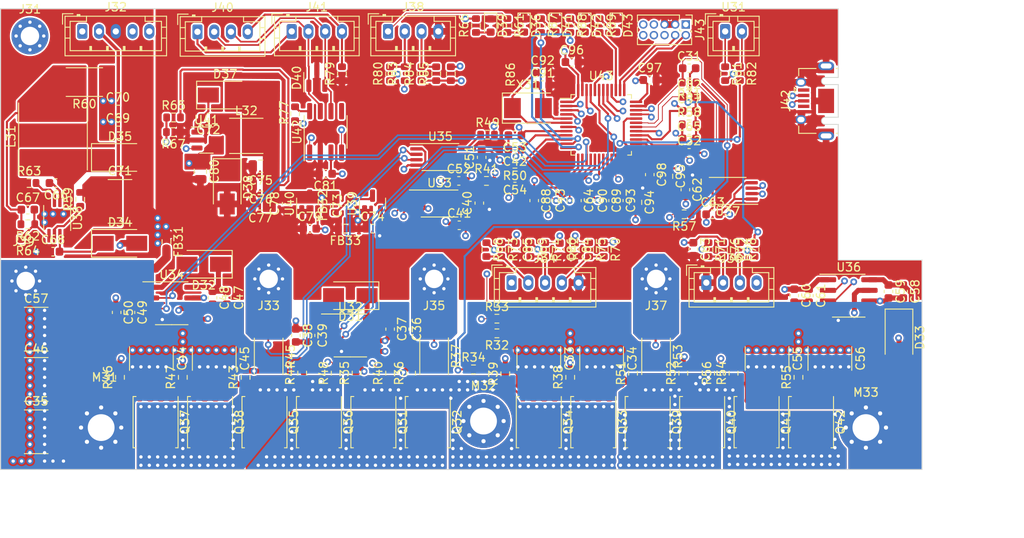
<source format=kicad_pcb>
(kicad_pcb (version 20211014) (generator pcbnew)
  (title_block (title "(BCC) Battery Case Controller") (date "2022-12-06") (rev "1"))
  (layers (0 "F.Cu" signal) (1 "In1.Cu" mixed) (2 "In2.Cu" power "SUPPLYIn2.Cu") (3 "In3.Cu" power "GNDIn3.Cu") (4 "In4.Cu" mixed) (31 "B.Cu" signal) (34 "B.Paste" user) (35 "F.Paste" user) (36 "B.SilkS" user "B.Silkscreen") (37 "F.SilkS" user "F.Silkscreen") (38 "B.Mask" user) (39 "F.Mask" user) (44 "Edge.Cuts" user))
  (net 0 "")
  (net 1 "/mcu/AIN_TEMP")
  (net 2 "GNDA")
  (net 3 "/mcu/AIN_VDC")
  (net 4 "+12V")
  (net 5 "GNDPWR")
  (net 6 "/mcu/AIN_VB")
  (net 7 "+BATT")
  (net 8 "+3.3VADC")
  (net 9 "/mcu/AIN_VA")
  (net 10 "/mcu/AIN_VC")
  (net 11 "GNDD")
  (net 12 "/power_supply/DCDC_VIN")
  (net 13 "+5V")
  (net 14 "+3V3")
  (net 15 "/Interface/TEMP_MOT")
  (net 16 "/Interface/PULSE_MOT")
  (net 17 "/Interface/HALL_C")
  (net 18 "/Interface/TORQ_CRK")
  (net 19 "/Interface/HALL_A")
  (net 20 "/Interface/HALL_B")
  (net 21 "/Interface/PULSE_CRK")
  (net 22 "/Interface/CAN+")
  (net 23 "/Interface/CAN-")
  (net 24 "/mcu/DISP_TX")
  (net 25 "/mcu/DISP_RX")
  (net 26 "/Interface/HALL_A_IN")
  (net 27 "/Interface/HALL_B_IN")
  (net 28 "/Interface/HALL_C_IN")
  (net 29 "/Interface/PULSE_MOT_IN")
  (net 30 "/Interface/TEMP_MOT_IN")
  (net 31 "/Interface/PULSE_CRK_IN")
  (net 32 "/Interface/TORQ_CRK_IN")
  (net 33 "/Interface/CAN_GND")
  (net 34 "/phase_a/Phase")
  (net 35 "/phase_b/Phase")
  (net 36 "/phase_c/Phase")
  (net 37 "/Interface/VREF")
  (net 38 "Net-(R35-Pad2)")
  (net 39 "Net-(Q31-Pad4)")
  (net 40 "Net-(Q32-Pad4)")
  (net 41 "/Interface/ENABLE+")
  (net 42 "/Interface/ENABLE-")
  (net 43 "/Interface/PWM_BREAK")
  (net 44 "/Interface/CAN_SLP")
  (net 45 "/mcu/PWM_B")
  (net 46 "/mcu/PWM_BN")
  (net 47 "/mcu/AIN_IB")
  (net 48 "/mcu/PWM_A")
  (net 49 "/mcu/PWM_AN")
  (net 50 "/mcu/AIN_IA")
  (net 51 "/mcu/PWM_C")
  (net 52 "/mcu/PWM_CN")
  (net 53 "/mcu/AIN_IC")
  (net 54 "/Interface/CAN_TX")
  (net 55 "/Interface/CAN_RX")
  (net 56 "/mcu/NRST")
  (net 57 "/mcu/USB_D-")
  (net 58 "/mcu/USB_D+")
  (net 59 "/mcu/SWD_IO")
  (net 60 "/mcu/SWD_CLK")
  (net 61 "Net-(C36-Pad1)")
  (net 62 "Net-(C36-Pad2)")
  (net 63 "Net-(C66-Pad1)")
  (net 64 "Net-(C66-Pad2)")
  (net 65 "Net-(C67-Pad2)")
  (net 66 "Net-(D36-Pad2)")
  (net 67 "Net-(D39-Pad2)")
  (net 68 "Net-(J40-Pad1)")
  (net 69 "Net-(Q33-Pad4)")
  (net 70 "Net-(Q34-Pad4)")
  (net 71 "Net-(Q35-Pad4)")
  (net 72 "Net-(Q36-Pad4)")
  (net 73 "Net-(Q37-Pad4)")
  (net 74 "Net-(Q38-Pad4)")
  (net 75 "Net-(Q39-Pad4)")
  (net 76 "Net-(Q40-Pad4)")
  (net 77 "Net-(Q41-Pad4)")
  (net 78 "Net-(Q42-Pad4)")
  (net 79 "Net-(R38-Pad2)")
  (net 80 "Net-(C47-Pad1)")
  (net 81 "Net-(C47-Pad2)")
  (net 82 "Net-(C58-Pad1)")
  (net 83 "Net-(C58-Pad2)")
  (net 84 "Net-(C67-Pad1)")
  (net 85 "Net-(C68-Pad2)")
  (net 86 "Net-(C72-Pad1)")
  (net 88 "Net-(C72-Pad2)")
  (net 89 "Net-(C73-Pad2)")
  (net 90 "Net-(C91-Pad1)")
  (net 91 "Net-(C92-Pad1)")
  (net 92 "Net-(D41-Pad2)")
  (net 93 "Net-(D42-Pad2)")
  (net 94 "Net-(D43-Pad2)")
  (net 101 "Net-(U33-Pad8)")
  (net 102 "Net-(R43-Pad2)")
  (net 103 "Net-(R46-Pad2)")
  (net 104 "Net-(U35-Pad8)")
  (net 105 "Net-(R51-Pad2)")
  (net 106 "Net-(R54-Pad2)")
  (net 107 "Net-(U37-Pad8)")
  (net 108 "Net-(R59-Pad1)")
  (net 109 "Net-(R63-Pad2)")
  (net 110 "Net-(R65-Pad1)")
  (net 111 "Net-(R77-Pad2)")
  (net 112 "Net-(R87-Pad2)")
  (net 113 "Net-(R88-Pad2)")
  (net 114 "Net-(R89-Pad2)")
  (footprint "Capacitor_SMD:C_0603_1608Metric" (layer "F.Cu") (at 182.2 90.5)
    (fp_text reference "C65")
    (fp_text value "100n")
  )
  (footprint "Resistor_SMD:R_0603_1608Metric" (layer "F.Cu") (at 142.5 118.5 90)
    (fp_text reference "R35")
    (fp_text value "22R")
  )
  (footprint "Capacitor_SMD:C_0603_1608Metric" (layer "F.Cu") (at 182.2 85.5)
    (fp_text reference "C82")
    (fp_text value "100n")
  )
  (footprint "Capacitor_SMD:C_0603_1608Metric" (layer "F.Cu") (at 124.8 88 180)
    (fp_text reference "C72")
    (fp_text value "100n")
  )
  (footprint "Capacitor_SMD:C_0603_1608Metric" (layer "F.Cu") (at 168.2 81.36)
    (fp_text reference "C96")
    (fp_text value "100n")
  )
  (footprint "Resistor_SMD:R_0603_1608Metric" (layer "F.Cu") (at 140 118.5 90)
    (fp_text reference "R48")
    (fp_text value "33k")
  )
  (footprint "Resistor_SMD:R_0603_1608Metric" (layer "F.Cu") (at 171.5 77 -90)
    (fp_text reference "R89")
    (fp_text value "470R")
  )
  (footprint "Capacitor_SMD:C_0603_1608Metric" (layer "F.Cu") (at 172.1 97.9 -90)
    (fp_text reference "C89")
    (fp_text value "1u")
  )
  (footprint "Capacitor_SMD:C_0805_2012Metric" (layer "F.Cu") (at 175.8 98.11 -90)
    (fp_text reference "C94")
    (fp_text value "10u")
  )
  (footprint "Crystal:Crystal_SMD_5032-2Pin_5.0x3.2mm" (layer "F.Cu") (at 162.95 86.86)
    (fp_text reference "X31")
    (fp_text value "8MHz")
  )
  (footprint "Resistor_SMD:R_0603_1608Metric" (layer "F.Cu") (at 136 118.5 90)
    (fp_text reference "R44")
    (fp_text value "22R")
  )
  (footprint "Resistor_SMD:R_0603_1608Metric" (layer "F.Cu") (at 103.4 95.8)
    (fp_text reference "R63")
    (fp_text value "100k")
  )
  (footprint "Package_TO_SOT_SMD:SOT-23" (layer "F.Cu") (at 137.75 83.25 90)
    (fp_text reference "D40")
    (fp_text value "ESDCAN24-2BLY")
  )
  (footprint "Capacitor_SMD:C_0603_1608Metric" (layer "F.Cu") (at 161.4 95.2 180)
    (fp_text reference "C54")
    (fp_text value "100n")
  )
  (footprint "Resistor_SMD:R_0603_1608Metric" (layer "F.Cu") (at 150.25 82.75 90)
    (fp_text reference "R84")
    (fp_text value "3k3")
  )
  (footprint "Capacitor_SMD:C_0603_1608Metric" (layer "F.Cu") (at 166.75 103.75 -90)
    (fp_text reference "C86")
    (fp_text value "2n2")
  )
  (footprint "Capacitor_SMD:C_0603_1608Metric" (layer "F.Cu") (at 206 108.75 -90)
    (fp_text reference "C59")
    (fp_text value "100n")
  )
  (footprint "MountingHole:MountingHole_2.2mm_M2_Pad_Via" (layer "F.Cu") (at 103 107.5)
    (fp_text reference "J39")
    (fp_text value "GND")
  )
  (footprint "Capacitor_SMD:C_0603_1608Metric" (layer "F.Cu") (at 138.8 94.7 180)
    (fp_text reference "C81")
    (fp_text value "100n")
  )
  (footprint "Package_SO:TSSOP-8_4.4x3mm_P0.65mm" (layer "F.Cu") (at 186.8 96.74 180)
    (fp_text reference "U37")
    (fp_text value "INA240A2PWR")
  )
  (footprint "Package_TO_SOT_SMD:TDSON-8-1" (layer "F.Cu") (at 183.75 124.35 -90)
    (fp_text reference "Q40")
    (fp_text value "BSC040N08")
  )
  (footprint "Package_TO_SOT_SMD:TDSON-8-1" (layer "F.Cu") (at 190.25 124.35 -90)
    (fp_text reference "Q41")
    (fp_text value "BSC040N08")
  )
  (footprint "Package_TO_SOT_SMD:SOT-23" (layer "F.Cu") (at 136.9 98.25 90)
    (fp_text reference "U40")
    (fp_text value "XC6206P332MR")
  )
  (footprint "Capacitor_SMD:C_0603_1608Metric" (layer "F.Cu") (at 154.7 95.55)
    (fp_text reference "C52")
    (fp_text value "100n")
  )
  (footprint "Package_TO_SOT_SMD:TDSON-8-1" (layer "F.Cu") (at 131.5 124.35 -90)
    (fp_text reference "Q35")
    (fp_text value "BSC040N08")
  )
  (footprint "Resistor_SMD:R_0603_1608Metric" (layer "F.Cu") (at 184.5 103.75 -90)
    (fp_text reference "R71")
    (fp_text value "1k")
  )
  (footprint "Capacitor_SMD:C_0805_2012Metric" (layer "F.Cu") (at 114 89.75)
    (fp_text reference "C69")
    (fp_text value "10u")
  )
  (footprint "Capacitor_SMD:C_0603_1608Metric" (layer "F.Cu") (at 144.4 101.25)
    (fp_text reference "C74")
    (fp_text value "1u")
  )
  (footprint "Capacitor_SMD:C_0603_1608Metric" (layer "F.Cu") (at 177.5 83.5)
    (fp_text reference "C97")
    (fp_text value "100n")
  )
  (footprint "Resistor_SMD:R_0603_1608Metric" (layer "F.Cu") (at 160.25 118.575 90)
    (fp_text reference "R39")
    (fp_text value "22R")
  )
  (footprint "Resistor_SMD:R_0603_1608Metric" (layer "F.Cu") (at 186.25 103.75 -90)
    (fp_text reference "R76")
    (fp_text value "3k3")
  )
  (footprint "Capacitor_SMD:C_2220_5650Metric" (layer "F.Cu") (at 118 116.75 -90)
    (fp_text reference "C44")
    (fp_text value "10u")
  )
  (footprint "Resistor_SMD:R_2512_6332Metric" (layer "F.Cu") (at 178.25 116.5 -90)
    (fp_text reference "R53")
    (fp_text value "0mr5")
  )
  (footprint "Resistor_SMD:R_0603_1608Metric" (layer "F.Cu") (at 114.25 119 90)
    (fp_text reference "R46")
    (fp_text value "22R")
  )
  (footprint "Resistor_SMD:R_0603_1608Metric" (layer "F.Cu") (at 164.5 77 -90)
    (fp_text reference "R87")
    (fp_text value "470R")
  )
  (footprint "Resistor_SMD:R_2512_6332Metric" (layer "F.Cu") (at 151.75 116.4625 -90)
    (fp_text reference "R37")
    (fp_text value "0mr5")
  )
  (footprint "Capacitor_SMD:C_0603_1608Metric" (layer "F.Cu") (at 177.5 94.8 -90)
    (fp_text reference "C98")
    (fp_text value "100n")
  )
  (footprint "Capacitor_SMD:C_0603_1608Metric" (layer "F.Cu") (at 185 99.54)
    (fp_text reference "C63")
    (fp_text value "100n")
  )
  (footprint "Resistor_SMD:R_0603_1608Metric" (layer "F.Cu") (at 172 103.75 -90)
    (fp_text reference "R70")
    (fp_text value "1k")
  )
  (footprint "Resistor_SMD:R_0603_1608Metric" (layer "F.Cu") (at 168 77 -90)
    (fp_text reference "R88")
    (fp_text value "470R")
  )
  (footprint "Capacitor_SMD:C_0603_1608Metric" (layer "F.Cu") (at 136.9 101.25)
    (fp_text reference "C79")
    (fp_text value "1u")
  )
  (footprint "Capacitor_SMD:C_0603_1608Metric" (layer "F.Cu") (at 161.5 103.75 -90)
    (fp_text reference "C85")
    (fp_text value "2n2")
  )
  (footprint "Resistor_SMD:R_0603_1608Metric" (layer "F.Cu") (at 165 103.75 -90)
    (fp_text reference "R74")
    (fp_text value "3k3")
  )
  (footprint "Capacitor_SMD:C_2220_5650Metric" (layer "F.Cu") (at 104.25 125.5)
    (fp_text reference "C35")
    (fp_text value "10u")
  )
  (footprint "Package_SO:SOIC-8_3.9x4.9mm_P1.27mm" (layer "F.Cu") (at 120.425 110.155)
    (fp_text reference "U34")
    (fp_text value "LM5109B")
  )
  (footprint "Capacitor_SMD:C_2220_5650Metric" (layer "F.Cu") (at 125.5 116.75 -90)
    (fp_text reference "C45")
    (fp_text value "10u")
  )
  (footprint "Connector_JST:JST_PH_B4B-PH-K_1x04_P2.00mm_Vertical" (layer "F.Cu") (at 184.25 107.7)
    (fp_text reference "J36")
    (fp_text value "MOT_AUX")
  )
  (footprint "Connector_JST:JST_PH_B5B-PH-K_1x05_P2.00mm_Vertical" (layer "F.Cu") (at 109.75 77.7)
    (fp_text reference "J32")
    (fp_text value "Display")
  )
  (footprint "Capacitor_SMD:C_0603_1608Metric" (layer "F.Cu") (at 137 114 -90)
    (fp_text reference "C39")
    (fp_text value "100n")
  )
  (footprint "Inductor_SMD:L_Taiyo-Yuden_NR-40xx" (layer "F.Cu") (at 129.325849 90.172304)
    (fp_text reference "L32")
    (fp_text value "10u")
  )
  (footprint "Resistor_SMD:R_0603_1608Metric" (layer "F.Cu") (at 159.25 112)
    (fp_text reference "R33")
    (fp_text value "1k")
  )
  (footprint "MountingHole:MountingHole_3.2mm_M3_Pad_Via" (layer "F.Cu") (at 203.3 125)
    (fp_text reference "M33")
    (fp_text value "MountingHole_Pad")
  )
  (footprint "Capacitor_SMD:C_0603_1608Metric" (layer "F.Cu") (at 181.75 96.6 -90)
    (fp_text reference "C62")
    (fp_text value "100n")
  )
  (footprint "Capacitor_SMD:C_0805_2012Metric" (layer "F.Cu") (at 131.05 93.8 180)
    (fp_text reference "C75")
    (fp_text value "10u")
  )
  (footprint "Capacitor_SMD:C_0603_1608Metric" (layer "F.Cu") (at 148.25 113.25 -90)
    (fp_text reference "C36")
    (fp_text value "10u")
  )
  (footprint "Capacitor_SMD:C_0603_1608Metric" (layer "F.Cu") (at 134.15 98.25 90)
    (fp_text reference "C78")
    (fp_text value "1u")
  )
  (footprint "Package_SO:SOIC-8_3.9x4.9mm_P1.27mm" (layer "F.Cu") (at 201.25 109.25)
    (fp_text reference "U36")
    (fp_text value "LM5109B")
  )
  (footprint "Diode_SMD:D_SMA" (layer "F.Cu") (at 114.25 92.75)
    (fp_text reference "D35")
    (fp_text value "SS3200")
  )
  (footprint "Capacitor_SMD:C_0603_1608Metric" (layer "F.Cu") (at 103.25 98.975)
    (fp_text reference "C67")
    (fp_text value "2n2")
  )
  (footprint "LED_SMD:LED_0603_1608Metric" (layer "F.Cu") (at 162.5 77 -90)
    (fp_text reference "D36")
    (fp_text value "12V")
  )
  (footprint "Diode_SMD:D_SMA" (layer "F.Cu") (at 126.8 85.3)
    (fp_text reference "D37")
    (fp_text value "SS3200")
  )
  (footprint "Diode_SMD:D_SMA" (layer "F.Cu") (at 207.25 114.25 -90)
    (fp_text reference "D33")
    (fp_text value "SS3200")
  )
  (footprint "Resistor_SMD:R_0603_1608Metric" (layer "F.Cu") (at 185.75 118.5 90)
    (fp_text reference "R56")
    (fp_text value "33k")
  )
  (footprint "Capacitor_SMD:C_2220_5650Metric" (layer "F.Cu") (at 199 116.75 -90)
    (fp_text reference "C56")
    (fp_text value "10u")
  )
  (footprint "Capacitor_SMD:C_2220_5650Metric" (layer "F.Cu") (at 114.25 98)
    (fp_text reference "C71")
    (fp_text value "10u")
  )
  (footprint "Capacitor_SMD:C_0805_2012Metric" (layer "F.Cu") (at 179.5 95 -90)
    (fp_text reference "C95")
    (fp_text value "10u")
  )
  (footprint "Package_TO_SOT_SMD:TDSON-8-1" (layer "F.Cu") (at 144.5 124.35 -90)
    (fp_text reference "Q31")
    (fp_text value "BSC040N08")
  )
  (footprint "Resistor_SMD:R_0603_1608Metric" (layer "F.Cu") (at 140.75 82.75 90)
    (fp_text reference "R79")
    (fp_text value "1R")
  )
  (footprint "Package_TO_SOT_SMD:TDSON-8-1" (layer "F.Cu") (at 125 124.35 -90)
    (fp_text reference "Q38")
    (fp_text value "BSC040N08")
  )
  (footprint "Resistor_SMD:R_0603_1608Metric" (layer "F.Cu") (at 168 119 90)
    (fp_text reference "R38")
    (fp_text value "22R")
  )
  (footprint "Connector_JST:JST_PH_B4B-PH-K_1x04_P2.00mm_Vertical" (layer "F.Cu") (at 134.75 77.7)
    (fp_text reference "J41")
    (fp_text value "CAN_OUT")
  )
  (footprint "Connector_JST:JST_PH_B2B-PH-K_1x02_P2.00mm_Vertical" (layer "F.Cu") (at 186.5 77.7)
    (fp_text reference "U31")
    (fp_text value "Enable")
  )
  (footprint "LED_SMD:LED_0603_1608Metric" (layer "F.Cu") (at 158.5 77 -90)
    (fp_text reference "D39")
    (fp_text value "3V3")
  )
  (footprint "Resistor_SMD:R_0603_1608Metric" (layer "F.Cu") (at 120.647304 87.972304)
    (fp_text reference "R65")
    (fp_text value "56k")
  )
  (footprint "Capacitor_SMD:C_0805_2012Metric" (layer "F.Cu") (at 123.85 94.4 -90)
    (fp_text reference "C80")
    (fp_text value "10u")
  )
  (footprint "Resistor_SMD:R_0603_1608Metric" (layer "F.Cu") (at 149 118.5 90)
    (fp_text reference "R36")
    (fp_text value "22R")
  )
  (footprint "Capacitor_SMD:C_0603_1608Metric" (layer "F.Cu") (at 127 109.5 -90)
    (fp_text reference "C47")
    (fp_text value "10u")
  )
  (footprint "Capacitor_SMD:C_0603_1608Metric" (layer "F.Cu") (at 207.75 108.75 -90)
    (fp_text reference "C58")
    (fp_text value "10u")
  )
  (footprint "Package_SO:TSSOP-8_4.4x3mm_P0.65mm" (layer "F.Cu") (at 152.5 92.7)
    (fp_text reference "U35")
    (fp_text value "INA240A2PWR")
  )
  (footprint "Connector_JST:JST_PH_B5B-PH-K_1x05_P2.00mm_Vertical" (layer "F.Cu") (at 161 107.7)
    (fp_text reference "J34")
    (fp_text value "HALL")
  )
  (footprint "Capacitor_SMD:C_0603_1608Metric" (layer "F.Cu") (at 168.8 97.9 -90)
    (fp_text reference "C64")
    (fp_text value "2n2")
  )
  (footprint "Resistor_SMD:R_0603_1608Metric" (layer "F.Cu") (at 141.15 101.25 180)
    (fp_text reference "FB33")
    (fp_text value "BLM18PG221SN1D")
  )
  (footprint "Resistor_SMD:R_0603_1608Metric" (layer "F.Cu") (at 158.13 90.035)
    (fp_text reference "R49")
    (fp_text value "1k")
  )
  (footprint "LED_SMD:LED_0603_1608Metric" (layer "F.Cu") (at 173.5 77 -90)
    (fp_text reference "D43")
    (fp_text value "PWM")
  )
  (footprint "Capacitor_SMD:C_0603_1608Metric" (layer "F.Cu") (at 113.85 111.25 -90)
    (fp_text reference "C50")
    (fp_text value "100n")
  )
  (footprint "Package_TO_SOT_SMD:TDSON-8-1" (layer "F.Cu") (at 170.75 124.35 -90)
    (fp_text reference "Q33")
    (fp_text value "BSC040N08")
  )
  (footprint "Resistor_SMD:R_0603_1608Metric" (layer "F.Cu") (at 146.5 82.75 90)
    (fp_text reference "R80")
    (fp_text value "1k")
  )
  (footprint "Resistor_SMD:R_0603_1608Metric" (layer "F.Cu") (at 160.5 77 -90)
    (fp_text reference "R61")
    (fp_text value "3k3")
  )
  (footprint "Resistor_SMD:R_0603_1608Metric" (layer "F.Cu") (at 182.2 83.8 180)
    (fp_text reference "R31")
    (fp_text value "10k")
  )
  (footprint "Resistor_SMD:R_0603_1608Metric" (layer "F.Cu") (at 182.2 88.8)
    (fp_text reference "R58")
    (fp_text value "1k")
  )
  (footprint "Inductor_SMD:L_Taiyo-Yuden_NR-80xx" (layer "F.Cu") (at 106.25 90.25 90)
    (fp_text reference "L31")
    (fp_text value "330u")
  )
  (footprint "Capacitor_SMD:C_0603_1608Metric" (layer "F.Cu") (at 164.7 84.11)
    (fp_text reference "C91")
    (fp_text value "15p")
  )
  (footprint "Resistor_SMD:R_0603_1608Metric" (layer "F.Cu") (at 120.622304 89.722304 180)
    (fp_text reference "R67")
    (fp_text value "10k")
  )
  (footprint "Capacitor_SMD:C_0603_1608Metric" (layer "F.Cu") (at 163.7 97.9 -90)
    (fp_text reference "C88")
    (fp_text value "2n2")
  )
  (footprint "Capacitor_SMD:C_0603_1608Metric" (layer "F.Cu") (at 135.25 114 -90)
    (fp_text reference "C38")
    (fp_text value "10u")
  )
  (footprint "Connector_JST:JST_PH_B4B-PH-K_1x04_P2.00mm_Vertical" (layer "F.Cu") (at 123.5 77.75)
    (fp_text reference "J40")
    (fp_text value "CAN_IN")
  )
  (footprint "Capacitor_SMD:C_2220_5650Metric" (layer "F.Cu") (at 171.75 116.75 -90)
    (fp_text reference "C34")
    (fp_text value "10u")
  )
  (footprint "Resistor_SMD:R_0603_1608Metric" (layer "F.Cu") (at 103.25 100.725 180)
    (fp_text reference "R62")
    (fp_text value "10k")
  )
  (footprint "Capacitor_SMD:C_0603_1608Metric" (layer "F.Cu") (at 106.25 104)
    (fp_text reference "C68")
    (fp_text value "1u")
  )
  (footprint "Resistor_SMD:R_0603_1608Metric" (layer "F.Cu") (at 153.75 82.75 -90)
    (fp_text reference "R86")
    (fp_text value "3k3")
  )
  (footprint "Resistor_SMD:R_0603_1608Metric" (layer "F.Cu") (at 163.25 103.75 -90)
    (fp_text reference "R69")
    (fp_text value "1k")
  )
  (footprint "Resistor_SMD:R_0603_1608Metric" (layer "F.Cu") (at 195.25 119 90)
    (fp_text reference "R55")
    (fp_text value "22R")
  )
  (footprint "Resistor_SMD:R_0603_1608Metric" (layer "F.Cu") (at 170.25 103.75 -90)
    (fp_text reference "R75")
    (fp_text value "3k3")
  )
  (footprint "Capacitor_SMD:C_0603_1608Metric" (layer "F.Cu") (at 157.15 98.2 90)
    (fp_text reference "C40")
    (fp_text value "100n")
  )
  (footprint "Resistor_SMD:R_0603_1608Metric" (layer "F.Cu") (at 156.45 118.05)
    (fp_text reference "R34")
    (fp_text value "NTC 10k")
  )
  (footprint "Resistor_SMD:R_0603_1608Metric" (layer "F.Cu") (at 139.9 98.5 90)
    (fp_text reference "FB32")
    (fp_text value "BLM18PG221SN1D")
  )
  (footprint "Resistor_SMD:R_0603_1608Metric" (layer "F.Cu") (at 190 103.75 90)
    (fp_text reference "R72")
    (fp_text value "10k")
  )
  (footprint "Capacitor_SMD:C_0603_1608Metric" (layer "F.Cu") (at 125.3 109.5 -90)
    (fp_text reference "C48")
    (fp_text value "100n")
  )
  (footprint "Capacitor_SMD:C_2220_5650Metric" (layer "F.Cu") (at 164.25 116.75 -90)
    (fp_text reference "C33")
    (fp_text value "10u")
  )
  (footprint "Package_TO_SOT_SMD:TDSON-8-1" (layer "F.Cu") (at 196.75 124.35 -90)
    (fp_text reference "Q42")
    (fp_text value "BSC040N08")
  )
  (footprint "Package_TO_SOT_SMD:TDSON-8-1" (layer "F.Cu") (at 151 124.35 -90)
    (fp_text reference "Q32")
    (fp_text value "BSC040N08")
  )
  (footprint "Capacitor_SMD:C_0603_1608Metric" (layer "F.Cu") (at 182.2 87.2)
    (fp_text reference "C87")
    (fp_text value "2n2")
  )
  (footprint "Resistor_SMD:R_2512_6332Metric" (layer "F.Cu") (at 132 116.5 -90)
    (fp_text reference "R45")
    (fp_text value "0mr5")
  )
  (footprint "Package_TO_SOT_SMD:SOT-23" (layer "F.Cu") (at 144.4 98.25 90)
    (fp_text reference "U39")
    (fp_text value "XC6206P332MR")
  )
  (footprint "Connector_USB:USB_Micro-AB_Molex_47590-0001" (layer "F.Cu") (at 198.55 86 90)
    (fp_text reference "J42")
    (fp_text value "Debug")
    (fp_line (start -3.75 1.45) (end -2.8 1.45) (layer "Edge.Cuts") (width 0.1))
    (fp_line (start -2.8 -0.125) (end -2.8 1.45) (layer "Edge.Cuts") (width 0.1))
    (fp_line (start 2.8 1.45) (end 3.75 1.45) (layer "Edge.Cuts") (width 0.1))
    (fp_line (start 1.95 -0.125) (end 1.95 1.45) (layer "Edge.Cuts") (width 0.1))
    (fp_line (start 2.8 -0.125) (end 2.8 1.45) (layer "Edge.Cuts") (width 0.1))
    (fp_line (start -1.95 -0.125) (end -1.95 1.45) (layer "Edge.Cuts") (width 0.1))
    (fp_line (start -1.95 1.45) (end 1.95 1.45) (layer "Edge.Cuts") (width 0.1))
    (fp_arc (start 1.95 -0.125) (mid 2.375 -0.55) (end 2.8 -0.125) (layer "Edge.Cuts") (width 0.1))
    (fp_arc (start -2.8 -0.125) (mid -2.375 -0.55) (end -1.95 -0.125) (layer "Edge.Cuts") (width 0.1))
  )
  (footprint "Resistor_SMD:R_0603_1608Metric" (layer "F.Cu") (at 146.5 118.5 90)
    (fp_text reference "R40")
    (fp_text value "33k")
  )
  (footprint "Package_TO_SOT_SMD:TDSON-8-1" (layer "F.Cu") (at 118.5 124.35 -90)
    (fp_text reference "Q37")
    (fp_text value "BSC040N08")
  )
  (footprint "Resistor_SMD:R_0603_1608Metric" (layer "F.Cu") (at 103.25 102.475 180)
    (fp_text reference "R64")
    (fp_text value "3k3")
  )
  (footprint "Package_TO_SOT_SMD:SOT-23-6" (layer "F.Cu") (at 124.575849 90.672304)
    (fp_text reference "U41")
    (fp_text value "LMR12010X")
  )
  (footprint "MountingHole:MountingHole_3.2mm_M3_Pad_Via" (layer "F.Cu") (at 112 125)
    (fp_text reference "M31")
    (fp_text value "MountingHole_Pad")
  )
  (footprint "Package_TO_SOT_SMD:TDSON-8-1" (layer "F.Cu") (at 164.25 124.35 -90)
    (fp_text reference "Q34")
    (fp_text value "BSC040N08")
  )
  (footprint "Resistor_SMD:R_0603_1608Metric" (layer "F.Cu") (at 152 82.75 90)
    (fp_text reference "R85")
    (fp_text value "3k3")
  )
  (footprint "Resistor_SMD:R_0603_1608Metric" (layer "F.Cu") (at 159.25 113.75 180)
    (fp_text reference "R32")
    (fp_text value "33k")
  )
  (footprint "Capacitor_SMD:C_0603_1608Metric" (layer "F.Cu") (at 182.7 103.7 -90)
    (fp_text reference "C83")
    (fp_text value "2n2")
  )
  (footprint "Package_SO:SOIC-8_3.9x4.9mm_P1.27mm" (layer "F.Cu") (at 138.8 89.7 90)
    (fp_text reference "U42")
    (fp_text value "SN65HVD230")
  )
  (footprint "Capacitor_SMD:C_2220_5650Metric" (layer "F.Cu") (at 104.25 119.25)
    (fp_text reference "C46")
    (fp_text value "10u")
  )
  (footprint "Resistor_SMD:R_0603_1608Metric" (layer "F.Cu") (at 181.5 118.5 90)
    (fp_text reference "R52")
    (fp_text value "22R")
  )
  (footprint "Resistor_SMD:R_0603_1608Metric" (layer "F.Cu") (at 161.4 93.5 180)
    (fp_text reference "R50")
    (fp_text value "1k")
  )
  (footprint "Connector_PinHeader_1.27mm:PinHeader_2x05_P1.27mm_Vertical" (layer "F.Cu") (at 181.8 76.875 -90)
    (fp_text reference "J43")
    (fp_text value "SWD")
  )
  (footprint "Capacitor_SMD:C_0603_1608Metric" (layer "F.Cu") (at 182.2 92.2)
    (fp_text reference "C32")
    (fp_text value "100n")
  )
  (footprint "Package_SO:TSSOP-8_4.4x3mm_P0.65mm" (layer "F.Cu") (at 152.4 98.25)
    (fp_text reference "U33")
    (fp_text value "INA240A2PWR")
  )
  (footprint "Capacitor_SMD:C_0603_1608Metric" (layer "F.Cu") (at 170.45 97.9 -90)
    (fp_text reference "C90")
    (fp_text value "100n")
  )
  (footprint "Package_SO:MSOP-8_3x3mm_P0.65mm" (layer "F.Cu") (at 106.75 99.975 -90)
    (fp_text reference "U38")
    (fp_text value "LM5008")
  )
  (footprint "Capacitor_SMD:C_2220_5650Metric" (layer "F.Cu") (at 191.5 116.75 -90)
    (fp_text reference "C55")
    (fp_text value "10u")
  )
  (footprint "Capacitor_SMD:C_0603_1608Metric" (layer "F.Cu") (at 141.65 98.5 90)
    (fp_text reference "C73")
    (fp_text value "1u")
  )
  (footprint "Package_SO:SOIC-8_3.9x4.9mm_P1.27mm" (layer "F.Cu") (at 141.75 114)
    (fp_text reference "U32")
    (fp_text value "LM5109B")
  )
  (footprint "Diode_SMD:D_SMA" (layer "F.Cu") (at 141.75 109.25 180)
    (fp_text reference "D31")
    (fp_text value "SS3200")
  )
  (footprint "Resistor_SMD:R_0603_1608Metric" (layer "F.Cu") (at 158 95.55)
    (fp_text reference "R41")
    (fp_text value "1k")
  )
  (footprint "Capacitor_SMD:C_0603_1608Metric" (layer "F.Cu") (at 161.4 91.8 180)
    (fp_text reference "C42")
    (fp_text value "2n2")
  )
  (footprint "Capacitor_SMD:C_0603_1608Metric" (layer "F.Cu") (at 173.8 97.9 -90)
    (fp_text reference "C93")
    (fp_text value "100n")
  )
  (footprint "Resistor_SMD:R_2512_6332Metric" (layer "F.Cu") (at 110 83.75 180)
    (fp_text reference "R60")
    (fp_text value "2R2")
  )
  (footprint "Capacitor_SMD:C_0603_1608Metric" (layer "F.Cu") (at 194.75 109.25 -90)
    (fp_text reference "C60")
    (fp_text value "10u")
  )
  (footprint "Capacitor_SMD:C_0603_1608Metric" (layer "F.Cu") (at 165.4 97.9 -90)
    (fp_text reference "C43")
    (fp_text value "100n")
  )
  (footprint "Capacitor_SMD:C_0603_1608Metric" (layer "F.Cu") (at 168.55 103.75 -90)
    (fp_text reference "C84")
    (fp_text value "2n2")
  )
  (footprint "Capacitor_SMD:C_0603_1608Metric" (layer "F.Cu") (at 157.43 92.735 90)
    (fp_text reference "C51")
    (fp_text value "100n")
  )
  (footprint "Resistor_SMD:R_0603_1608Metric" (layer "F.Cu") (at 188.25 82.75 -90)
    (fp_text reference "R82")
    (fp_text value "1k")
  )
  (footprint "Capacitor_SMD:C_0603_1608Metric" (layer "F.Cu") (at 106.6 95.8 180)
    (fp_text reference "C66")
    (fp_text value "100n")
  )
  (footprint "Resistor_SMD:R_0603_1608Metric" (layer "F.Cu") (at 186.5 82.75 -90)
    (fp_text reference "R81")
    (fp_text value "1k")
  )
  (footprint "MountingHole:MountingHole_2.2mm_M2_Pad_Via" (layer "F.Cu") (at 178.25 107.25 180)
    (fp_text reference "J37")
    (fp_text value "C")
  )
  (footprint "Resistor_SMD:R_0603_1608Metric" (layer "F.Cu") (at 148.25 82.75 90)
    (fp_text reference "R83")
    (fp_text value "3k3")
  )
  (footprint "Resistor_SMD:R_0603_1608Metric" (layer "F.Cu") (at 158 103.75 -90)
    (fp_text reference "R68")
    (fp_text value "1k")
  )
  (footprint "Resistor_SMD:R_0603_1608Metric" (layer "F.Cu") (at 187.5 118.5 90)
    (fp_text reference "R54")
    (fp_text value "22R")
  )
  (footprint "Capacitor_SMD:C_0805_2012Metric" (layer "F.Cu") (at 114 87.25)
    (fp_text reference "C70")
    (fp_text value "10u")
  )
  (footprint "Capacitor_SMD:C_0805_2012Metric" (layer "F.Cu") (at 131.05 96.05 180)
    (fp_text reference "C76")
    (fp_text value "10u")
  )
  (footprint "Package_QFP:TQFP-48_7x7mm_P0.5mm" (layer "F.Cu") (at 171.7 88.86)
    (fp_text reference "U43")
    (fp_text value "STM32G491CxT")
  )
  (footprint "Resistor_SMD:R_0603_1608Metric" (layer "F.Cu") (at 159.75 103.75 -90)
    (fp_text reference "R73")
    (fp_text value "3k3")
  )
  (footprint "Resistor_SMD:R_0603_1608Metric" (layer "F.Cu") (at 175.5 118.5 90)
    (fp_text reference "R51")
    (fp_text value "22R")
  )
  (footprint "Resistor_SMD:R_0603_1608Metric" (layer "F.Cu") (at 156.75 77 90)
    (fp_text reference "R66")
    (fp_text value "470R")
  )
  (footprint "LED_SMD:LED_0603_1608Metric" (layer "F.Cu") (at 166.25 77 -90)
    (fp_text reference "D41")
    (fp_text value "RUN")
  )
  (footprint "Capacitor_SMD:C_0603_1608Metric" (layer "F.Cu") (at 196.5 109.25 -90)
    (fp_text reference "C61")
    (fp_text value "100n")
  )
  (footprint "Resistor_SMD:R_0603_1608Metric" (layer "F.Cu") (at 121.75 119 90)
    (fp_text reference "R47")
    (fp_text value "22R")
  )
  (footprint "Resistor_SMD:R_0603_1608Metric" (layer "F.Cu") (at 188.25 103.75 -90)
    (fp_text reference "R78")
    (fp_text value "3k3")
  )
  (footprint "Capacitor_SMD:C_0603_1608Metric" (layer "F.Cu") (at 154.75 100.85)
    (fp_text reference "C41")
    (fp_text value "100n")
  )
  (footprint "Resistor_SMD:R_0603_1608Metric" (layer "F.Cu") (at 135.15 87.525 90)
    (fp_text reference "R77")
    (fp_text value "10k")
  )
  (footprint "Capacitor_SMD:C_0805_2012Metric" (layer "F.Cu") (at 131 98.3 180)
    (fp_text reference "C77")
    (fp_text value "10u")
  )
  (footprint "Capacitor_SMD:C_2220_5650Metric" (layer "F.Cu") (at 104.25 113.25)
    (fp_text reference "C57")
    (fp_text value "10u")
  )
  (footprint "Resistor_SMD:R_0603_1608Metric" (layer "F.Cu") (at 129.25 119 90)
    (fp_text reference "R43")
    (fp_text value "22R")
  )
  (footprint "Package_TO_SOT_SMD:TDSON-8-1" (layer "F.Cu") (at 177.25 124.35 -90)
    (fp_text reference "Q39")
    (fp_text value "BSC040N08")
  )
  (footprint "MountingHole:MountingHole_2.2mm_M2_Pad_Via" (layer "F.Cu") (at 151.75 107.25 180)
    (fp_text reference "J35")
    (fp_text value "B")
  )
  (footprint "Connector_JST:JST_PH_B4B-PH-K_1x04_P2.00mm_Vertical" (layer "F.Cu") (at 146.25 77.7)
    (fp_text reference "J38")
    (fp_text value "CRANK")
  )
  (footprint "Capacitor_SMD:C_0603_1608Metric" (layer "F.Cu") (at 115.5 111.25 -90)
    (fp_text reference "C49")
    (fp_text value "10u")
  )
  (footprint "Diode_SMD:D_SMA" (layer "F.Cu") (at 114.25 103)
    (fp_text reference "D34")
    (fp_text value "SS3200")
  )
  (footprint "LED_SMD:LED_0603_1608Metric" (layer "F.Cu") (at 169.75 77 -90)
    (fp_text reference "D42")
    (fp_text value "ERROR")
  )
  (footprint "Capacitor_SMD:C_0603_1608Metric" (layer "F.Cu") (at 161.4 90.1 180)
    (fp_text reference "C53")
    (fp_text value "2n2")
  )
  (footprint "Capacitor_SMD:C_0603_1608Metric" (layer "F.Cu") (at 182.2 82.1)
    (fp_text reference "C31")
    (fp_text value "100n")
  )
  (footprint "Resistor_SMD:R_0603_1608Metric" (layer "F.Cu") (at 109.5 97.75 90)
    (fp_text reference "R59")
    (fp_text value "220k")
  )
  (footprint "Diode_SMD:D_SMA" (layer "F.Cu") (at 127.05 96.3 -90)
    (fp_text reference "D38")
    (fp_text value "SS3200")
  )
  (footprint "MountingHole:MountingHole_2.2mm_M2_Pad_Via" (layer "F.Cu") (at 132 107.25 180)
    (fp_text reference "J33")
    (fp_text value "A")
  )
  (footprint "MountingHole:MountingHole_3.2mm_M3_Pad_Via" (layer "F.Cu") (at 157.65 124.22)
    (fp_text reference "M32")
    (fp_text value "MountingHole_Pad")
  )
  (footprint "Diode_SMD:D_SMA" (layer "F.Cu") (at 124.25 105.5 180)
    (fp_text reference "D32")
    (fp_text value "SS3200")
  )
  (footprint "Capacitor_SMD:C_0603_1608Metric" (layer "F.Cu") (at 164.7 82.61)
    (fp_text reference "C92")
    (fp_text value "15p")
  )
  (footprint "Package_TO_SOT_SMD:TDSON-8-1" (layer "F.Cu") (at 138 124.35 -90)
    (fp_text reference "Q36")
    (fp_text value "BSC040N08")
  )
  (footprint "MountingHole:MountingHole_2.2mm_M2_Pad_Via" (layer "F.Cu") (at 103.5 78.25)
    (fp_text reference "J31")
    (fp_text value "+")
  )
  (footprint "Capacitor_SMD:C_0603_1608Metric" (layer "F.Cu") (at 146.5 113.25 -90)
    (fp_text reference "C37")
    (fp_text value "100n")
  )
  (footprint "Resistor_SMD:R_0603_1608Metric" (layer "F.Cu") (at 181.6 99.54 180)
    (fp_text reference "R57")
    (fp_text value "1k")
  )
  (footprint "Resistor_SMD:R_0603_1608Metric" (layer "F.Cu") (at 119.8 102.8 -90)
    (fp_text reference "FB31")
    (fp_text value "BLM18PG221SN1D")
  )
  (footprint "Resistor_SMD:R_0603_1608Metric" (layer "F.Cu") (at 167.1 97.9 -90)
    (fp_text reference "R42")
    (fp_text value "1k")
  )
  (gr_line (start 100 130) (end 210 130) (layer "Edge.Cuts") (width 0.1))
  (gr_line locked (start 100 75) (end 100 130) (layer "Edge.Cuts") (width 0.1))
  (gr_line (start 200 82.25) (end 200 75) (layer "Edge.Cuts") (width 0.1))
  (gr_line locked (start 200 75) (end 100 75) (layer "Edge.Cuts") (width 0.1))
  (gr_line locked (start 210 130) (end 210 105) (layer "Edge.Cuts") (width 0.1))
  (gr_line locked (start 200 105) (end 210 105) (layer "Edge.Cuts") (width 0.1))
  (gr_line (start 200 105) (end 200 89.75) (layer "Edge.Cuts") (width 0.1))
  (segment (start 178.5245 86.499902) (end 178.5245 88.187932) (width 0.1) (layer "F.Cu") (net 1))
  (segment (start 181.75 80.95) (end 183.2 80.95) (width 0.1) (layer "F.Cu") (net 1))
  (segment (start 154.7 118.05) (end 154.6 118.15) (width 0.25) (layer "F.Cu") (net 1))
  (segment (start 186.75 86.45) (end 186.75 91.3245) (width 0.1) (layer "F.Cu") (net 1))
  (segment (start 183.7 81.45) (end 183.7 83.4) (width 0.1) (layer "F.Cu") (net 1))
  (segment (start 181.425 81.275) (end 181.75 80.95) (width 0.1) (layer "F.Cu") (net 1))
  (segment (start 181.425 82.1) (end 181.425 83.75) (width 0.25) (layer "F.Cu") (net 1))
  (segment (start 178.5245 88.187932) (end 178.051933 88.660499) (width 0.1) (layer "F.Cu") (net 1))
  (segment (start 178.051933 88.660499) (end 177.324865 88.660499) (width 0.1) (layer "F.Cu") (net 1))
  (segment (start 183.2 80.95) (end 183.7 81.45) (width 0.1) (layer "F.Cu") (net 1))
  (segment (start 177.324865 88.660499) (end 177.274366 88.61) (width 0.1) (layer "F.Cu") (net 1))
  (segment (start 177.274366 88.61) (end 175.8625 88.61) (width 0.1) (layer "F.Cu") (net 1))
  (segment (start 155.625 118.05) (end 154.7 118.05) (width 0.25) (layer "F.Cu") (net 1))
  (segment (start 181.425 82.1) (end 181.425 81.275) (width 0.1) (layer "F.Cu") (net 1))
  (segment (start 183.7 83.4) (end 186.75 86.45) (width 0.1) (layer "F.Cu") (net 1))
  (segment (start 181.425 83.75) (end 181.375 83.8) (width 0.25) (layer "F.Cu") (net 1))
  (segment (start 181.375 83.8) (end 181.224402 83.8) (width 0.1) (layer "F.Cu") (net 1))
  (segment (start 181.224402 83.8) (end 178.5245 86.499902) (width 0.1) (layer "F.Cu") (net 1))
  (via (at 186.75 91.3245) (size 0.8) (drill 0.4) (layers "F.Cu" "B.Cu") (net 1))
  (via (at 154.6 118.15) (size 0.8) (drill 0.4) (layers "F.Cu" "B.Cu") (net 1))
  (segment (start 154.6 114.45) (end 155.4 113.65) (width 0.25) (layer "B.Cu") (net 1))
  (segment (start 158.9 101.05) (end 181.3 101.05) (width 0.25) (layer "B.Cu") (net 1))
  (segment (start 186.75 95.6) (end 186.75 91.3245) (width 0.25) (layer "B.Cu") (net 1))
  (segment (start 155.4 104.55) (end 158.9 101.05) (width 0.25) (layer "B.Cu") (net 1))
  (segment (start 181.3 101.05) (end 186.75 95.6) (width 0.25) (layer "B.Cu") (net 1))
  (segment (start 155.4 113.65) (end 155.4 104.55) (width 0.25) (layer "B.Cu") (net 1))
  (segment (start 154.6 118.15) (end 154.6 114.45) (width 0.25) (layer "B.Cu") (net 1))
  (segment (start 185.785 99.55) (end 185.775 99.54) (width 0.25) (layer "F.Cu") (net 2))
  (segment (start 142.625 99.275) (end 143.3625 99.275) (width 0.25) (layer "F.Cu") (net 2))
  (segment (start 175.8 100.2) (end 175.8 99.06) (width 0.25) (layer "F.Cu") (net 2))
  (segment (start 160.625 94.075) (end 159.6 93.05) (width 0.25) (layer "F.Cu") (net 2))
  (segment (start 182.975 92.15) (end 183.025 92.2) (width 0.25) (layer "F.Cu") (net 2))
  (segment (start 182.975 82.1) (end 182.3 82.775) (width 0.25) (layer "F.Cu") (net 2))
  (segment (start 155.475 95.55) (end 155.643408 95.55) (width 0.25) (layer "F.Cu") (net 2))
  (segment (start 154.2 97.551041) (end 154.573959 97.925) (width 0.25) (layer "F.Cu") (net 2))
  (segment (start 158.51 91.96) (end 159.6 93.05) (width 0.25) (layer "F.Cu") (net 2))
  (segment (start 149.6375 91.725) (end 150.326041 91.725) (width 0.25) (layer "F.Cu") (net 2))
  (segment (start 160.625 95.2) (end 160.625 94.075) (width 0.25) (layer "F.Cu") (net 2))
  (segment (start 160.625 95.2) (end 160.625 93.55) (width 0.25) (layer "F.Cu") (net 2))
  (segment (start 150.226041 97.275) (end 150.6 97.648959) (width 0.25) (layer "F.Cu") (net 2))
  (segment (start 160.625 93.55) (end 160.575 93.5) (width 0.25) (layer "F.Cu") (net 2))
  (segment (start 182.975 88.75) (end 183.025 88.8) (width 0.25) (layer "F.Cu") (net 2))
  (segment (start 168.8 98.675) (end 170.45 98.675) (width 0.25) (layer "F.Cu") (net 2))
  (segment (start 149.6375 93.675) (end 148.625 93.675) (width 0.25) (layer "F.Cu") (net 2))
  (segment (start 143.45 99.1875) (end 143.45 101.075) (width 0.25) (layer "F.Cu") (net 2))
  (segment (start 181.75 97.375) (end 181.75 98.25) (width 0.25) (layer "F.Cu") (net 2))
  (segment (start 160.625 91.8) (end 160.625 93.45) (width 0.25) (layer "F.Cu") (net 2))
  (segment (start 155.475 95.55) (end 154.2 96.825) (width 0.25) (layer "F.Cu") (net 2))
  (segment (start 143.45 101.075) (end 143.625 101.25) (width 0.25) (layer "F.Cu") (net 2))
  (segment (start 183.025 88.8) (end 183.025 90.45) (width 0.25) (layer "F.Cu") (net 2))
  (segment (start 187.05 99.55) (end 185.785 99.55) (width 0.25) (layer "F.Cu") (net 2))
  (segment (start 185.775 99.54) (end 187.6 97.715) (width 0.25) (layer "F.Cu") (net 2))
  (segment (start 157.43 91.96) (end 158.51 91.96) (width 0.25) (layer "F.Cu") (net 2))
  (segment (start 187.6 97.138959) (end 187.6 97.715) (width 0.25) (layer "F.Cu") (net 2))
  (segment (start 188.973959 95.765) (end 187.6 97.138959) (width 0.25) (layer "F.Cu") (net 2))
  (segment (start 167.1 98.725) (end 168.75 98.725) (width 0.25) (layer "F.Cu") (net 2))
  (segment (start 183.025 92.2) (end 183.878964 92.2) (width 0.25) (layer "F.Cu") (net 2))
  (segment (start 182.3 84.825) (end 182.975 85.5) (width 0.25) (layer "F.Cu") (net 2))
  (segment (start 150.326041 93.675) (end 149.6375 93.675) (width 0.25) (layer "F.Cu") (net 2))
  (segment (start 150.6 97.648959) (end 150.6 98.851041) (width 0.25) (layer "F.Cu") (net 2))
  (segment (start 171.95 95.299098) (end 170.899098 96.35) (width 0.25) (layer "F.Cu") (net 2))
  (segment (start 157.015 92.375) (end 157.43 91.96) (width 0.25) (layer "F.Cu") (net 2))
  (segment (start 169.972183 96.35) (end 169.6 96.722183) (width 0.25) (layer "F.Cu") (net 2))
  (segment (start 182.06 97.065) (end 181.75 97.375) (width 0.25) (layer "F.Cu") (net 2))
  (segment (start 157.275 117.325) (end 159.1 115.5) (width 0.1) (layer "F.Cu") (net 2))
  (segment (start 169.6 97.825) (end 170.45 98.675) (width 0.25) (layer "F.Cu") (net 2))
  (segment (start 160.625 90.1) (end 160.625 91.8) (width 0.25) (layer "F.Cu") (net 2))
  (segment (start 168.75 98.725) (end 168.8 98.675) (width 0.25) (layer "F.Cu") (net 2))
  (segment (start 157.275 118.05) (end 157.275 117.325) (width 0.1) (layer "F.Cu") (net 2))
  (segment (start 172.1 98.675) (end 173.8 98.675) (width 0.25) (layer "F.Cu") (net 2))
  (segment (start 156.65 97.925) (end 157.15 97.425) (width 0.25) (layer "F.Cu") (net 2))
  (segment (start 167.05 98.675) (end 167.1 98.725) (width 0.25) (layer "F.Cu") (net 2))
  (segment (start 169.6 96.722183) (end 169.6 97.825) (width 0.25) (layer "F.Cu") (net 2))
  (segment (start 141.65 99.275) (end 142.625 99.275) (width 0.25) (layer "F.Cu") (net 2))
  (segment (start 150.326041 91.725) (end 150.7 92.098959) (width 0.25) (layer "F.Cu") (net 2))
  (segment (start 182.3 82.775) (end 182.3 84.825) (width 0.25) (layer "F.Cu") (net 2))
  (segment (start 151.048959 98.851041) (end 151.05 98.85) (width 0.25) (layer "F.Cu") (net 2))
  (segment (start 150.7 92.098959) (end 150.7 93.301041) (width 0.25) (layer "F.Cu") (net 2))
  (segment (start 159.1 115.5) (end 159.1 112.975) (width 0.1) (layer "F.Cu") (net 2))
  (segment (start 165.4 98.675) (end 167.05 98.675) (width 0.25) (layer "F.Cu") (net 2))
  (segment (start 158.05 109.975) (end 158.05 106.65) (width 0.1) (layer "F.Cu") (net 2))
  (segment (start 165.4 98.675) (end 165.4 99.628889) (width 0.25) (layer "F.Cu") (net 2))
  (segment (start 141.975 101.25) (end 143.625 101.25) (width 0.25) (layer "F.Cu") (net 2))
  (segment (start 141.65 99.275) (end 141.65 100.925) (width 0.25) (layer "F.Cu") (net 2))
  (segment (start 150.226041 99.225) (end 149.5375 99.225) (width 0.25) (layer "F.Cu") (net 2))
  (segment (start 150.6 98.851041) (end 151.048959 98.851041) (width 0.25) (layer "F.Cu") (net 2))
  (segment (start 155.3625 92.375) (end 157.015 92.375) (width 0.25) (layer "F.Cu") (net 2))
  (segment (start 182.975 87.2) (end 182.975 88.75) (width 0.25) (layer "F.Cu") (net 2))
  (segment (start 150.7 93.301041) (end 150.326041 93.675) (width 0.25) (layer "F.Cu") (net 2))
  (segment (start 160.625 93.45) (end 160.575 93.5) (width 0.25) (layer "F.Cu") (net 2))
  (segment (start 189.6625 95.765) (end 188.973959 95.765) (width 0.25) (layer "F.Cu") (net 2))
  (segment (start 150.6 98.851041) (end 150.226041 99.225) (width 0.25) (layer "F.Cu") (net 2))
  (segment (start 182.975 92.2) (end 182.975 90.5) (width 0.25) (layer "F.Cu") (net 2))
  (segment (start 183.9375 97.065) (end 182.06 97.065) (width 0.25) (layer "F.Cu") (net 2))
  (segment (start 154.775 81.925) (end 154.85 81.85) (width 0.25) (layer "F.Cu") (net 2))
  (segment (start 181.75 98.25) (end 181.8 98.3) (width 0.25) (layer "F.Cu") (net 2))
  (segment (start 183.025 90.45) (end 182.975 90.5) (width 0.25) (layer "F.Cu") (net 2))
  (segment (start 187.6 97.715) (end 189.6625 97.715) (width 0.25) (layer "F.Cu") (net 2))
  (segment (start 159.1 112.975) (end 160.075 112) (width 0.1) (layer "F.Cu") (net 2))
  (segment (start 175.415 98.675) (end 175.8 99.06) (width 0.25) (layer "F.Cu") (net 2))
  (segment (start 173.8 98.675) (end 175.415 98.675) (width 0.25) (layer "F.Cu") (net 2))
  (segment (start 160.075 112) (end 158.05 109.975) (width 0.1) (layer "F.Cu") (net 2))
  (segment (start 149.5375 97.275) (end 150.226041 97.275) (width 0.25) (layer "F.Cu") (net 2))
  (segment (start 143.3625 99.275) (end 143.45 99.1875) (width 0.25) (layer "F.Cu") (net 2))
  (segment (start 170.45 98.675) (end 172.1 98.675) (width 0.25) (layer "F.Cu") (net 2))
  (segment (start 155.2625 97.925) (end 156.65 97.925) (width 0.25) (layer "F.Cu") (net 2))
  (segment (start 170.899098 96.35) (end 169.972183 96.35) (width 0.25) (layer "F.Cu") (net 2))
  (segment (start 155.525 100.85) (end 155.525 102.075) (width 0.25) (layer "F.Cu") (net 2))
  (segment (start 154.2 96.825) (end 154.2 97.551041) (width 0.25) (layer "F.Cu") (net 2))
  (segment (start 153.75 81.925) (end 154.775 81.925) (width 0.25) (layer "F.Cu") (net 2))
  (segment (start 141.65 100.925) (end 141.975 101.25) (width 0.25) (layer "F.Cu") (net 2))
  (segment (start 171.95 93.0225) (end 171.95 95.299098) (width 0.25) (layer "F.Cu") (net 2))
  (segment (start 148.625 93.675) (end 148.15 94.15) (width 0.25) (layer "F.Cu") (net 2))
  (segment (start 182.975 85.5) (end 182.975 87.2) (width 0.25) (layer "F.Cu") (net 2))
  (segment (start 154.573959 97.925) (end 155.2625 97.925) (width 0.25) (layer "F.Cu") (net 2))
  (segment (start 155.643408 95.55) (end 156.245448 94.94796) (width 0.25) (layer "F.Cu") (net 2))
  (segment (start 165.4 99.628889) (end 165.378389 99.6505) (width 0.25) (layer "F.Cu") (net 2))
  (segment (start 155.525 102.075) (end 155.5 102.1) (width 0.25) (layer "F.Cu") (net 2))
  (segment (start 183.878964 92.2) (end 184.003464 92.3245) (width 0.25) (layer "F.Cu") (net 2))
  (via (at 181.8 98.3) (size 0.8) (drill 0.4) (layers "F.Cu" "B.Cu") (net 2))
  (via (at 158.05 106.65) (size 0.8) (drill 0.4) (layers "F.Cu" "B.Cu") (net 2))
  (via (at 151.05 98.85) (size 0.8) (drill 0.4) (layers "F.Cu" "B.Cu") (net 2))
  (via (at 148.15 94.15) (size 0.8) (drill 0.4) (layers "F.Cu" "B.Cu") (net 2))
  (via (at 142.65 100.25) (size 0.8) (drill 0.4) (layers "F.Cu" "B.Cu") (net 2))
  (via (at 155.5 102.1) (size 0.8) (drill 0.4) (layers "F.Cu" "B.Cu") (net 2))
  (via (at 165.378389 99.6505) (size 0.8) (drill 0.4) (layers "F.Cu" "B.Cu") (net 2))
  (via (at 187.05 99.55) (size 0.8) (drill 0.4) (layers "F.Cu" "B.Cu") (net 2))
  (via (at 154.85 81.85) (size 0.8) (drill 0.4) (layers "F.Cu" "B.Cu") (net 2))
  (via (at 175.8 100.2) (size 0.8) (drill 0.4) (layers "F.Cu" "B.Cu") (net 2))
  (via (at 142.625 99.275) (size 0.8) (drill 0.4) (layers "F.Cu" "B.Cu") (net 2))
  (via (at 156.245448 94.94796) (size 0.8) (drill 0.4) (layers "F.Cu" "B.Cu") (net 2))
  (via (at 184.003464 92.3245) (size 0.8) (drill 0.4) (layers "F.Cu" "B.Cu") (net 2))
  (via (at 159.6 93.05) (size 0.8) (drill 0.4) (layers "F.Cu" "B.Cu") (net 2))
  (segment (start 182.2553 93.1096) (end 181.425 92.2793) (width 0.1) (layer "F.Cu") (net 3))
  (segment (start 181.425 92.2793) (end 181.425 92.2) (width 0.1) (layer "F.Cu") (net 3))
  (segment (start 175.8625 91.11) (end 177.01 91.11) (width 0.25) (layer "F.Cu") (net 3))
  (segment (start 177.01 91.11) (end 178.1 92.2) (width 0.25) (layer "F.Cu") (net 3))
  (segment (start 157.45 112) (end 157.4 112.05) (width 0.1) (layer "F.Cu") (net 3))
  (segment (start 158.425 113.75) (end 158.425 112) (width 0.1) (layer "F.Cu") (net 3))
  (segment (start 158.425 112) (end 157.45 112) (width 0.1) (layer "F.Cu") (net 3))
  (segment (start 178.1 92.2) (end 181.425 92.2) (width 0.25) (layer "F.Cu") (net 3))
  (via (at 182.2553 93.1096) (size 0.8) (drill 0.4) (layers "F.Cu" "B.Cu") (net 3))
  (via (at 157.4 112.05) (size 0.8) (drill 0.4) (layers "F.Cu" "B.Cu") (net 3))
  (segment (start 197.63 107.345) (end 196.5 108.475) (width 0.6) (layer "F.Cu") (net 4))
  (segment (start 113.85 110.475) (end 115.5 110.475) (width 0.6) (layer "F.Cu") (net 4))
  (segment (start 193.625 108.475) (end 193.6 108.5) (width 0.6) (layer "F.Cu") (net 4))
  (segment (start 148.425 75.525) (end 146.25 77.7) (width 0.1) (layer "F.Cu") (net 4))
  (segment (start 194.75 108.475) (end 193.625 108.475) (width 0.6) (layer "F.Cu") (net 4))
  (segment (start 138.13 112.095) (end 137 113.225) (width 0.6) (layer "F.Cu") (net 4))
  (segment (start 117.95 108.25) (end 116.5 108.25) (width 0.6) (layer "F.Cu") (net 4))
  (segment (start 114.5 103) (end 114.25 103.25) (width 0.8) (layer "F.Cu") (net 4))
  (segment (start 207.25 114.35) (end 207.2 114.3) (width 0.6) (layer "F.Cu") (net 4))
  (segment (start 123.85 93.45) (end 122.5 93.45) (width 0.25) (layer "F.Cu") (net 4))
  (segment (start 117.95 108.25) (end 119.25 108.25) (width 0.6) (layer "F.Cu") (net 4))
  (segment (start 198.775 107.345) (end 197.63 107.345) (width 0.6) (layer "F.Cu") (net 4))
  (segment (start 207.25 116.25) (end 207.25 114.35) (width 0.6) (layer "F.Cu") (net 4))
  (segment (start 159.85 75.525) (end 148.425 75.525) (width 0.1) (layer "F.Cu") (net 4))
  (segment (start 119.25 108.25) (end 122 105.5) (width 0.6) (layer "F.Cu") (net 4))
  (segment (start 139.275 112.095) (end 138.13 112.095) (width 0.6) (layer "F.Cu") (net 4))
  (segment (start 137 113.225) (end 135.25 113.225) (width 0.6) (layer "F.Cu") (net 4))
  (segment (start 125.713349 90.672304) (end 125.713349 91.622304) (width 0.6) (layer "F.Cu") (net 4))
  (segment (start 135.25 113.225) (end 135.25 112.25) (width 0.6) (layer "F.Cu") (net 4))
  (segment (start 139.75 109.25) (end 139.75 111.62) (width 0.6) (layer "F.Cu") (net 4))
  (segment (start 139.75 111.62) (end 139.275 112.095) (width 0.6) (layer "F.Cu") (net 4))
  (segment (start 113.75 110.375) (end 113.85 110.475) (width 0.6) (layer "F.Cu") (net 4))
  (segment (start 116.5 108.25) (end 115.5 109.25) (width 0.6) (layer "F.Cu") (net 4))
  (segment (start 116.25 103) (end 114.5 103) (width 0.8) (layer "F.Cu") (net 4))
  (segment (start 160.5 76.175) (end 159.85 75.525) (width 0.1) (layer "F.Cu") (net 4))
  (segment (start 194.75 108.475) (end 196.5 108.475) (width 0.6) (layer "F.Cu") (net 4))
  (segment (start 113.75 109.5) (end 113.75 110.375) (width 0.6) (layer "F.Cu") (net 4))
  (segment (start 115.5 109.25) (end 115.5 110.475) (width 0.6) (layer "F.Cu") (net 4))
  (via (at 207.2 114.3) (size 0.8) (drill 0.4) (layers "F.Cu" "B.Cu") (net 4))
  (via (at 122.5 93.45) (size 0.8) (drill 0.4) (layers "F.Cu" "B.Cu") (net 4))
  (via (at 113.25 88.5) (size 0.8) (drill 0.4) (layers "F.Cu" "B.Cu") (net 4))
  (via (at 112.25 88.5) (size 0.8) (drill 0.4) (layers "F.Cu" "B.Cu") (net 4))
  (via (at 112.25 86) (size 0.8) (drill 0.4) (layers "F.Cu" "B.Cu") (net 4))
  (via (at 114.25 103.25) (size 0.8) (drill 0.4) (layers "F.Cu" "B.Cu") (net 4))
  (via (at 113.25 86) (size 0.8) (drill 0.4) (layers "F.Cu" "B.Cu") (net 4))
  (via (at 193.6 108.5) (size 0.8) (drill 0.4) (layers "F.Cu" "B.Cu") (net 4))
  (via (at 113.75 109.5) (size 0.8) (drill 0.4) (layers "F.Cu" "B.Cu") (net 4))
  (via (at 135.25 112.25) (size 0.8) (drill 0.4) (layers "F.Cu" "B.Cu") (net 4))
  (segment (start 199.8195 112.1995) (end 200 112.1995) (width 0.6) (layer "F.Cu") (net 5))
  (segment (start 117.95 112.06) (end 115.535 112.06) (width 0.6) (layer "F.Cu") (net 5))
  (segment (start 139.275 115.905) (end 138.13 115.905) (width 0.6) (layer "F.Cu") (net 5))
  (segment (start 197.63 111.155) (end 198.775 111.155) (width 0.6) (layer "F.Cu") (net 5))
  (segment (start 138.13 115.905) (end 137 114.775) (width 0.6) (layer "F.Cu") (net 5))
  (segment (start 119.8 104.7) (end 118.5 106) (width 1) (layer "F.Cu") (net 5))
  (segment (start 196.5 110.025) (end 197.63 111.155) (width 0.6) (layer "F.Cu") (net 5))
  (segment (start 118.5 106) (end 104.5 106) (width 1) (layer "F.Cu") (net 5))
  (segment (start 119.8 103.625) (end 119.8 104.7) (width 1) (layer "F.Cu") (net 5))
  (segment (start 194.75 110.025) (end 196.5 110.025) (width 0.6) (layer "F.Cu") (net 5))
  (segment (start 140.695 115.905) (end 140.7 115.9) (width 0.6) (layer "F.Cu") (net 5))
  (segment (start 139.275 115.905) (end 140.695 115.905) (width 0.6) (layer "F.Cu") (net 5))
  (segment (start 135.25 114.775) (end 137 114.775) (width 0.6) (layer "F.Cu") (net 5))
  (segment (start 113.85 112.025) (end 115.5 112.025) (width 0.6) (layer "F.Cu") (net 5))
  (segment (start 117.95 112.06) (end 119.26 112.06) (width 0.6) (layer "F.Cu") (net 5))
  (segment (start 115.535 112.06) (end 115.5 112.025) (width 0.6) (layer "F.Cu") (net 5))
  (segment (start 119.26 112.06) (end 119.3 112.1) (width 0.6) (layer "F.Cu") (net 5))
  (segment (start 104.5 106) (end 103 107.5) (width 1) (layer "F.Cu") (net 5))
  (segment (start 198.775 111.155) (end 199.8195 112.1995) (width 0.6) (layer "F.Cu") (net 5))
  (via (at 126.75 117.75) (size 0.8) (drill 0.4) (layers "F.Cu" "B.Cu") (net 5))
  (via (at 164.75 117.75) (size 0.8) (drill 0.4) (layers "F.Cu" "B.Cu") (net 5))
  (via (at 105.25 118) (size 0.8) (drill 0.4) (layers "F.Cu" "B.Cu") (net 5))
  (via (at 105.25 127) (size 0.8) (drill 0.4) (layers "F.Cu" "B.Cu") (net 5))
  (via (at 118.75 117.75) (size 0.8) (drill 0.4) (layers "F.Cu" "B.Cu") (net 5))
  (via (at 124.75 117.75) (size 0.8) (drill 0.4) (layers "F.Cu" "B.Cu") (net 5))
  (via (at 173 117.75) (size 0.8) (drill 0.4) (layers "F.Cu" "B.Cu") (net 5))
  (via (at 197.25 117.75) (size 0.8) (drill 0.4) (layers "F.Cu" "B.Cu") (net 5))
  (via (at 105.25 116) (size 0.8) (drill 0.4) (layers "F.Cu" "B.Cu") (net 5))
  (via (at 172 117.75) (size 0.8) (drill 0.4) (layers "F.Cu" "B.Cu") (net 5))
  (via (at 163.75 117.75) (size 0.8) (drill 0.4) (layers "F.Cu" "B.Cu") (net 5))
  (via (at 105.25 123) (size 0.8) (drill 0.4) (layers "F.Cu" "B.Cu") (net 5))
  (via (at 192.25 117.75) (size 0.8) (drill 0.4) (layers "F.Cu" "B.Cu") (net 5))
  (via (at 105.25 121) (size 0.8) (drill 0.4) (layers "F.Cu" "B.Cu") (net 5))
  (via (at 119.75 117.75) (size 0.8) (drill 0.4) (layers "F.Cu" "B.Cu") (net 5))
  (via (at 105.25 114) (size 0.8) (drill 0.4) (layers "F.Cu" "B.Cu") (net 5))
  (via (at 162.75 117.75) (size 0.8) (drill 0.4) (layers "F.Cu" "B.Cu") (net 5))
  (via (at 200.25 117.75) (size 0.8) (drill 0.4) (layers "F.Cu" "B.Cu") (net 5))
  (via (at 140.695 115.905) (size 0.8) (drill 0.4) (layers "F.Cu" "B.Cu") (net 5))
  (via (at 105.25 122) (size 0.8) (drill 0.4) (layers "F.Cu" "B.Cu") (net 5))
  (via (at 165.75 117.75) (size 0.8) (drill 0.4) (layers "F.Cu" "B.Cu") (net 5))
  (via (at 105.25 117) (size 0.8) (drill 0.4) (layers "F.Cu" "B.Cu") (net 5))
  (via (at 119.3 112.1) (size 0.8) (drill 0.4) (layers "F.Cu" "B.Cu") (net 5))
  (via (at 117.75 117.75) (size 0.8) (drill 0.4) (layers "F.Cu" "B.Cu") (net 5))
  (via (at 107.5 129) (size 0.8) (drill 0.4) (layers "F.Cu" "B.Cu") (net 5))
  (via (at 198.25 117.75) (size 0.8) (drill 0.4) (layers "F.Cu" "B.Cu") (net 5))
  (via (at 127.75 117.75) (size 0.8) (drill 0.4) (layers "F.Cu" "B.Cu") (net 5))
  (via (at 200 112.1995) (size 0.8) (drill 0.4) (layers "F.Cu" "B.Cu") (net 5))
  (via (at 190.25 117.75) (size 0.8) (drill 0.4) (layers "F.Cu" "B.Cu") (net 5))
  (via (at 115.75 117.75) (size 0.8) (drill 0.4) (layers "F.Cu" "B.Cu") (net 5))
  (via (at 191.25 117.75) (size 0.8) (drill 0.4) (layers "F.Cu" "B.Cu") (net 5))
  (via (at 116.75 117.75) (size 0.8) (drill 0.4) (layers "F.Cu" "B.Cu") (net 5))
  (via (at 105.25 112) (size 0.8) (drill 0.4) (layers "F.Cu" "B.Cu") (net 5))
  (via (at 105.25 125) (size 0.8) (drill 0.4) (layers "F.Cu" "B.Cu") (net 5))
  (via (at 105.25 128) (size 0.8) (drill 0.4) (layers "F.Cu" "B.Cu") (net 5))
  (via (at 105.25 115) (size 0.8) (drill 0.4) (layers "F.Cu" "B.Cu") (net 5))
  (via (at 105.25 126) (size 0.8) (drill 0.4) (layers "F.Cu" "B.Cu") (net 5))
  (via (at 166.75 117.75) (size 0.8) (drill 0.4) (layers "F.Cu" "B.Cu") (net 5))
  (via (at 174 117.75) (size 0.8) (drill 0.4) (layers "F.Cu" "B.Cu") (net 5))
  (via (at 105.25 113) (size 0.8) (drill 0.4) (layers "F.Cu" "B.Cu") (net 5))
  (via (at 193.25 117.75) (size 0.8) (drill 0.4) (layers "F.Cu" "B.Cu") (net 5))
  (via (at 199.25 117.75) (size 0.8) (drill 0.4) (layers "F.Cu" "B.Cu") (net 5))
  (via (at 105.25 120) (size 0.8) (drill 0.4) (layers "F.Cu" "B.Cu") (net 5))
  (via (at 170 117.75) (size 0.8) (drill 0.4) (layers "F.Cu" "B.Cu") (net 5))
  (via (at 201.25 117.75) (size 0.8) (drill 0.4) (layers "F.Cu" "B.Cu") (net 5))
  (via (at 105.25 111) (size 0.8) (drill 0.4) (layers "F.Cu" "B.Cu") (net 5))
  (via (at 123.75 117.75) (size 0.8) (drill 0.4) (layers "F.Cu" "B.Cu") (net 5))
  (via (at 189.25 117.75) (size 0.8) (drill 0.4) (layers "F.Cu" "B.Cu") (net 5))
  (via (at 105.25 129) (size 0.8) (drill 0.4) (layers "F.Cu" "B.Cu") (net 5))
  (via (at 161.75 117.75) (size 0.8) (drill 0.4) (layers "F.Cu" "B.Cu") (net 5))
  (via (at 125.75 117.75) (size 0.8) (drill 0.4) (layers "F.Cu" "B.Cu") (net 5))
  (via (at 171 117.75) (size 0.8) (drill 0.4) (layers "F.Cu" "B.Cu") (net 5))
  (via (at 105.25 124) (size 0.8) (drill 0.4) (layers "F.Cu" "B.Cu") (net 5))
  (via (at 105.25 119) (size 0.8) (drill 0.4) (layers "F.Cu" "B.Cu") (net 5))
  (via (at 106.25 129) (size 0.8) (drill 0.4) (layers "F.Cu" "B.Cu") (net 5))
  (segment (start 144.775 117.675) (end 144.4 117.3) (width 0.1) (layer "F.Cu") (net 6))
  (segment (start 166.315813 97.908616) (end 166.183616 97.908616) (width 0.1) (layer "F.Cu") (net 6))
  (segment (start 165.4 97.125) (end 167.05 97.125) (width 0.25) (layer "F.Cu") (net 6))
  (segment (start 169.45 94.119283) (end 167.510574 96.05871) (width 0.25) (layer "F.Cu") (net 6))
  (segment (start 169.45 93.0225) (end 169.45 94.119283) (width 0.25) (layer "F.Cu") (net 6))
  (segment (start 146.5 117.675) (end 144.775 117.675) (width 0.1) (layer "F.Cu") (net 6))
  (segment (start 166.183616 97.908616) (end 165.4 97.125) (width 0.1) (layer "F.Cu") (net 6))
  (segment (start 167.05 97.125) (end 167.1 97.075) (width 0.25) (layer "F.Cu") (net 6))
  (segment (start 167.510574 96.05871) (end 167.510574 96.664426) (width 0.25) (layer "F.Cu") (net 6))
  (segment (start 167.510574 96.664426) (end 167.1 97.075) (width 0.25) (layer "F.Cu") (net 6))
  (via (at 166.315813 97.908616) (size 0.8) (drill 0.4) (layers "F.Cu" "B.Cu") (net 6))
  (via (at 144.4 117.3) (size 0.8) (drill 0.4) (layers "F.Cu" "B.Cu") (net 6))
  (segment (start 160.075 114.075) (end 161.75 115.75) (width 0.6) (layer "F.Cu") (net 7))
  (segment (start 160.075 113.75) (end 160.075 114.075) (width 0.6) (layer "F.Cu") (net 7))
  (via (at 123.75 115.75) (size 0.8) (drill 0.4) (layers "F.Cu" "B.Cu") (net 7))
  (via (at 172 115.75) (size 0.8) (drill 0.4) (layers "F.Cu" "B.Cu") (net 7))
  (via (at 182 128.5) (size 0.8) (drill 0.4) (layers "F.Cu" "B.Cu") (net 7))
  (via (at 195.25 115.75) (size 0.8) (drill 0.4) (layers "F.Cu" "B.Cu") (net 7))
  (via (at 103.5 123) (size 0.8) (drill 0.4) (layers "F.Cu" "B.Cu") (net 7))
  (via (at 177 129.5) (size 0.8) (drill 0.4) (layers "F.Cu" "B.Cu") (net 7))
  (via (at 134.75 127.5) (size 0.8) (drill 0.4) (layers "F.Cu" "B.Cu") (net 7))
  (via (at 163.75 115.75) (size 0.8) (drill 0.4) (layers "F.Cu" "B.Cu") (net 7))
  (via (at 176 129.5) (size 0.8) (drill 0.4) (layers "F.Cu" "B.Cu") (net 7))
  (via (at 148.75 129.5) (size 0.8) (drill 0.4) (layers "F.Cu" "B.Cu") (net 7))
  (via (at 119.75 115.75) (size 0.8) (drill 0.4) (layers "F.Cu" "B.Cu") (net 7))
  (via (at 181 123.5) (size 0.8) (drill 0.4) (layers "F.Cu" "B.Cu") (net 7))
  (via (at 190.25 115.75) (size 0.8) (drill 0.4) (layers "F.Cu" "B.Cu") (net 7))
  (via (at 174.5 123.5) (size 0.8) (drill 0.4) (layers "F.Cu" "B.Cu") (net 7))
  (via (at 174.5 127.5) (size 0.8) (drill 0.4) (layers "F.Cu" "B.Cu") (net 7))
  (via (at 170 115.75) (size 0.8) (drill 0.4) (layers "F.Cu" "B.Cu") (net 7))
  (via (at 181 129.5) (size 0.8) (drill 0.4) (layers "F.Cu" "B.Cu") (net 7))
  (via (at 141.25 126.5) (size 0.8) (drill 0.4) (layers "F.Cu" "B.Cu") (net 7))
  (via (at 117.75 115.75) (size 0.8) (drill 0.4) (layers "F.Cu" "B.Cu") (net 7))
  (via (at 103.5 121) (size 0.8) (drill 0.4) (layers "F.Cu" "B.Cu") (net 7))
  (via (at 169 115.75) (size 0.8) (drill 0.4) (layers "F.Cu" "B.Cu") (net 7))
  (via (at 141.25 123.5) (size 0.8) (drill 0.4) (layers "F.Cu" "B.Cu") (net 7))
  (via (at 181 124.5) (size 0.8) (drill 0.4) (layers "F.Cu" "B.Cu") (net 7))
  (via (at 181 128.5) (size 0.8) (drill 0.4) (layers "F.Cu" "B.Cu") (net 7))
  (via (at 135.75 128.5) (size 0.8) (drill 0.4) (layers "F.Cu" "B.Cu") (net 7))
  (via (at 183 129.5) (size 0.8) (drill 0.4) (layers "F.Cu" "B.Cu") (net 7))
  (via (at 168 114.75) (size 0.8) (drill 0.4) (layers "F.Cu" "B.Cu") (net 7))
  (via (at 103.5 128) (size 0.8) (drill 0.4) (layers "F.Cu" "B.Cu") (net 7))
  (via (at 183 128.5) (size 0.8) (drill 0.4) (layers "F.Cu" "B.Cu") (net 7))
  (via (at 147.75 129.5) (size 0.8) (drill 0.4) (layers "F.Cu" "B.Cu") (net 7))
  (via (at 176 128.5) (size 0.8) (drill 0.4) (layers "F.Cu" "B.Cu") (net 7))
  (via (at 181 125.5) (size 0.8) (drill 0.4) (layers "F.Cu" "B.Cu") (net 7))
  (via (at 103.5 129) (size 0.8) (drill 0.4) (layers "F.Cu" "B.Cu") (net 7))
  (via (at 103.5 113) (size 0.8) (drill 0.4) (layers "F.Cu" "B.Cu") (net 7))
  (via (at 182 129.5) (size 0.8) (drill 0.4) (layers "F.Cu" "B.Cu") (net 7))
  (via (at 141.25 124.5) (size 0.8) (drill 0.4) (layers "F.Cu" "B.Cu") (net 7))
  (via (at 142.75 129.5) (size 0.8) (drill 0.4) (layers "F.Cu" "B.Cu") (net 7))
  (via (at 141.25 127.5) (size 0.8) (drill 0.4) (layers "F.Cu" "B.Cu") (net 7))
  (via (at 180 123.5) (size 0.8) (drill 0.4) (layers "F.Cu" "B.Cu") (net 7))
  (via (at 134.75 126.5) (size 0.8) (drill 0.4) (layers "F.Cu" "B.Cu") (net 7))
  (via (at 194.25 115.75) (size 0.8) (drill 0.4) (layers "F.Cu" "B.Cu") (net 7))
  (via (at 143.75 129.5) (size 0.8) (drill 0.4) (layers "F.Cu" "B.Cu") (net 7))
  (via (at 174.5 124.5) (size 0.8) (drill 0.4) (layers "F.Cu" "B.Cu") (net 7))
  (via (at 198.25 115.75) (size 0.8) (drill 0.4) (layers "F.Cu" "B.Cu") (net 7))
  (via (at 135.75 129.5) (size 0.8) (drill 0.4) (layers "F.Cu" "B.Cu") (net 7))
  (via (at 103.5 117) (size 0.8) (drill 0.4) (layers "F.Cu" "B.Cu") (net 7))
  (via (at 134.75 125.5) (size 0.8) (drill 0.4) (layers "F.Cu" "B.Cu") (net 7))
  (via (at 165.75 115.75) (size 0.8) (drill 0.4) (layers "F.Cu" "B.Cu") (net 7))
  (via (at 127.75 115.75) (size 0.8) (drill 0.4) (layers "F.Cu" "B.Cu") (net 7))
  (via (at 168 115.75) (size 0.8) (drill 0.4) (layers "F.Cu" "B.Cu") (net 7))
  (via (at 180 129.5) (size 0.8) (drill 0.4) (layers "F.Cu" "B.Cu") (net 7))
  (via (at 103.5 120) (size 0.8) (drill 0.4) (layers "F.Cu" "B.Cu") (net 7))
  (via (at 126.75 115.75) (size 0.8) (drill 0.4) (layers "F.Cu" "B.Cu") (net 7))
  (via (at 115.75 115.75) (size 0.8) (drill 0.4) (layers "F.Cu" "B.Cu") (net 7))
  (via (at 175 129.5) (size 0.8) (drill 0.4) (layers "F.Cu" "B.Cu") (net 7))
  (via (at 185 129.5) (size 0.8) (drill 0.4) (layers "F.Cu" "B.Cu") (net 7))
  (via (at 185 128.5) (size 0.8) (drill 0.4) (layers "F.Cu" "B.Cu") (net 7))
  (via (at 103.5 116) (size 0.8) (drill 0.4) (layers "F.Cu" "B.Cu") (net 7))
  (via (at 181 126.5) (size 0.8) (drill 0.4) (layers "F.Cu" "B.Cu") (net 7))
  (via (at 150.75 128.5) (size 0.8) (drill 0.4) (layers "F.Cu" "B.Cu") (net 7))
  (via (at 139.75 129.5) (size 0.8) (drill 0.4) (layers "F.Cu" "B.Cu") (net 7))
  (via (at 161.75 115.75) (size 0.8) (drill 0.4) (layers "F.Cu" "B.Cu") (net 7))
  (via (at 150.75 129.5) (size 0.8) (drill 0.4) (layers "F.Cu" "B.Cu") (net 7))
  (via (at 147.75 128.5) (size 0.8) (drill 0.4) (layers "F.Cu" "B.Cu") (net 7))
  (via (at 136.75 128.5) (size 0.8) (drill 0.4) (layers "F.Cu" "B.Cu") (net 7))
  (via (at 131.75 128.5) (size 0.8) (drill 0.4) (layers "F.Cu" "B.Cu") (net 7))
  (via (at 103.5 126) (size 0.8) (drill 0.4) (layers "F.Cu" "B.Cu") (net 7))
  (via (at 131.75 129.5) (size 0.8) (drill 0.4) (layers "F.Cu" "B.Cu") (net 7))
  (via (at 138.75 129.5) (size 0.8) (drill 0.4) (layers "F.Cu" "B.Cu") (net 7))
  (via (at 184 129.5) (size 0.8) (drill 0.4) (layers "F.Cu" "B.Cu") (net 7))
  (via (at 103.5 125) (size 0.8) (drill 0.4) (layers "F.Cu" "B.Cu") (net 7))
  (via (at 148.75 128.5) (size 0.8) (drill 0.4) (layers "F.Cu" "B.Cu") (net 7))
  (via (at 103.5 127) (size 0.8) (drill 0.4) (layers "F.Cu" "B.Cu") (net 7))
  (via (at 179 129.5) (size 0.8) (drill 0.4) (layers "F.Cu" "B.Cu") (net 7))
  (via (at 166.75 115.75) (size 0.8) (drill 0.4) (layers "F.Cu" "B.Cu") (net 7))
  (via (at 174.5 126.5) (size 0.8) (drill 0.4) (layers "F.Cu" "B.Cu") (net 7))
  (via (at 102.5 129) (size 0.8) (drill 0.4) (layers "F.Cu" "B.Cu") (net 7))
  (via (at 136.75 129.5) (size 0.8) (drill 0.4) (layers "F.Cu" "B.Cu") (net 7))
  (via (at 196.25 115.75) (size 0.8) (drill 0.4) (layers "F.Cu" "B.Cu") (net 7))
  (via (at 152.75 129.5) (size 0.8) (drill 0.4) (layers "F.Cu" "B.Cu") (net 7))
  (via (at 164.75 115.75) (size 0.8) (drill 0.4) (layers "F.Cu" "B.Cu") (net 7))
  (via (at 103.5 119) (size 0.8) (drill 0.4) (layers "F.Cu" "B.Cu") (net 7))
  (via (at 141.25 125.5) (size 0.8) (drill 0.4) (layers "F.Cu" "B.Cu") (net 7))
  (via (at 134.75 128.5) (size 0.8) (drill 0.4) (layers "F.Cu" "B.Cu") (net 7))
  (via (at 134.75 124.5) (size 0.8) (drill 0.4) (layers "F.Cu" "B.Cu") (net 7))
  (via (at 174 129.5) (size 0.8) (drill 0.4) (layers "F.Cu" "B.Cu") (net 7))
  (via (at 152.75 128.5) (size 0.8) (drill 0.4) (layers "F.Cu" "B.Cu") (net 7))
  (via (at 195.25 113.75) (size 0.8) (drill 0.4) (layers "F.Cu" "B.Cu") (net 7))
  (via (at 124.75 115.75) (size 0.8) (drill 0.4) (layers "F.Cu" "B.Cu") (net 7))
  (via (at 118.75 115.75) (size 0.8) (drill 0.4) (layers "F.Cu" "B.Cu") (net 7))
  (via (at 180 126.5) (size 0.8) (drill 0.4) (layers "F.Cu" "B.Cu") (net 7))
  (via (at 103.5 118) (size 0.8) (drill 0.4) (layers "F.Cu" "B.Cu") (net 7))
  (via (at 189.25 115.75) (size 0.8) (drill 0.4) (layers "F.Cu" "B.Cu") (net 7))
  (via (at 141.75 129.5) (size 0.8) (drill 0.4) (layers "F.Cu" "B.Cu") (net 7))
  (via (at 121.75 113.75) (size 0.8) (drill 0.4) (layers "F.Cu" "B.Cu") (net 7))
  (via (at 180 125.5) (size 0.8) (drill 0.4) (layers "F.Cu" "B.Cu") (net 7))
  (via (at 141.75 128.5) (size 0.8) (drill 0.4) (layers "F.Cu" "B.Cu") (net 7))
  (via (at 173 115.75) (size 0.8) (drill 0.4) (layers "F.Cu" "B.Cu") (net 7))
  (via (at 134.75 129.5) (size 0.8) (drill 0.4) (layers "F.Cu" "B.Cu") (net 7))
  (via (at 174 128.5) (size 0.8) (drill 0.4) (layers "F.Cu" "B.Cu") (net 7))
  (via (at 151.75 129.5) (size 0.8) (drill 0.4) (layers "F.Cu" "B.Cu") (net 7))
  (via (at 193.25 115.75) (size 0.8) (drill 0.4) (layers "F.Cu" "B.Cu") (net 7))
  (via (at 149.75 128.5) (size 0.8) (drill 0.4) (layers "F.Cu" "B.Cu") (net 7))
  (via (at 144.75 128.5) (size 0.8) (drill 0.4) (layers "F.Cu" "B.Cu") (net 7))
  (via (at 103.5 124) (size 0.8) (drill 0.4) (layers "F.Cu" "B.Cu") (net 7))
  (via (at 132.75 129.5) (size 0.8) (drill 0.4) (layers "F.Cu" "B.Cu") (net 7))
  (via (at 171 115.75) (size 0.8) (drill 0.4) (layers "F.Cu" "B.Cu") (net 7))
  (via (at 199.25 115.75) (size 0.8) (drill 0.4) (layers "F.Cu" "B.Cu") (net 7))
  (via (at 179 128.5) (size 0.8) (drill 0.4) (layers "F.Cu" "B.Cu") (net 7))
  (via (at 147.75 123.5) (size 0.8) (drill 0.4) (layers "F.Cu" "B.Cu") (net 7))
  (via (at 178 128.5) (size 0.8) (drill 0.4) (layers "F.Cu" "B.Cu") (net 7))
  (via (at 178 129.5) (size 0.8) (drill 0.4) (layers "F.Cu" "B.Cu") (net 7))
  (via (at 122.75 115.75) (size 0.8) (drill 0.4) (layers "F.Cu" "B.Cu") (net 7))
  (via (at 200.25 115.75) (size 0.8) (drill 0.4) (layers "F.Cu" "B.Cu") (net 7))
  (via (at 191.25 115.75) (size 0.8) (drill 0.4) (layers "F.Cu" "B.Cu") (net 7))
  (via (at 201.25 115.75) (size 0.8) (drill 0.4) (layers "F.Cu" "B.Cu") (net 7))
  (via (at 101.5 129) (size 0.8) (drill 0.4) (layers "F.Cu" "B.Cu") (net 7))
  (via (at 140.75 129.5) (size 0.8) (drill 0.4) (layers "F.Cu" "B.Cu") (net 7))
  (via (at 147.75 125.5) (size 0.8) (drill 0.4) (layers "F.Cu" "B.Cu") (net 7))
  (via (at 140.75 128.5) (size 0.8) (drill 0.4) (layers "F.Cu" "B.Cu") (net 7))
  (via (at 144.75 129.5) (size 0.8) (drill 0.4) (layers "F.Cu" "B.Cu") (net 7))
  (via (at 197.25 115.75) (size 0.8) (drill 0.4) (layers "F.Cu" "B.Cu") (net 7))
  (via (at 103.5 111) (size 0.8) (drill 0.4) (layers "F.Cu" "B.Cu") (net 7))
  (via (at 142.75 128.5) (size 0.8) (drill 0.4) (layers "F.Cu" "B.Cu") (net 7))
  (via (at 145.75 129.5) (size 0.8) (drill 0.4) (layers "F.Cu" "B.Cu") (net 7))
  (via (at 103.5 122) (size 0.8) (drill 0.4) (layers "F.Cu" "B.Cu") (net 7))
  (via (at 168 113.75) (size 0.8) (drill 0.4) (layers "F.Cu" "B.Cu") (net 7))
  (via (at 120.75 115.75) (size 0.8) (drill 0.4) (layers "F.Cu" "B.Cu") (net 7))
  (via (at 192.25 115.75) (size 0.8) (drill 0.4) (layers "F.Cu" "B.Cu") (net 7))
  (via (at 180 124.5) (size 0.8) (drill 0.4) (layers "F.Cu" "B.Cu") (net 7))
  (via (at 139.75 128.5) (size 0.8) (drill 0.4) (layers "F.Cu" "B.Cu") (net 7))
  (via (at 103.5 114) (size 0.8) (drill 0.4) (layers "F.Cu" "B.Cu") (net 7))
  (via (at 147.75 124.5) (size 0.8) (drill 0.4) (layers "F.Cu" "B.Cu") (net 7))
  (via (at 151.75 128.5) (size 0.8) (drill 0.4) (layers "F.Cu" "B.Cu") (net 7))
  (via (at 174 115.75) (size 0.8) (drill 0.4) (layers "F.Cu" "B.Cu") (net 7))
  (via (at 133.75 128.5) (size 0.8) (drill 0.4) (layers "F.Cu" "B.Cu") (net 7))
  (via (at 180 127.5) (size 0.8) (drill 0.4) (layers "F.Cu" "B.Cu") (net 7))
  (via (at 175 128.5) (size 0.8) (drill 0.4) (layers "F.Cu" "B.Cu") (net 7))
  (via (at 147.75 127.5) (size 0.8) (drill 0.4) (layers "F.Cu" "B.Cu") (net 7))
  (via (at 174.5 125.5) (size 0.8) (drill 0.4) (layers "F.Cu" "B.Cu") (net 7))
  (via (at 184 128.5) (size 0.8) (drill 0.4) (layers "F.Cu" "B.Cu") (net 7))
  (via (at 133.75 129.5) (size 0.8) (drill 0.4) (layers "F.Cu" "B.Cu") (net 7))
  (via (at 103.5 112) (size 0.8) (drill 0.4) (layers "F.Cu" "B.Cu") (net 7))
  (via (at 195.25 114.75) (size 0.8) (drill 0.4) (layers "F.Cu" "B.Cu") (net 7))
  (via (at 143.75 128.5) (size 0.8) (drill 0.4) (layers "F.Cu" "B.Cu") (net 7))
  (via (at 130.75 129.5) (size 0.8) (drill 0.4) (layers "F.Cu" "B.Cu") (net 7))
  (via (at 145.75 128.5) (size 0.8) (drill 0.4) (layers "F.Cu" "B.Cu") (net 7))
  (via (at 137.75 129.5) (size 0.8) (drill 0.4) (layers "F.Cu" "B.Cu") (net 7))
  (via (at 177 128.5) (size 0.8) (drill 0.4) (layers "F.Cu" "B.Cu") (net 7))
  (via (at 149.75 129.5) (size 0.8) (drill 0.4) (layers "F.Cu" "B.Cu") (net 7))
  (via (at 147.75 126.5) (size 0.8) (drill 0.4) (layers "F.Cu" "B.Cu") (net 7))
  (via (at 121.75 115.75) (size 0.8) (drill 0.4) (layers "F.Cu" "B.Cu") (net 7))
  (via (at 125.75 115.75) (size 0.8) (drill 0.4) (layers "F.Cu" "B.Cu") (net 7))
  (via (at 132.75 128.5) (size 0.8) (drill 0.4) (layers "F.Cu" "B.Cu") (net 7))
  (via (at 180 128.5) (size 0.8) (drill 0.4) (layers "F.Cu" "B.Cu") (net 7))
  (via (at 121.75 114.75) (size 0.8) (drill 0.4) (layers "F.Cu" "B.Cu") (net 7))
  (via (at 146.75 128.5) (size 0.8) (drill 0.4) (layers "F.Cu" "B.Cu") (net 7))
  (via (at 146.75 129.5) (size 0.8) (drill 0.4) (layers "F.Cu" "B.Cu") (net 7))
  (via (at 116.75 115.75) (size 0.8) (drill 0.4) (layers "F.Cu" "B.Cu") (net 7))
  (via (at 138.75 128.5) (size 0.8) (drill 0.4) (layers "F.Cu" "B.Cu") (net 7))
  (via (at 137.75 128.5) (size 0.8) (drill 0.4) (layers "F.Cu" "B.Cu") (net 7))
  (via (at 103.5 115) (size 0.8) (drill 0.4) (layers "F.Cu" "B.Cu") (net 7))
  (via (at 181 127.5) (size 0.8) (drill 0.4) (layers "F.Cu" "B.Cu") (net 7))
  (via (at 162.75 115.75) (size 0.8) (drill 0.4) (layers "F.Cu" "B.Cu") (net 7))
  (segment (start 145.35 101.075) (end 145.175 101.25) (width 0.25) (layer "F.Cu") (net 8))
  (segment (start 175.89 97.16) (end 176.65 96.4) (width 0.25) (layer "F.Cu") (net 8))
  (segment (start 183.9375 95.765) (end 181.81 95.765) (width 0.25) (layer "F.Cu") (net 8))
  (segment (start 172.95 96.275) (end 173.8 97.125) (width 0.25) (layer "F.Cu") (net 8))
  (segment (start 181.75 95.7) (end 182.6 94.85) (width 0.25) (layer "F.Cu") (net 8))
  (segment (start 175.8 97.16) (end 173.835 97.16) (width 0.25) (layer "F.Cu") (net 8))
  (segment (start 181.81 95.765) (end 181.75 95.825) (width 0.25) (layer "F.Cu") (net 8))
  (segment (start 158.35 98.95) (end 157.175 98.95) (width 0.25) (layer "F.Cu") (net 8))
  (segment (start 155.3625 93.675) (end 157.265 93.675) (width 0.25) (layer "F.Cu") (net 8))
  (segment (start 173.835 97.16) (end 173.8 97.125) (width 0.25) (layer "F.Cu") (net 8))
  (segment (start 145.35 99.1875) (end 145.35 101.075) (width 0.25) (layer "F.Cu") (net 8))
  (segment (start 157.265 93.675) (end 157.43 93.51) (width 0.25) (layer "F.Cu") (net 8))
  (segment (start 156.9 99.225) (end 155.2625 99.225) (width 0.25) (layer "F.Cu") (net 8))
  (segment (start 181.75 95.825) (end 181.75 95.7) (width 0.25) (layer "F.Cu") (net 8))
  (segment (start 157.43 93.51) (end 157.99 93.51) (width 0.25) (layer "F.Cu") (net 8))
  (segment (start 145.175 102.025) (end 145.25 102.1) (width 0.25) (layer "F.Cu") (net 8))
  (segment (start 157.175 98.95) (end 157.15 98.975) (width 0.25) (layer "F.Cu") (net 8))
  (segment (start 145.175 101.25) (end 145.175 102.025) (width 0.25) (layer "F.Cu") (net 8))
  (segment (start 172.95 93.0225) (end 172.95 96.275) (width 0.25) (layer "F.Cu") (net 8))
  (segment (start 157.99 93.51) (end 158.4 93.1) (width 0.25) (layer "F.Cu") (net 8))
  (segment (start 157.15 98.975) (end 156.9 99.225) (width 0.25) (layer "F.Cu") (net 8))
  (segment (start 175.8 97.16) (end 175.89 97.16) (width 0.25) (layer "F.Cu") (net 8))
  (via (at 176.65 96.4) (size 0.8) (drill 0.4) (layers "F.Cu" "B.Cu") (net 8))
  (via (at 158.4 93.1) (size 0.8) (drill 0.4) (layers "F.Cu" "B.Cu") (net 8))
  (via (at 182.6 94.85) (size 0.8) (drill 0.4) (layers "F.Cu" "B.Cu") (net 8))
  (via (at 158.35 98.95) (size 0.8) (drill 0.4) (layers "F.Cu" "B.Cu") (net 8))
  (via (at 145.25 102.1) (size 0.8) (drill 0.4) (layers "F.Cu" "B.Cu") (net 8))
  (segment (start 158.3255 98.9255) (end 158.35 98.95) (width 0.25) (layer "B.Cu") (net 8))
  (segment (start 158.4 93.1) (end 158.3255 93.1745) (width 0.25) (layer "B.Cu") (net 8))
  (segment (start 165.115 90.61) (end 162.225 93.5) (width 0.25) (layer "F.Cu") (net 9))
  (segment (start 140 117.675) (end 139.475 117.15) (width 0.1) (layer "F.Cu") (net 9))
  (segment (start 167.5375 90.61) (end 165.115 90.61) (width 0.25) (layer "F.Cu") (net 9))
  (segment (start 162.225 93.5) (end 162.225 95.15) (width 0.25) (layer "F.Cu") (net 9))
  (segment (start 162.175 96.025) (end 160.65 97.55) (width 0.1) (layer "F.Cu") (net 9))
  (segment (start 162.175 95.2) (end 162.175 96.025) (width 0.1) (layer "F.Cu") (net 9))
  (segment (start 139.475 117.15) (end 139.05 117.15) (width 0.1) (layer "F.Cu") (net 9))
  (segment (start 162.225 95.15) (end 162.175 95.2) (width 0.25) (layer "F.Cu") (net 9))
  (via (at 139.05 117.15) (size 0.8) (drill 0.4) (layers "F.Cu" "B.Cu") (net 9))
  (via (at 160.65 97.55) (size 0.8) (drill 0.4) (layers "F.Cu" "B.Cu") (net 9))
  (segment (start 180.7 91.3) (end 181.425 90.575) (width 0.25) (layer "F.Cu") (net 10))
  (segment (start 180.6 89.85) (end 181.25 90.5) (width 0.1) (layer "F.Cu") (net 10))
  (segment (start 175.8625 90.61) (end 177.14569 90.61) (width 0.25) (layer "F.Cu") (net 10))
  (segment (start 185.75 117) (end 186 116.75) (width 0.1) (layer "F.Cu") (net 10))
  (segment (start 177.83569 91.3) (end 180.7 91.3) (width 0.25) (layer "F.Cu") (net 10))
  (segment (start 185.75 117.675) (end 185.75 117) (width 0.1) (layer "F.Cu") (net 10))
  (segment (start 181.425 90.575) (end 181.425 90.5) (width 0.25) (layer "F.Cu") (net 10))
  (segment (start 181.375 88.8) (end 181.375 90.45) (width 0.25) (layer "F.Cu") (net 10))
  (segment (start 181.25 90.5) (end 181.425 90.5) (width 0.1) (layer "F.Cu") (net 10))
  (segment (start 181.375 90.45) (end 181.425 90.5) (width 0.25) (layer "F.Cu") (net 10))
  (segment (start 177.14569 90.61) (end 177.83569 91.3) (width 0.25) (layer "F.Cu") (net 10))
  (via (at 180.6 89.85) (size 0.8) (drill 0.4) (layers "F.Cu" "B.Cu") (net 10))
  (via (at 186 116.75) (size 0.8) (drill 0.4) (layers "F.Cu" "B.Cu") (net 10))
  (segment (start 102.575 95.8) (end 102.575 95.925) (width 0.25) (layer "F.Cu") (net 11))
  (via (at 104.25 104) (size 0.8) (drill 0.4) (layers "F.Cu" "B.Cu") (net 11))
  (via (at 119.75 101) (size 0.8) (drill 0.4) (layers "F.Cu" "B.Cu") (net 11))
  (via (at 105.25 99.5) (size 0.8) (drill 0.4) (layers "F.Cu" "B.Cu") (net 11))
  (via (at 118.75 101) (size 0.8) (drill 0.4) (layers "F.Cu" "B.Cu") (net 11))
  (via (at 118.75 103) (size 0.8) (drill 0.4) (layers "F.Cu" "B.Cu") (net 11))
  (via (at 105.25 100.5) (size 0.8) (drill 0.4) (layers "F.Cu" "B.Cu") (net 11))
  (via (at 107.5 99.5) (size 0.8) (drill 0.4) (layers "F.Cu" "B.Cu") (net 11))
  (via (at 106.25 99.5) (size 0.8) (drill 0.4) (layers "F.Cu" "B.Cu") (net 11))
  (via (at 118.75 102) (size 0.8) (drill 0.4) (layers "F.Cu" "B.Cu") (net 11))
  (via (at 118.75 100) (size 0.8) (drill 0.4) (layers "F.Cu" "B.Cu") (net 11))
  (segment (start 107.725 101.975) (end 111.7 98) (width 0.25) (layer "F.Cu") (net 12))
  (segment (start 109.5 96.925) (end 110.625 96.925) (width 0.25) (layer "F.Cu") (net 12))
  (segment (start 110.625 96.925) (end 111.7 98) (width 0.25) (layer "F.Cu") (net 12))
  (segment (start 107.725 102.0875) (end 107.725 101.975) (width 0.25) (layer "F.Cu") (net 12))
  (segment (start 114.05 95.65) (end 111.7 98) (width 0.4) (layer "F.Cu") (net 12))
  (segment (start 114.05 80) (end 114.05 95.65) (width 0.4) (layer "F.Cu") (net 12))
  (segment (start 111.75 77.7) (end 114.05 80) (width 0.4) (layer "F.Cu") (net 12))
  (segment (start 130.725849 87.225849) (end 128.8 85.3) (width 0.25) (layer "F.Cu") (net 13))
  (segment (start 134.35 83.35) (end 134.35 95.55) (width 0.25) (layer "F.Cu") (net 13))
  (segment (start 133.85 96.05) (end 132 96.05) (width 0.25) (layer "F.Cu") (net 13))
  (segment (start 121.472304 82.477696) (end 121.7 82.25) (width 0.25) (layer "F.Cu") (net 13))
  (segment (start 130.725849 90.172304) (end 130.725849 87.225849) (width 0.25) (layer "F.Cu") (net 13))
  (segment (start 128.9 82.25) (end 128.95 82.3) (width 0.25) (layer "F.Cu") (net 13))
  (segment (start 137.2625 97.675) (end 136.9 97.3125) (width 0.25) (layer "F.Cu") (net 13))
  (segment (start 134.15 97.475) (end 136.7375 97.475) (width 0.25) (layer "F.Cu") (net 13))
  (segment (start 121.472304 87.972304) (end 121.472304 82.477696) (width 0.25) (layer "F.Cu") (net 13))
  (segment (start 128.95 82.3) (end 133.3 82.3) (width 0.25) (layer "F.Cu") (net 13))
  (segment (start 136.7375 97.475) (end 136.9 97.3125) (width 0.25) (layer "F.Cu") (net 13))
  (segment (start 133.3 82.3) (end 134.35 83.35) (width 0.25) (layer "F.Cu") (net 13))
  (segment (start 134.35 95.55) (end 133.85 96.05) (width 0.25) (layer "F.Cu") (net 13))
  (segment (start 139.9 97.675) (end 137.2625 97.675) (width 0.25) (layer "F.Cu") (net 13))
  (segment (start 121.7 82.25) (end 128.9 82.25) (width 0.25) (layer "F.Cu") (net 13))
  (via (at 138.35 97.55) (size 0.8) (drill 0.4) (layers "F.Cu" "B.Cu") (net 13))
  (segment (start 163.25 102.925) (end 163.325 102.925) (width 0.25) (layer "F.Cu") (net 14))
  (segment (start 158.025 102.925) (end 158.9 103.8) (width 0.25) (layer "F.Cu") (net 14))
  (segment (start 175.4525 94.025) (end 177.5 94.025) (width 0.25) (layer "F.Cu") (net 14))
  (segment (start 184.475 102.925) (end 183.7 103.7) (width 0.25) (layer "F.Cu") (net 14))
  (segment (start 176.19 86.11) (end 177.2 85.1) (width 0.25) (layer "F.Cu") (net 14))
  (segment (start 146.644336 83.575) (end 147.409668 82.809668) (width 0.25) (layer "F.Cu") (net 14))
  (segment (start 179.4 94.05) (end 180.85 94.05) (width 0.25) (layer "F.Cu") (net 14))
  (segment (start 146.5 83.575) (end 146.644336 83.575) (width 0.25) (layer "F.Cu") (net 14))
  (segment (start 177.2 85.1) (end 177.2 83.975) (width 0.25) (layer "F.Cu") (net 14))
  (segment (start 186.5 83.575) (end 186.625 83.575) (width 0.25) (layer "F.Cu") (net 14))
  (segment (start 168.95 84.6975) (end 168.95 82.885) (width 0.25) (layer "F.Cu") (net 14))
  (segment (start 172 102.925) (end 173.025 102.925) (width 0.1) (layer "F.Cu") (net 14))
  (segment (start 168.39 86.11) (end 167.5375 86.11) (width 0.25) (layer "F.Cu") (net 14))
  (segment (start 168.95 85.55) (end 168.39 86.11) (width 0.25) (layer "F.Cu") (net 14))
  (segment (start 137.85 99.1875) (end 137.85 101.075) (width 0.25) (layer "F.Cu") (net 14))
  (segment (start 176.725 83.5) (end 175.9 83.5) (width 0.25) (layer "F.Cu") (net 14))
  (segment (start 179.375 94.025) (end 179.4 94.05) (width 0.25) (layer "F.Cu") (net 14))
  (segment (start 168.95 84.6975) (end 168.95 85.55) (width 0.25) (layer "F.Cu") (net 14))
  (segment (start 174.45 93.0225) (end 175.4525 94.025) (width 0.25) (layer "F.Cu") (net 14))
  (segment (start 177.5 94.025) (end 179.375 94.025) (width 0.25) (layer "F.Cu") (net 14))
  (segment (start 138.6 101.25) (end 138.75 101.4) (width 0.25) (layer "F.Cu") (net 14))
  (segment (start 137.675 101.25) (end 138.6 101.25) (width 0.25) (layer "F.Cu") (net 14))
  (segment (start 156.75 76.175) (end 155.525 76.175) (width 0.25) (layer "F.Cu") (net 14))
  (segment (start 186.625 83.575) (end 187.4 82.8) (width 0.25) (layer "F.Cu") (net 14))
  (segment (start 177.2 83.975) (end 176.725 83.5) (width 0.25) (layer "F.Cu") (net 14))
  (segment (start 173.025 102.925) (end 173.1 102.85) (width 0.1) (layer "F.Cu") (net 14))
  (segment (start 167.425 81.36) (end 167.425 80.225) (width 0.25) (layer "F.Cu") (net 14))
  (segment (start 139.435 94.56) (end 139.575 94.7) (width 0.25) (layer "F.Cu") (net 14))
  (segment (start 158 102.925) (end 158.025 102.925) (width 0.25) (layer "F.Cu") (net 14))
  (segment (start 163.325 102.925) (end 164.1 103.7) (width 0.25) (layer "F.Cu") (net 14))
  (segment (start 137.85 101.075) (end 137.675 101.25) (width 0.25) (layer "F.Cu") (net 14))
  (segment (start 155.525 76.175) (end 155.5 76.2) (width 0.25) (layer "F.Cu") (net 14))
  (segment (start 139.575 94.7) (end 140.8 94.7) (width 0.25) (layer "F.Cu") (net 14))
  (segment (start 139.435 92.175) (end 139.435 94.56) (width 0.25) (layer "F.Cu") (net 14))
  (segment (start 175.9 83.5) (end 175.8 83.6) (width 0.25) (layer "F.Cu") (net 14))
  (segment (start 184.5 102.925) (end 184.475 102.925) (width 0.25) (layer "F.Cu") (net 14))
  (segment (start 168.95 82.885) (end 167.425 81.36) (width 0.25) (layer "F.Cu") (net 14))
  (segment (start 167.425 80.225) (end 167.3 80.1) (width 0.25) (layer "F.Cu") (net 14))
  (segment (start 175.8625 86.11) (end 176.19 86.11) (width 0.25) (layer "F.Cu") (net 14))
  (via (at 147.409668 82.809668) (size 0.8) (drill 0.4) (layers "F.Cu" "B.Cu") (net 14))
  (via (at 187.4 82.8) (size 0.8) (drill 0.4) (layers "F.Cu" "B.Cu") (net 14))
  (via (at 140.8 94.7) (size 0.8) (drill 0.4) (layers "F.Cu" "B.Cu") (net 14))
  (via (at 180.9 94.1) (size 0.8) (drill 0.4) (layers "F.Cu" "B.Cu") (net 14))
  (via (at 173.1 102.85) (size 0.8) (drill 0.4) (layers "F.Cu" "B.Cu") (net 14))
  (via (at 138.75 101.4) (size 0.8) (drill 0.4) (layers "F.Cu" "B.Cu") (net 14))
  (via (at 175.8 83.6) (size 0.8) (drill 0.4) (layers "F.Cu" "B.Cu") (net 14))
  (via (at 164.1 103.7) (size 0.8) (drill 0.4) (layers "F.Cu" "B.Cu") (net 14))
  (via (at 167.3 80.1) (size 0.8) (drill 0.4) (layers "F.Cu" "B.Cu") (net 14))
  (via (at 158.9 103.8) (size 0.8) (drill 0.4) (layers "F.Cu" "B.Cu") (net 14))
  (via (at 155.5 76.2) (size 0.8) (drill 0.4) (layers "F.Cu" "B.Cu") (net 14))
  (via (at 183.7 103.7) (size 0.8) (drill 0.4) (layers "F.Cu" "B.Cu") (net 14))
  (segment (start 179 88.348122) (end 178.238122 89.11) (width 0.1) (layer "F.Cu") (net 15))
  (segment (start 181.425 85.5) (end 181.425 85.563253) (width 0.25) (layer "F.Cu") (net 15))
  (segment (start 181.425 85.5) (end 180.2 85.5) (width 0.1) (layer "F.Cu") (net 15))
  (segment (start 190 102.05) (end 190.4 101.65) (width 0.25) (layer "F.Cu") (net 15))
  (segment (start 178.238122 89.11) (end 175.8625 89.11) (width 0.1) (layer "F.Cu") (net 15))
  (segment (start 181.425 85.563253) (end 182.054401 86.192654) (width 0.25) (layer "F.Cu") (net 15))
  (segment (start 179 86.7) (end 179 88.348122) (width 0.1) (layer "F.Cu") (net 15))
  (segment (start 190 102.925) (end 188.25 102.925) (width 0.25) (layer "F.Cu") (net 15))
  (segment (start 180.2 85.5) (end 179 86.7) (width 0.1) (layer "F.Cu") (net 15))
  (segment (start 190 102.925) (end 190 102.05) (width 0.25) (layer "F.Cu") (net 15))
  (via (at 182.054401 86.192654) (size 0.8) (drill 0.4) (layers "F.Cu" "B.Cu") (net 15))
  (via (at 190.4 101.65) (size 0.8) (drill 0.4) (layers "F.Cu" "B.Cu") (net 15))
  (segment (start 182.097055 86.15) (end 185.5 86.15) (width 0.25) (layer "B.Cu") (net 15))
  (segment (start 185.5 86.15) (end 188.65 89.3) (width 0.25) (layer "B.Cu") (net 15))
  (segment (start 182.054401 86.192654) (end 182.097055 86.15) (width 0.25) (layer "B.Cu") (net 15))
  (segment (start 188.65 89.3) (end 188.65 99.9) (width 0.25) (layer "B.Cu") (net 15))
  (segment (start 188.65 99.9) (end 190.4 101.65) (width 0.25) (layer "B.Cu") (net 15))
  (segment (start 181.625 102.925) (end 181.6 102.9) (width 0.25) (layer "F.Cu") (net 16))
  (segment (start 171.45 94.7745) (end 171.1245 95.1) (width 0.25) (layer "F.Cu") (net 16))
  (segment (start 186.25 102.925) (end 185.525 102.2) (width 0.25) (layer "F.Cu") (net 16))
  (segment (start 182.7 102.925) (end 181.625 102.925) (width 0.25) (layer "F.Cu") (net 16))
  (segment (start 185.525 102.2) (end 183.425 102.2) (width 0.25) (layer "F.Cu") (net 16))
  (segment (start 183.425 102.2) (end 182.7 102.925) (width 0.25) (layer "F.Cu") (net 16))
  (segment (start 171.45 93.0225) (end 171.45 94.7745) (width 0.25) (layer "F.Cu") (net 16))
  (via (at 171.1245 95.1) (size 0.8) (drill 0.4) (layers "F.Cu" "B.Cu") (net 16))
  (via (at 181.6 102.9) (size 0.8) (drill 0.4) (layers "F.Cu" "B.Cu") (net 16))
  (segment (start 168.340685 87.61) (end 168.870542 88.139857) (width 0.25) (layer "F.Cu") (net 17))
  (segment (start 167.5375 87.61) (end 168.340685 87.61) (width 0.25) (layer "F.Cu") (net 17))
  (segment (start 168.6 102.925) (end 168.55 102.975) (width 0.1) (layer "F.Cu") (net 17))
  (segment (start 170.25 102.925) (end 168.6 102.925) (width 0.1) (layer "F.Cu") (net 17))
  (segment (start 168.870542 88.139857) (end 168.870542 88.430732) (width 0.25) (layer "F.Cu") (net 17))
  (segment (start 168.55 102.975) (end 168.55 102.15) (width 0.1) (layer "F.Cu") (net 17))
  (segment (start 168.55 102.15) (end 168.6 102.1) (width 0.1) (layer "F.Cu") (net 17))
  (via (at 168.870542 88.430732) (size 0.8) (drill 0.4) (layers "F.Cu" "B.Cu") (net 17))
  (via (at 168.6 102.1) (size 0.8) (drill 0.4) (layers "F.Cu" "B.Cu") (net 17))
  (segment (start 178.900098 90.5745) (end 177.749902 90.5745) (width 0.25) (layer "F.Cu") (net 18))
  (segment (start 180.45 86.3) (end 180.525 86.3) (width 0.25) (layer "F.Cu") (net 18))
  (segment (start 180.525 86.3) (end 181.425 87.2) (width 0.25) (layer "F.Cu") (net 18))
  (segment (start 153.75 83.575) (end 154.975 83.575) (width 0.25) (layer "F.Cu") (net 18))
  (segment (start 179.9 89.574598) (end 178.900098 90.5745) (width 0.25) (layer "F.Cu") (net 18))
  (segment (start 179.9 87.2) (end 179.9 89.574598) (width 0.25) (layer "F.Cu") (net 18))
  (segment (start 177.285402 90.11) (end 175.8625 90.11) (width 0.25) (layer "F.Cu") (net 18))
  (segment (start 150.25 83.575) (end 152 83.575) (width 0.25) (layer "F.Cu") (net 18))
  (segment (start 152 83.575) (end 153.75 83.575) (width 0.25) (layer "F.Cu") (net 18))
  (segment (start 177.749902 90.5745) (end 177.285402 90.11) (width 0.25) (layer "F.Cu") (net 18))
  (segment (start 154.975 83.575) (end 155 83.6) (width 0.25) (layer "F.Cu") (net 18))
  (segment (start 181.425 87.2) (end 179.9 87.2) (width 0.25) (layer "F.Cu") (net 18))
  (via (at 155 83.6) (size 0.8) (drill 0.4) (layers "F.Cu" "B.Cu") (net 18))
  (via (at 180.45 86.3) (size 0.8) (drill 0.4) (layers "F.Cu" "B.Cu") (net 18))
  (segment (start 161.5 102.05) (end 161.6 101.95) (width 0.25) (layer "F.Cu") (net 19))
  (segment (start 168.976609 86.61) (end 169.201109 86.3855) (width 0.25) (layer "F.Cu") (net 19))
  (segment (start 161.5 102.975) (end 161.5 102.05) (width 0.25) (layer "F.Cu") (net 19))
  (segment (start 167.5375 86.61) (end 168.976609 86.61) (width 0.25) (layer "F.Cu") (net 19))
  (segment (start 161.45 102.925) (end 161.5 102.975) (width 0.25) (layer "F.Cu") (net 19))
  (segment (start 159.75 102.925) (end 161.45 102.925) (width 0.25) (layer "F.Cu") (net 19))
  (via (at 169.201109 86.3855) (size 0.8) (drill 0.4) (layers "F.Cu" "B.Cu") (net 19))
  (via (at 161.6 101.95) (size 0.8) (drill 0.4) (layers "F.Cu" "B.Cu") (net 19))
  (segment (start 165 102.925) (end 166.7 102.925) (width 0.1) (layer "F.Cu") (net 20))
  (segment (start 168.896687 87.11) (end 169.329542 87.542855) (width 0.25) (layer "F.Cu") (net 20))
  (segment (start 166.7 102.925) (end 166.75 102.975) (width 0.1) (layer "F.Cu") (net 20))
  (segment (start 166.75 102.975) (end 166.75 102.1) (width 0.1) (layer "F.Cu") (net 20))
  (segment (start 167.5375 87.11) (end 168.896687 87.11) (width 0.25) (layer "F.Cu") (net 20))
  (via (at 166.75 102.1) (size 0.8) (drill 0.4) (layers "F.Cu" "B.Cu") (net 20))
  (via (at 169.329542 87.542855) (size 0.8) (drill 0.4) (layers "F.Cu" "B.Cu") (net 20))
  (segment (start 168.95 93.0225) (end 168.95 93.983592) (width 0.25) (layer "F.Cu") (net 21))
  (segment (start 148.25 84.55) (end 148.2 84.6) (width 0.1) (layer "F.Cu") (net 21))
  (segment (start 163.7 97.125) (end 163.7 95.55) (width 0.25) (layer "F.Cu") (net 21))
  (segment (start 166.583592 96.35) (end 164.475 96.35) (width 0.25) (layer "F.Cu") (net 21))
  (segment (start 163.7 95.55) (end 163.75 95.5) (width 0.25) (layer "F.Cu") (net 21))
  (segment (start 164.475 96.35) (end 163.7 97.125) (width 0.25) (layer "F.Cu") (net 21))
  (segment (start 168.95 93.983592) (end 166.583592 96.35) (width 0.25) (layer "F.Cu") (net 21))
  (segment (start 148.25 83.575) (end 148.25 84.55) (width 0.1) (layer "F.Cu") (net 21))
  (via (at 148.2 84.6) (size 0.8) (drill 0.4) (layers "F.Cu" "B.Cu") (net 21))
  (via (at 163.75 95.5) (size 0.8) (drill 0.4) (layers "F.Cu" "B.Cu") (net 21))
  (segment (start 126.799501 79.324501) (end 125.5 78.025) (width 0.2) (layer "F.Cu") (net 22))
  (segment (start 135.575 76.525) (end 136.75 77.7) (width 0.2) (layer "F.Cu") (net 22))
  (segment (start 136.8 81.888604) (end 136.75 81.838604) (width 0.2) (layer "F.Cu") (net 22))
  (segment (start 138.165 87.225) (end 138.165 86.515) (width 0.2) (layer "F.Cu") (net 22))
  (segment (start 136.75 81.838604) (end 136.75 77.7) (width 0.2) (layer "F.Cu") (net 22))
  (segment (start 125.5 78.025) (end 125.5 77.75) (width 0.2) (layer "F.Cu") (net 22))
  (segment (start 136.8 85.15) (end 136.8 84.1875) (width 0.2) (layer "F.Cu") (net 22))
  (segment (start 138.165 86.515) (end 136.8 85.15) (width 0.2) (layer "F.Cu") (net 22))
  (segment (start 130.775499 79.324501) (end 126.799501 79.324501) (width 0.2) (layer "F.Cu") (net 22))
  (segment (start 133.575 76.525) (end 135.575 76.525) (width 0.2) (layer "F.Cu") (net 22))
  (segment (start 130.775499 79.324501) (end 133.575 76.525) (width 0.2) (layer "F.Cu") (net 22))
  (segment (start 136.8 84.1875) (end 136.8 81.888604) (width 0.2) (layer "F.Cu") (net 22))
  (segment (start 137.450499 76.125499) (end 133.374501 76.125499) (width 0.2) (layer "F.Cu") (net 23))
  (segment (start 133.374501 76.125499) (end 130.575 78.925) (width 0.2) (layer "F.Cu") (net 23))
  (segment (start 138.7 84.1875) (end 138.75 84.1375) (width 0.2) (layer "F.Cu") (net 23))
  (segment (start 139.435 87.225) (end 139.435 84.9225) (width 0.2) (layer "F.Cu") (net 23))
  (segment (start 138.75 84.1375) (end 138.75 77.7) (width 0.2) (layer "F.Cu") (net 23))
  (segment (start 138.75 77.425) (end 137.450499 76.125499) (width 0.2) (layer "F.Cu") (net 23))
  (segment (start 139.435 84.9225) (end 138.7 84.1875) (width 0.2) (layer "F.Cu") (net 23))
  (segment (start 128.675 78.925) (end 127.5 77.75) (width 0.2) (layer "F.Cu") (net 23))
  (segment (start 130.575 78.925) (end 128.675 78.925) (width 0.2) (layer "F.Cu") (net 23))
  (segment (start 138.75 77.7) (end 138.75 77.425) (width 0.2) (layer "F.Cu") (net 23))
  (segment (start 173.45 95.05) (end 173.45 93.0225) (width 0.1) (layer "F.Cu") (net 24))
  (segment (start 173.75 95.35) (end 173.45 95.05) (width 0.1) (layer "F.Cu") (net 24))
  (via (at 173.75 95.35) (size 0.8) (drill 0.4) (layers "F.Cu" "B.Cu") (net 24))
  (segment (start 178.372937 89.622937) (end 178.6 89.85) (width 0.25) (layer "F.Cu") (net 25))
  (segment (start 175.8625 89.61) (end 175.875437 89.622937) (width 0.25) (layer "F.Cu") (net 25))
  (segment (start 175.875437 89.622937) (end 178.372937 89.622937) (width 0.25) (layer "F.Cu") (net 25))
  (via (at 178.6 89.85) (size 0.8) (drill 0.4) (layers "F.Cu" "B.Cu") (net 25))
  (segment (start 163 107.7) (end 159.875 104.575) (width 0.25) (layer "F.Cu") (net 26))
  (segment (start 159.875 104.575) (end 159.75 104.575) (width 0.25) (layer "F.Cu") (net 26))
  (segment (start 159.75 104.575) (end 158 104.575) (width 0.25) (layer "F.Cu") (net 26))
  (segment (start 165 104.575) (end 163.25 104.575) (width 0.25) (layer "F.Cu") (net 27))
  (segment (start 165 107.7) (end 165 104.575) (width 0.25) (layer "F.Cu") (net 27))
  (segment (start 167 107.7) (end 170.125 104.575) (width 0.2) (layer "F.Cu") (net 28))
  (segment (start 170.125 104.575) (end 170.25 104.575) (width 0.2) (layer "F.Cu") (net 28))
  (segment (start 170.25 104.575) (end 172 104.575) (width 0.2) (layer "F.Cu") (net 28))
  (segment (start 186.25 104.575) (end 184.5 104.575) (width 0.25) (layer "F.Cu") (net 29))
  (segment (start 186.25 107.7) (end 186.25 104.575) (width 0.25) (layer "F.Cu") (net 29))
  (segment (start 188.25 107.7) (end 188.25 104.575) (width 0.25) (layer "F.Cu") (net 30))
  (segment (start 148.25 81.925) (end 146.5 81.925) (width 0.25) (layer "F.Cu") (net 31))
  (segment (start 148.25 77.7) (end 148.25 81.925) (width 0.25) (layer "F.Cu") (net 31))
  (segment (start 150.25 77.7) (end 150.25 81.925) (width 0.25) (layer "F.Cu") (net 32))
  (segment (start 150.25 81.925) (end 152 81.925) (width 0.25) (layer "F.Cu") (net 32))
  (segment (start 140.75 77.425) (end 139.025998 75.700998) (width 0.25) (layer "F.Cu") (net 33))
  (segment (start 140.75 81.925) (end 140.75 77.7) (width 0.25) (layer "F.Cu") (net 33))
  (segment (start 139.025998 75.700998) (end 131.549002 75.700998) (width 0.25) (layer "F.Cu") (net 33))
  (segment (start 140.75 77.7) (end 140.75 77.425) (width 0.25) (layer "F.Cu") (net 33))
  (segment (start 131.549002 75.700998) (end 129.5 77.75) (width 0.25) (layer "F.Cu") (net 33))
  (segment (start 148.413456 91.860839) (end 148.056591 91.860839) (width 0.2) (layer "F.Cu") (net 34))
  (segment (start 131.95 115.1) (end 131.95 113.5875) (width 0.2) (layer "F.Cu") (net 34))
  (segment (start 149.6375 92.375) (end 148.927617 92.375) (width 0.2) (layer "F.Cu") (net 34))
  (segment (start 148.927617 92.375) (end 148.413456 91.860839) (width 0.2) (layer "F.Cu") (net 34))
  (segment (start 131.95 113.5875) (end 132 113.5375) (width 0.2) (layer "F.Cu") (net 34))
  (via (at 148.056591 91.860839) (size 0.8) (drill 0.4) (layers "F.Cu" "B.Cu") (net 34))
  (via (at 131.95 115.1) (size 0.8) (drill 0.4) (layers "F.Cu" "B.Cu") (net 34))
  (segment (start 132.3 116.2) (end 131.95 115.85) (width 0.2) (layer "B.Cu") (net 34))
  (segment (start 135.35 116.2) (end 132.3 116.2) (width 0.2) (layer "B.Cu") (net 34))
  (segment (start 141.3 98.65) (end 141.3 104.38502) (width 0.2) (layer "B.Cu") (net 34))
  (segment (start 141.3 104.38502) (end 136.150499 109.534521) (width 0.2) (layer "B.Cu") (net 34))
  (segment (start 136.150499 115.399501) (end 135.35 116.2) (width 0.2) (layer "B.Cu") (net 34))
  (segment (start 136.150499 109.534521) (end 136.150499 115.399501) (width 0.2) (layer "B.Cu") (net 34))
  (segment (start 141.300499 98.649501) (end 141.3 98.65) (width 0.2) (layer "B.Cu") (net 34))
  (segment (start 148.056591 91.860839) (end 141.300499 98.616931) (width 0.2) (layer "B.Cu") (net 34))
  (segment (start 141.300499 98.616931) (end 141.300499 98.649501) (width 0.2) (layer "B.Cu") (net 34))
  (segment (start 131.95 115.85) (end 131.95 115.1) (width 0.2) (layer "B.Cu") (net 34))
  (segment (start 151.75 113.5) (end 151.7505 113.5005) (width 0.2) (layer "F.Cu") (net 35))
  (segment (start 151.7505 113.5005) (end 151.7505 115.1) (width 0.2) (layer "F.Cu") (net 35))
  (segment (start 148.525 97.925) (end 147.05 99.4) (width 0.2) (layer "F.Cu") (net 35))
  (segment (start 149.5375 97.925) (end 148.525 97.925) (width 0.2) (layer "F.Cu") (net 35))
  (via (at 151.7505 115.1) (size 0.8) (drill 0.4) (layers "F.Cu" "B.Cu") (net 35))
  (via (at 147.05 99.4) (size 0.8) (drill 0.4) (layers "F.Cu" "B.Cu") (net 35))
  (segment (start 190.915 97.065) (end 190.95 97.1) (width 0.25) (layer "F.Cu") (net 36))
  (segment (start 178.2 113.5875) (end 178.25 113.5375) (width 0.25) (layer "F.Cu") (net 36))
  (segment (start 178.2 115.15) (end 178.2 113.5875) (width 0.25) (layer "F.Cu") (net 36))
  (segment (start 189.6625 97.065) (end 190.915 97.065) (width 0.25) (layer "F.Cu") (net 36))
  (via (at 178.2 115.15) (size 0.8) (drill 0.4) (layers "F.Cu" "B.Cu") (net 36))
  (via (at 190.95 97.1) (size 0.8) (drill 0.4) (layers "F.Cu" "B.Cu") (net 36))
  (segment (start 155.3625 93.025) (end 154.709315 93.025) (width 0.2) (layer "F.Cu") (net 37))
  (segment (start 184.25 100.5) (end 184.25 99.565) (width 0.2) (layer "F.Cu") (net 37))
  (segment (start 154.709315 93.025) (end 153.925 93.809315) (width 0.2) (layer "F.Cu") (net 37))
  (segment (start 172.45 95.88569) (end 172.1 96.23569) (width 0.25) (layer "F.Cu") (net 37))
  (segment (start 155.2625 98.575) (end 154.609315 98.575) (width 0.2) (layer "F.Cu") (net 37))
  (segment (start 171.275076 97.859015) (end 171.184015 97.859015) (width 0.2) (layer "F.Cu") (net 37))
  (segment (start 185 96.788959) (end 185 98.765) (width 0.25) (layer "F.Cu") (net 37))
  (segment (start 172.45 93.0225) (end 172.45 95.88569) (width 0.25) (layer "F.Cu") (net 37))
  (segment (start 184.25 99.565) (end 184.225 99.54) (width 0.2) (layer "F.Cu") (net 37))
  (segment (start 172.1 96.23569) (end 172.1 97.125) (width 0.25) (layer "F.Cu") (net 37))
  (segment (start 153.975 100.85) (end 153.6 100.85) (width 0.2) (layer "F.Cu") (net 37))
  (segment (start 184.785 96.415) (end 183.9375 96.415) (width 0.1) (layer "F.Cu") (net 37))
  (segment (start 170.45 97.125) (end 172.1 97.125) (width 0.25) (layer "F.Cu") (net 37))
  (segment (start 171.184015 97.859015) (end 170.45 97.125) (width 0.2) (layer "F.Cu") (net 37))
  (segment (start 190 104.575) (end 189.875 104.575) (width 0.2) (layer "F.Cu") (net 37))
  (segment (start 185 98.765) (end 184.225 99.54) (width 0.25) (layer "F.Cu") (net 37))
  (segment (start 154.609315 98.575) (end 153.975 99.209315) (width 0.2) (layer "F.Cu") (net 37))
  (segment (start 153.925 93.809315) (end 153.925 95.55) (width 0.2) (layer "F.Cu") (net 37))
  (segment (start 185.45 95.75) (end 184.785 96.415) (width 0.1) (layer "F.Cu") (net 37))
  (segment (start 184.626041 96.415) (end 185 96.788959) (width 0.25) (layer "F.Cu") (net 37))
  (segment (start 189.875 104.575) (end 189.15 103.85) (width 0.2) (layer "F.Cu") (net 37))
  (segment (start 183.025 83.8) (end 185.45 86.225) (width 0.1) (layer "F.Cu") (net 37))
  (segment (start 153.875 95.5) (end 153.925 95.55) (width 0.2) (layer "F.Cu") (net 37))
  (segment (start 153.975 99.209315) (end 153.975 100.85) (width 0.2) (layer "F.Cu") (net 37))
  (segment (start 183.9375 96.415) (end 184.626041 96.415) (width 0.25) (layer "F.Cu") (net 37))
  (segment (start 152.55 95.5) (end 153.875 95.5) (width 0.2) (layer "F.Cu") (net 37))
  (segment (start 153.6 100.85) (end 153.15 100.4) (width 0.2) (layer "F.Cu") (net 37))
  (segment (start 185.45 86.225) (end 185.45 95.75) (width 0.1) (layer "F.Cu") (net 37))
  (via (at 152.55 95.5) (size 0.8) (drill 0.4) (layers "F.Cu" "B.Cu") (net 37))
  (via (at 171.275076 97.859015) (size 0.8) (drill 0.4) (layers "F.Cu" "B.Cu") (net 37))
  (via (at 189.15 103.85) (size 0.8) (drill 0.4) (layers "F.Cu" "B.Cu") (net 37))
  (via (at 184.25 100.5) (size 0.8) (drill 0.4) (layers "F.Cu" "B.Cu") (net 37))
  (via (at 153.15 100.4) (size 0.8) (drill 0.4) (layers "F.Cu" "B.Cu") (net 37))
  (segment (start 142.5 117.675) (end 142.5 114) (width 0.6) (layer "F.Cu") (net 38))
  (segment (start 142.5 117.675) (end 142.775 117.675) (width 0.6) (layer "F.Cu") (net 38))
  (segment (start 143.135 113.365) (end 144.225 113.365) (width 0.6) (layer "F.Cu") (net 38))
  (segment (start 149 117.675) (end 148.825 117.675) (width 0.6) (layer "F.Cu") (net 38))
  (segment (start 142.775 117.675) (end 143.4 118.3) (width 0.6) (layer "F.Cu") (net 38))
  (segment (start 148.825 117.675) (end 148.1 118.4) (width 0.6) (layer "F.Cu") (net 38))
  (segment (start 142.5 114) (end 143.135 113.365) (width 0.6) (layer "F.Cu") (net 38))
  (via (at 148.1 118.4) (size 0.8) (drill 0.4) (layers "F.Cu" "B.Cu") (net 38))
  (via (at 143.4 118.3) (size 0.8) (drill 0.4) (layers "F.Cu" "B.Cu") (net 38))
  (segment (start 142.595 121.45) (end 142.595 119.42) (width 0.6) (layer "F.Cu") (net 39))
  (segment (start 142.595 119.42) (end 142.5 119.325) (width 0.6) (layer "F.Cu") (net 39))
  (segment (start 148.5 120.75) (end 148.5 119.825) (width 0.6) (layer "F.Cu") (net 40))
  (segment (start 149.095 121.45) (end 149.095 121.345) (width 0.6) (layer "F.Cu") (net 40))
  (segment (start 148.5 119.825) (end 149 119.325) (width 0.6) (layer "F.Cu") (net 40))
  (segment (start 149.095 121.345) (end 148.5 120.75) (width 0.6) (layer "F.Cu") (net 40))
  (segment (start 186.5 77.7) (end 186.5 81.925) (width 0.2) (layer "F.Cu") (net 41))
  (segment (start 188.5 81.675) (end 188.25 81.925) (width 0.2) (layer "F.Cu") (net 42))
  (segment (start 188.5 77.7) (end 188.5 81.675) (width 0.2) (layer "F.Cu") (net 42))
  (segment (start 174.4 88.5) (end 174.79 88.11) (width 0.25) (layer "F.Cu") (net 43))
  (segment (start 174.4 90.950685) (end 174.039479 90.950685) (width 0.25) (layer "F.Cu") (net 43))
  (segment (start 174.4 90.950685) (end 174.4 88.5) (width 0.25) (layer "F.Cu") (net 43))
  (segment (start 175.8625 91.61) (end 175.059315 91.61) (width 0.25) (layer "F.Cu") (net 43))
  (segment (start 175.059315 91.61) (end 174.4 90.950685) (width 0.25) (layer "F.Cu") (net 43))
  (segment (start 188.25 90.2755) (end 187.9255 90.6) (width 0.25) (layer "F.Cu") (net 43))
  (segment (start 174.79 88.11) (end 175.8625 88.11) (width 0.25) (layer "F.Cu") (net 43))
  (segment (start 174.039479 90.950685) (end 173.9245 91.065664) (width 0.25) (layer "F.Cu") (net 43))
  (segment (start 188.25 83.575) (end 188.25 90.2755) (width 0.25) (layer "F.Cu") (net 43))
  (via (at 173.9245 91.065664) (size 0.8) (drill 0.4) (layers "F.Cu" "B.Cu") (net 43))
  (via (at 187.9255 90.6) (size 0.8) (drill 0.4) (layers "F.Cu" "B.Cu") (net 43))
  (segment (start 182.3 90.6) (end 187.9255 90.6) (width 0.25) (layer "B.Cu") (net 43))
  (segment (start 173.9245 91.065664) (end 174.040164 90.95) (width 0.25) (layer "B.Cu") (net 43))
  (segment (start 181.95 90.95) (end 182.3 90.6) (width 0.25) (layer "B.Cu") (net 43))
  (segment (start 174.040164 90.95) (end 181.95 90.95) (width 0.25) (layer "B.Cu") (net 43))
  (segment (start 170.95 84.6975) (end 170.95 83.894315) (width 0.25) (layer "F.Cu") (net 44))
  (segment (start 135.8 88.35) (end 136.15 88.7) (width 0.1) (layer "F.Cu") (net 44))
  (segment (start 135.15 88.35) (end 135.8 88.35) (width 0.1) (layer "F.Cu") (net 44))
  (segment (start 170.95 83.894315) (end 171.744315 83.1) (width 0.25) (layer "F.Cu") (net 44))
  (segment (start 171.744315 83.1) (end 172.3 83.1) (width 0.25) (layer "F.Cu") (net 44))
  (via (at 136.15 88.7) (size 0.8) (drill 0.4) (layers "F.Cu" "B.Cu") (net 44))
  (via (at 172.3 83.1) (size 0.8) (drill 0.4) (layers "F.Cu" "B.Cu") (net 44))
  (segment (start 139.275 113.365) (end 140.485 113.365) (width 0.2) (layer "F.Cu") (net 45))
  (segment (start 170.45 84.6975) (end 170.45 86.125402) (width 0.25) (layer "F.Cu") (net 45))
  (segment (start 170.45 86.125402) (end 171.5 87.175402) (width 0.25) (layer "F.Cu") (net 45))
  (segment (start 171.5 87.175402) (end 171.5 88.1) (width 0.25) (layer "F.Cu") (net 45))
  (segment (start 171.5 88.1) (end 171.5 88.6) (width 0.25) (layer "F.Cu") (net 45))
  (segment (start 140.485 113.365) (end 141 112.85) (width 0.2) (layer "F.Cu") (net 45))
  (segment (start 171.5 88.6) (end 173.2 90.3) (width 0.25) (layer "F.Cu") (net 45))
  (via (at 141 112.85) (size 0.8) (drill 0.4) (layers "F.Cu" "B.Cu") (net 45))
  (via (at 173.2 90.3) (size 0.8) (drill 0.4) (layers "F.Cu" "B.Cu") (net 45))
  (segment (start 144.025499 100.174165) (end 152.695073 91.504591) (width 0.2) (layer "B.Cu") (net 45))
  (segment (start 144.025499 109.824501) (end 144.025499 100.174165) (width 0.2) (layer "B.Cu") (net 45))
  (segment (start 141 112.85) (end 144.025499 109.824501) (width 0.2) (layer "B.Cu") (net 45))
  (segment (start 161.977178 91.504591) (end 164.698086 94.225499) (width 0.2) (layer "B.Cu") (net 45))
  (segment (start 164.698086 94.225499) (end 171.474501 94.225499) (width 0.2) (layer "B.Cu") (net 45))
  (segment (start 171.474501 94.225499) (end 173.2 92.5) (width 0.2) (layer "B.Cu") (net 45))
  (segment (start 173.2 92.5) (end 173.2 90.3) (width 0.2) (layer "B.Cu") (net 45))
  (segment (start 152.695073 91.504591) (end 161.977178 91.504591) (width 0.2) (layer "B.Cu") (net 45))
  (segment (start 170.45 93.8) (end 167.935075 96.314925) (width 0.2) (layer "F.Cu") (net 46))
  (segment (start 139.275 114.635) (end 140.415 114.635) (width 0.25) (layer "F.Cu") (net 46))
  (segment (start 140.415 114.635) (end 141.2 113.85) (width 0.25) (layer "F.Cu") (net 46))
  (segment (start 170.45 93.0225) (end 170.45 93.8) (width 0.2) (layer "F.Cu") (net 46))
  (segment (start 167.935075 96.314925) (end 167.935075 97.900757) (width 0.2) (layer "F.Cu") (net 46))
  (via (at 141.2 113.85) (size 0.8) (drill 0.4) (layers "F.Cu" "B.Cu") (net 46))
  (via (at 167.935075 97.900757) (size 0.8) (drill 0.4) (layers "F.Cu" "B.Cu") (net 46))
  (segment (start 161.811699 91.904092) (end 162.221456 92.313849) (width 0.2) (layer "B.Cu") (net 46))
  (segment (start 167.935075 97.900757) (end 168.05 97.785832) (width 0.1) (layer "B.Cu") (net 46))
  (segment (start 162.221456 92.558639) (end 167.563574 97.900757) (width 0.2) (layer "B.Cu") (net 46))
  (segment (start 162.221456 92.313849) (end 162.221456 92.558639) (width 0.2) (layer "B.Cu") (net 46))
  (segment (start 152.895908 91.904092) (end 161.811699 91.904092) (width 0.2) (layer "B.Cu") (net 46))
  (segment (start 144.45 110.6) (end 144.45 100.35) (width 0.2) (layer "B.Cu") (net 46))
  (segment (start 141.2 113.85) (end 144.45 110.6) (width 0.2) (layer "B.Cu") (net 46))
  (segment (start 144.45 100.35) (end 152.895908 91.904092) (width 0.2) (layer "B.Cu") (net 46))
  (segment (start 167.563574 97.900757) (end 167.935075 97.900757) (width 0.2) (layer "B.Cu") (net 46))
  (segment (start 167.5375 90.11) (end 163.865 90.11) (width 0.25) (layer "F.Cu") (net 47))
  (segment (start 161.521956 92.603592) (end 162.175 91.950548) (width 0.1) (layer "F.Cu") (net 47))
  (segment (start 158.825 94.825) (end 159.05 94.6) (width 0.1) (layer "F.Cu") (net 47))
  (segment (start 162.175 91.950548) (end 162.175 91.8) (width 0.1) (layer "F.Cu") (net 47))
  (segment (start 163.865 90.11) (end 162.175 91.8) (width 0.25) (layer "F.Cu") (net 47))
  (segment (start 158.825 95.55) (end 158.825 94.825) (width 0.1) (layer "F.Cu") (net 47))
  (via (at 161.521956 92.603592) (size 0.8) (drill 0.4) (layers "F.Cu" "B.Cu") (net 47))
  (via (at 159.05 94.6) (size 0.8) (drill 0.4) (layers "F.Cu" "B.Cu") (net 47))
  (segment (start 117.95 109.52) (end 120.265727 109.52) (width 0.2) (layer "F.Cu") (net 48))
  (segment (start 171.45 84.6975) (end 171.45 86.489712) (width 0.25) (layer "F.Cu") (net 48))
  (segment (start 172.512299 87.552011) (end 172.512299 88.087701) (width 0.25) (layer "F.Cu") (net 48))
  (segment (start 120.265727 109.52) (end 120.5245 109.261227) (width 0.2) (layer "F.Cu") (net 48))
  (segment (start 171.45 86.489712) (end 172.512299 87.552011) (width 0.25) (layer "F.Cu") (net 48))
  (via (at 120.5245 109.261227) (size 0.8) (drill 0.4) (layers "F.Cu" "B.Cu") (net 48))
  (via (at 172.512299 88.087701) (size 0.8) (drill 0.4) (layers "F.Cu" "B.Cu") (net 48))
  (segment (start 136.225499 92.924501) (end 145.175835 92.924501) (width 0.2) (layer "B.Cu") (net 48))
  (segment (start 172.5 92.55) (end 172.5 88.1) (width 0.2) (layer "B.Cu") (net 48))
  (segment (start 147.575835 90.524501) (end 161.774501 90.524501) (width 0.2) (layer "B.Cu") (net 48))
  (segment (start 120.5245 109.261227) (end 120.5245 108.6255) (width 0.2) (layer "B.Cu") (net 48))
  (segment (start 165 93.75) (end 171.3 93.75) (width 0.2) (layer "B.Cu") (net 48))
  (segment (start 145.175835 92.924501) (end 147.575835 90.524501) (width 0.2) (layer "B.Cu") (net 48))
  (segment (start 120.5245 108.6255) (end 136.225499 92.924501) (width 0.2) (layer "B.Cu") (net 48))
  (segment (start 161.774501 90.524501) (end 165 93.75) (width 0.2) (layer "B.Cu") (net 48))
  (segment (start 171.3 93.75) (end 172.5 92.55) (width 0.2) (layer "B.Cu") (net 48))
  (segment (start 172.5 88.1) (end 172.512299 88.087701) (width 0.2) (layer "B.Cu") (net 48))
  (segment (start 117.95 110.79) (end 119.79 110.79) (width 0.2) (layer "F.Cu") (net 49))
  (segment (start 119.79 110.79) (end 119.8 110.8) (width 0.2) (layer "F.Cu") (net 49))
  (segment (start 169.95 90.95) (end 169.9 90.9) (width 0.25) (layer "F.Cu") (net 49))
  (segment (start 169.95 93.0225) (end 169.95 90.95) (width 0.25) (layer "F.Cu") (net 49))
  (via (at 119.8 110.8) (size 0.8) (drill 0.4) (layers "F.Cu" "B.Cu") (net 49))
  (via (at 169.9 90.9) (size 0.8) (drill 0.4) (layers "F.Cu" "B.Cu") (net 49))
  (segment (start 145 92.5) (end 136.049664 92.5) (width 0.2) (layer "B.Cu") (net 49))
  (segment (start 162.1 90.1) (end 147.4 90.1) (width 0.2) (layer "B.Cu") (net 49))
  (segment (start 169.6 93.3) (end 165.3 93.3) (width 0.2) (layer "B.Cu") (net 49))
  (segment (start 169.9 93) (end 169.6 93.3) (width 0.2) (layer "B.Cu") (net 49))
  (segment (start 119.8 108.749664) (end 119.8 110.8) (width 0.2) (layer "B.Cu") (net 49))
  (segment (start 165.3 93.3) (end 162.1 90.1) (width 0.2) (layer "B.Cu") (net 49))
  (segment (start 169.9 90.9) (end 169.9 93) (width 0.2) (layer "B.Cu") (net 49))
  (segment (start 147.4 90.1) (end 145 92.5) (width 0.2) (layer "B.Cu") (net 49))
  (segment (start 136.049664 92.5) (end 119.8 108.749664) (width 0.2) (layer "B.Cu") (net 49))
  (segment (start 162.665 89.61) (end 162.175 90.1) (width 0.25) (layer "F.Cu") (net 50))
  (segment (start 161.9 89.15) (end 162.175 89.425) (width 0.1) (layer "F.Cu") (net 50))
  (segment (start 158.9 89.98) (end 158.9 89.05) (width 0.1) (layer "F.Cu") (net 50))
  (segment (start 162.175 89.425) (end 162.175 90.1) (width 0.1) (layer "F.Cu") (net 50))
  (segment (start 158.955 90.035) (end 158.9 89.98) (width 0.1) (layer "F.Cu") (net 50))
  (segment (start 167.5375 89.61) (end 162.665 89.61) (width 0.25) (layer "F.Cu") (net 50))
  (via (at 158.9 89.05) (size 0.8) (drill 0.4) (layers "F.Cu" "B.Cu") (net 50))
  (via (at 161.9 89.15) (size 0.8) (drill 0.4) (layers "F.Cu" "B.Cu") (net 50))
  (segment (start 198.775 108.615) (end 199.635 108.615) (width 0.2) (layer "F.Cu") (net 51))
  (segment (start 169.95 84.6975) (end 169.95 86.75) (width 0.25) (layer "F.Cu") (net 51))
  (segment (start 169.95 86.75) (end 170.4 87.2) (width 0.25) (layer "F.Cu") (net 51))
  (segment (start 199.635 108.615) (end 200.75 107.5) (width 0.2) (layer "F.Cu") (net 51))
  (via (at 200.75 107.5) (size 0.8) (drill 0.4) (layers "F.Cu" "B.Cu") (net 51))
  (via (at 170.4 87.2) (size 0.8) (drill 0.4) (layers "F.Cu" "B.Cu") (net 51))
  (segment (start 171.95 86.354022) (end 173.6 88.004022) (width 0.25) (layer "F.Cu") (net 52))
  (segment (start 198.775 109.885) (end 199.565 109.885) (width 0.2) (layer "F.Cu") (net 52))
  (segment (start 171.95 84.6975) (end 171.95 86.354022) (width 0.25) (layer "F.Cu") (net 52))
  (segment (start 199.565 109.885) (end 201.85 107.6) (width 0.2) (layer "F.Cu") (net 52))
  (segment (start 173.6 88.004022) (end 173.6 88.1) (width 0.25) (layer "F.Cu") (net 52))
  (via (at 173.6 88.1) (size 0.8) (drill 0.4) (layers "F.Cu" "B.Cu") (net 52))
  (via (at 201.85 107.6) (size 0.8) (drill 0.4) (layers "F.Cu" "B.Cu") (net 52))
  (segment (start 180.21 99.54) (end 179.85 99.9) (width 0.1) (layer "F.Cu") (net 53))
  (segment (start 170.2 95.5) (end 170.1 95.5) (width 0.1) (layer "F.Cu") (net 53))
  (segment (start 168.8 96.110335) (end 168.8 97.125) (width 0.25) (layer "F.Cu") (net 53))
  (segment (start 180.775 99.54) (end 180.21 99.54) (width 0.1) (layer "F.Cu") (net 53))
  (segment (start 170.1 95.5) (end 169.755167 95.155167) (width 0.1) (layer "F.Cu") (net 53))
  (segment (start 169.755167 95.155167) (end 168.8 96.110335) (width 0.25) (layer "F.Cu") (net 53))
  (segment (start 170.95 93.0225) (end 170.95 93.960335) (width 0.25) (layer "F.Cu") (net 53))
  (segment (start 170.95 93.960335) (end 169.755167 95.155167) (width 0.25) (layer "F.Cu") (net 53))
  (via (at 170.2 95.5) (size 0.8) (drill 0.4) (layers "F.Cu" "B.Cu") (net 53))
  (via (at 179.85 99.9) (size 0.8) (drill 0.4) (layers "F.Cu" "B.Cu") (net 53))
  (segment (start 136.895 90.605) (end 137.1 90.4) (width 0.1) (layer "F.Cu") (net 54))
  (segment (start 172.45 84.6975) (end 172.45 86.025989) (width 0.25) (layer "F.Cu") (net 54))
  (segment (start 172.45 86.025989) (end 173.624011 87.2) (width 0.25) (layer "F.Cu") (net 54))
  (segment (start 136.895 92.175) (end 136.895 90.605) (width 0.1) (layer "F.Cu") (net 54))
  (segment (start 173.624011 87.2) (end 174.3 87.2) (width 0.25) (layer "F.Cu") (net 54))
  (via (at 137.1 90.4) (size 0.8) (drill 0.4) (layers "F.Cu" "B.Cu") (net 54))
  (via (at 174.3 87.2) (size 0.8) (drill 0.4) (layers "F.Cu" "B.Cu") (net 54))
  (segment (start 140.705 89.4555) (end 140.7 89.4505) (width 0.1) (layer "F.Cu") (net 55))
  (segment (start 172.95 84.6975) (end 172.95 85.500685) (width 0.25) (layer "F.Cu") (net 55))
  (segment (start 172.95 85.500685) (end 173.549315 86.1) (width 0.25) (layer "F.Cu") (net 55))
  (segment (start 173.549315 86.1) (end 174.3 86.1) (width 0.25) (layer "F.Cu") (net 55))
  (segment (start 140.705 92.175) (end 140.705 89.4555) (width 0.1) (layer "F.Cu") (net 55))
  (via (at 174.3 86.1) (size 0.8) (drill 0.4) (layers "F.Cu" "B.Cu") (net 55))
  (via (at 140.7 89.4505) (size 0.8) (drill 0.4) (layers "F.Cu" "B.Cu") (net 55))
  (segment (start 168.618558 89.11) (end 169.004279 89.495721) (width 0.25) (layer "F.Cu") (net 56))
  (segment (start 167.5375 89.11) (end 168.618558 89.11) (width 0.25) (layer "F.Cu") (net 56))
  (via (at 169.004279 89.495721) (size 0.8) (drill 0.4) (layers "F.Cu" "B.Cu") (net 56))
  (segment (start 177.370901 87.61) (end 177.688399 87.927498) (width 0.2) (layer "F.Cu") (net 57))
  (segment (start 175.8625 87.61) (end 177.370901 87.61) (width 0.2) (layer "F.Cu") (net 57))
  (segment (start 194.589244 85.35) (end 194.544622 85.394622) (width 0.2) (layer "F.Cu") (net 57))
  (segment (start 195.875 85.35) (end 194.589244 85.35) (width 0.2) (layer "F.Cu") (net 57))
  (via (at 194.544622 85.394622) (size 0.8) (drill 0.4) (layers "F.Cu" "B.Cu") (net 57))
  (via (at 177.688399 87.927498) (size 0.8) (drill 0.4) (layers "F.Cu" "B.Cu") (net 57))
  (segment (start 177.517561 87.11) (end 177.699504 86.928057) (width 0.2) (layer "F.Cu") (net 58))
  (segment (start 195.875 86) (end 194.939244 86) (width 0.2) (layer "F.Cu") (net 58))
  (segment (start 175.8625 87.11) (end 177.517561 87.11) (width 0.2) (layer "F.Cu") (net 58))
  (segment (start 194.939244 86) (end 194.507142 86.432102) (width 0.2) (layer "F.Cu") (net 58))
  (via (at 194.507142 86.432102) (size 0.8) (drill 0.4) (layers "F.Cu" "B.Cu") (net 58))
  (via (at 177.699504 86.928057) (size 0.8) (drill 0.4) (layers "F.Cu" "B.Cu") (net 58))
  (segment (start 181.8 78.145) (end 181.696727 78.145) (width 0.25) (layer "F.Cu") (net 59))
  (segment (start 181.696727 78.145) (end 180.091727 79.75) (width 0.25) (layer "F.Cu") (net 59))
  (segment (start 174.45 83.686396) (end 174.45 84.6975) (width 0.25) (layer "F.Cu") (net 59))
  (segment (start 178.386396 79.75) (end 174.45 83.686396) (width 0.25) (layer "F.Cu") (net 59))
  (segment (start 180.091727 79.75) (end 178.386396 79.75) (width 0.25) (layer "F.Cu") (net 59))
  (segment (start 173.95 83.55) (end 173.95 84.6975) (width 0.25) (layer "F.Cu") (net 60))
  (segment (start 180.555 78.495) (end 179.75 79.3) (width 0.25) (layer "F.Cu") (net 60))
  (segment (start 178.2 79.3) (end 173.95 83.55) (width 0.25) (layer "F.Cu") (net 60))
  (segment (start 180.555 78.145) (end 180.555 78.495) (width 0.25) (layer "F.Cu") (net 60))
  (segment (start 179.75 79.3) (end 178.2 79.3) (width 0.25) (layer "F.Cu") (net 60))
  (segment (start 148.25 112.475) (end 146.5 112.475) (width 0.6) (layer "F.Cu") (net 61))
  (segment (start 143.75 109.25) (end 143.75 111.62) (width 0.6) (layer "F.Cu") (net 61))
  (segment (start 144.605 112.475) (end 144.225 112.095) (width 0.6) (layer "F.Cu") (net 61))
  (segment (start 146.5 112.475) (end 144.605 112.475) (width 0.6) (layer "F.Cu") (net 61))
  (segment (start 143.75 111.62) (end 144.225 112.095) (width 0.6) (layer "F.Cu") (net 61))
  (segment (start 145.89 114.635) (end 146.5 114.025) (width 0.6) (layer "F.Cu") (net 62))
  (segment (start 148.884315 98.575) (end 148.0995 99.359815) (width 0.2) (layer "F.Cu") (net 62))
  (segment (start 148.0995 99.359815) (end 148.0995 99.803649) (width 0.2) (layer "F.Cu") (net 62))
  (segment (start 146.5 114.025) (end 148.25 114.025) (width 0.6) (layer "F.Cu") (net 62))
  (segment (start 144.225 114.635) (end 145.89 114.635) (width 0.6) (layer "F.Cu") (net 62))
  (segment (start 149.5375 98.575) (end 148.884315 98.575) (width 0.2) (layer "F.Cu") (net 62))
  (via (at 169 128.5) (size 0.8) (drill 0.4) (layers "F.Cu" "B.Cu") (net 62))
  (via (at 167 122.5) (size 0.8) (drill 0.4) (layers "F.Cu" "B.Cu") (net 62))
  (via (at 169 122.5) (size 0.8) (drill 0.4) (layers "F.Cu" "B.Cu") (net 62))
  (via (at 155 128.5) (size 0.8) (drill 0.4) (layers "F.Cu" "B.Cu") (net 62))
  (via (at 155.75 119.5) (size 0.8) (drill 0.4) (layers "F.Cu" "B.Cu") (net 62))
  (via (at 165 122.5) (size 0.8) (drill 0.4) (layers "F.Cu" "B.Cu") (net 62))
  (via (at 145.5 120.5) (size 0.8) (drill 0.4) (layers "F.Cu" "B.Cu") (net 62))
  (via (at 172 122.5) (size 0.8) (drill 0.4) (layers "F.Cu" "B.Cu") (net 62))
  (via (at 173 122.5) (size 0.8) (drill 0.4) (layers "F.Cu" "B.Cu") (net 62))
  (via (at 169 129.5) (size 0.8) (drill 0.4) (layers "F.Cu" "B.Cu") (net 62))
  (via (at 167.5 126.5) (size 0.8) (drill 0.4) (layers "F.Cu" "B.Cu") (net 62))
  (via (at 157 128.5) (size 0.8) (drill 0.4) (layers "F.Cu" "B.Cu") (net 62))
  (via (at 154 127.5) (size 0.8) (drill 0.4) (layers "F.Cu" "B.Cu") (net 62))
  (via (at 167.5 125.5) (size 0.8) (drill 0.4) (layers "F.Cu" "B.Cu") (net 62))
  (via (at 170 128.5) (size 0.8) (drill 0.4) (layers "F.Cu" "B.Cu") (net 62))
  (via (at 168 122.5) (size 0.8) (drill 0.4) (layers "F.Cu" "B.Cu") (net 62))
  (via (at 158 129.5) (size 0.8) (drill 0.4) (layers "F.Cu" "B.Cu") (net 62))
  (via (at 171 128.5) (size 0.8) (drill 0.4) (layers "F.Cu" "B.Cu") (net 62))
  (via (at 154 126.5) (size 0.8) (drill 0.4) (layers "F.Cu" "B.Cu") (net 62))
  (via (at 154 125.5) (size 0.8) (drill 0.4) (layers "F.Cu" "B.Cu") (net 62))
  (via (at 167.5 123.5) (size 0.8) (drill 0.4) (layers "F.Cu" "B.Cu") (net 62))
  (via (at 166 129.5) (size 0.8) (drill 0.4) (layers "F.Cu" "B.Cu") (net 62))
  (via (at 144.5 120.5) (size 0.8) (drill 0.4) (layers "F.Cu" "B.Cu") (net 62))
  (via (at 167 129.5) (size 0.8) (drill 0.4) (layers "F.Cu" "B.Cu") (net 62))
  (via (at 164 129.5) (size 0.8) (drill 0.4) (layers "F.Cu" "B.Cu") (net 62))
  (via (at 161 129.5) (size 0.8) (drill 0.4) (layers "F.Cu" "B.Cu") (net 62))
  (via (at 170 129.5) (size 0.8) (drill 0.4) (layers "F.Cu" "B.Cu") (net 62))
  (via (at 154 128.5) (size 0.8) (drill 0.4) (layers "F.Cu" "B.Cu") (net 62))
  (via (at 165 122.5) (size 0.8) (drill 0.4) (layers "F.Cu" "B.Cu") (net 62))
  (via (at 163 122.5) (size 0.8) (drill 0.4) (layers "F.Cu" "B.Cu") (net 62))
  (via (at 146.5 120.5) (size 0.8) (drill 0.4) (layers "F.Cu" "B.Cu") (net 62))
  (via (at 160 129.5) (size 0.8) (drill 0.4) (layers "F.Cu" "B.Cu") (net 62))
  (via (at 159 128.5) (size 0.8) (drill 0.4) (layers "F.Cu" "B.Cu") (net 62))
  (via (at 153.75 120.5) (size 0.8) (drill 0.4) (layers "F.Cu" "B.Cu") (net 62))
  (via (at 161 128.5) (size 0.8) (drill 0.4) (layers "F.Cu" "B.Cu") (net 62))
  (via (at 170 122.5) (size 0.8) (drill 0.4) (layers "F.Cu" "B.Cu") (net 62))
  (via (at 143.5 120.5) (size 0.8) (drill 0.4) (layers "F.Cu" "B.Cu") (net 62))
  (via (at 165 129.5) (size 0.8) (drill 0.4) (layers "F.Cu" "B.Cu") (net 62))
  (via (at 154.75 119.5) (size 0.8) (drill 0.4) (layers "F.Cu" "B.Cu") (net 62))
  (via (at 161 126.5) (size 0.8) (drill 0.4) (layers "F.Cu" "B.Cu") (net 62))
  (via (at 168 128.5) (size 0.8) (drill 0.4) (layers "F.Cu" "B.Cu") (net 62))
  (via (at 158.75 119.5) (size 0.8) (drill 0.4) (layers "F.Cu" "B.Cu") (net 62))
  (via (at 158.75 120.5) (size 0.8) (drill 0.4) (layers "F.Cu" "B.Cu") (net 62))
  (via (at 156.75 120.5) (size 0.8) (drill 0.4) (layers "F.Cu" "B.Cu") (net 62))
  (via (at 173 128.5) (size 0.8) (drill 0.4) (layers "F.Cu" "B.Cu") (net 62))
  (via (at 172 128.5) (size 0.8) (drill 0.4) (layers "F.Cu" "B.Cu") (net 62))
  (via (at 156.75 119.5) (size 0.8) (drill 0.4) (layers "F.Cu" "B.Cu") (net 62))
  (via (at 173 129.5) (size 0.8) (drill 0.4) (layers "F.Cu" "B.Cu") (net 62))
  (via (at 158 128.5) (size 0.8) (drill 0.4) (layers "F.Cu" "B.Cu") (net 62))
  (via (at 154.75 120.5) (size 0.8) (drill 0.4) (layers "F.Cu" "B.Cu") (net 62))
  (via (at 157.75 119.5) (size 0.8) (drill 0.4) (layers "F.Cu" "B.Cu") (net 62))
  (via (at 171 129.5) (size 0.8) (drill 0.4) (layers "F.Cu" "B.Cu") (net 62))
  (via (at 165 128.5) (size 0.8) (drill 0.4) (layers "F.Cu" "B.Cu") (net 62))
  (via (at 156 128.5) (size 0.8) (drill 0.4) (layers "F.Cu" "B.Cu") (net 62))
  (via (at 166 128.5) (size 0.8) (drill 0.4) (layers "F.Cu" "B.Cu") (net 62))
  (via (at 167.5 124.5) (size 0.8) (drill 0.4) (layers "F.Cu" "B.Cu") (net 62))
  (via (at 161 127.5) (size 0.8) (drill 0.4) (layers "F.Cu" "B.Cu") (net 62))
  (via (at 155 129.5) (size 0.8) (drill 0.4) (layers "F.Cu" "B.Cu") (net 62))
  (via (at 167 128.5) (size 0.8) (drill 0.4) (layers "F.Cu" "B.Cu") (net 62))
  (via (at 168 129.5) (size 0.8) (drill 0.4) (layers "F.Cu" "B.Cu") (net 62))
  (via (at 151.75 120.5) (size 0.8) (drill 0.4) (layers "F.Cu" "B.Cu") (net 62))
  (via (at 149.75 120.5) (size 0.8) (drill 0.4) (layers "F.Cu" "B.Cu") (net 62))
  (via (at 172 129.5) (size 0.8) (drill 0.4) (layers "F.Cu" "B.Cu") (net 62))
  (via (at 147.5 120.5) (size 0.8) (drill 0.4) (layers "F.Cu" "B.Cu") (net 62))
  (via (at 162 122.5) (size 0.8) (drill 0.4) (layers "F.Cu" "B.Cu") (net 62))
  (via (at 163 129.5) (size 0.8) (drill 0.4) (layers "F.Cu" "B.Cu") (net 62))
  (via (at 164 122.5) (size 0.8) (drill 0.4) (layers "F.Cu" "B.Cu") (net 62))
  (via (at 153.75 121.5) (size 0.8) (drill 0.4) (layers "F.Cu" "B.Cu") (net 62))
  (via (at 162 128.5) (size 0.8) (drill 0.4) (layers "F.Cu" "B.Cu") (net 62))
  (via (at 150.75 120.5) (size 0.8) (drill 0.4) (layers "F.Cu" "B.Cu") (net 62))
  (via (at 159 129.5) (size 0.8) (drill 0.4) (layers "F.Cu" "B.Cu") (net 62))
  (via (at 155 127.5) (size 0.8) (drill 0.4) (layers "F.Cu" "B.Cu") (net 62))
  (via (at 148.0995 99.803649) (size 0.8) (drill 0.4) (layers "F.Cu" "B.Cu") (net 62))
  (via (at 156 129.5) (size 0.8) (drill 0.4) (layers "F.Cu" "B.Cu") (net 62))
  (via (at 162 129.5) (size 0.8) (drill 0.4) (layers "F.Cu" "B.Cu") (net 62))
  (via (at 154 129.5) (size 0.8) (drill 0.4) (layers "F.Cu" "B.Cu") (net 62))
  (via (at 167.5 127.5) (size 0.8) (drill 0.4) (layers "F.Cu" "B.Cu") (net 62))
  (via (at 171 122.5) (size 0.8) (drill 0.4) (layers "F.Cu" "B.Cu") (net 62))
  (via (at 157 129.5) (size 0.8) (drill 0.4) (layers "F.Cu" "B.Cu") (net 62))
  (via (at 160 128.5) (size 0.8) (drill 0.4) (layers "F.Cu" "B.Cu") (net 62))
  (via (at 145.89 114.635) (size 0.8) (drill 0.4) (layers "F.Cu" "B.Cu") (net 62))
  (via (at 166 122.5) (size 0.8) (drill 0.4) (layers "F.Cu" "B.Cu") (net 62))
  (via (at 155.75 120.5) (size 0.8) (drill 0.4) (layers "F.Cu" "B.Cu") (net 62))
  (via (at 147.75 121.5) (size 0.8) (drill 0.4) (layers "F.Cu" "B.Cu") (net 62))
  (via (at 164 128.5) (size 0.8) (drill 0.4) (layers "F.Cu" "B.Cu") (net 62))
  (via (at 163 128.5) (size 0.8) (drill 0.4) (layers "F.Cu" "B.Cu") (net 62))
  (via (at 152.75 120.5) (size 0.8) (drill 0.4) (layers "F.Cu" "B.Cu") (net 62))
  (segment (start 106.122183 95.8) (end 105.825 95.8) (width 0.25) (layer "F.Cu") (net 64))
  (segment (start 107.075 96.752817) (end 106.122183 95.8) (width 0.25) (layer "F.Cu") (net 64))
  (segment (start 107.075 97.8625) (end 107.075 96.752817) (width 0.25) (layer "F.Cu") (net 64))
  (segment (start 105.775 102.0875) (end 105.4375 102.0875) (width 0.25) (layer "F.Cu") (net 65))
  (segment (start 104.025 100.675) (end 104.075 100.725) (width 0.25) (layer "F.Cu") (net 65))
  (segment (start 105.4375 102.0875) (end 104.075 100.725) (width 0.25) (layer "F.Cu") (net 65))
  (segment (start 104.025 98.975) (end 104.025 100.675) (width 0.25) (layer "F.Cu") (net 65))
  (segment (start 102.425 102.475) (end 102.425 102.375) (width 0.25) (layer "F.Cu") (net 65))
  (segment (start 102.425 102.375) (end 104.075 100.725) (width 0.25) (layer "F.Cu") (net 65))
  (segment (start 162.4625 77.825) (end 162.5 77.7875) (width 0.25) (layer "F.Cu") (net 66))
  (segment (start 160.5 77.825) (end 162.4625 77.825) (width 0.25) (layer "F.Cu") (net 66))
  (segment (start 158.4625 77.825) (end 158.5 77.7875) (width 0.25) (layer "F.Cu") (net 67))
  (segment (start 156.75 77.825) (end 158.4625 77.825) (width 0.25) (layer "F.Cu") (net 67))
  (segment (start 123.5 79.2) (end 123.5 77.75) (width 0.25) (layer "F.Cu") (net 68))
  (segment (start 124.5 80.2) (end 123.5 79.2) (width 0.25) (layer "F.Cu") (net 68))
  (segment (start 132.25 80.2) (end 124.5 80.2) (width 0.25) (layer "F.Cu") (net 68))
  (segment (start 134.75 77.7) (end 132.25 80.2) (width 0.25) (layer "F.Cu") (net 68))
  (segment (start 168.845 120.67) (end 168 119.825) (width 0.25) (layer "F.Cu") (net 69))
  (segment (start 168.845 121.45) (end 168.845 120.67) (width 0.25) (layer "F.Cu") (net 69))
  (segment (start 160.25 119.4) (end 160.295 119.4) (width 0.25) (layer "F.Cu") (net 70))
  (segment (start 160.295 119.4) (end 162.345 121.45) (width 0.25) (layer "F.Cu") (net 70))
  (segment (start 129.595 120.17) (end 129.25 119.825) (width 0.6) (layer "F.Cu") (net 71))
  (segment (start 129.595 121.45) (end 129.595 120.17) (width 0.6) (layer "F.Cu") (net 71))
  (segment (start 136.095 119.42) (end 136 119.325) (width 0.25) (layer "F.Cu") (net 72))
  (segment (start 136.095 121.45) (end 136.095 119.42) (width 0.25) (layer "F.Cu") (net 72))
  (segment (start 115.875 121.45) (end 114.25 119.825) (width 0.6) (layer "F.Cu") (net 73))
  (segment (start 116.595 121.45) (end 115.875 121.45) (width 0.6) (layer "F.Cu") (net 73))
  (segment (start 123.095 121.17) (end 121.75 119.825) (width 0.6) (layer "F.Cu") (net 74))
  (segment (start 123.095 121.45) (end 123.095 121.17) (width 0.6) (layer "F.Cu") (net 74))
  (segment (start 175.345 121.45) (end 175.345 119.48) (width 0.6) (layer "F.Cu") (net 75))
  (segment (start 175.345 119.48) (end 175.5 119.325) (width 0.6) (layer "F.Cu") (net 75))
  (segment (start 181.845 121.155) (end 182 121) (width 0.6) (layer "F.Cu") (net 76))
  (segment (start 181.845 121.45) (end 181.845 121.155) (width 0.6) (layer "F.Cu") (net 76))
  (segment (start 182 121) (end 182 119.825) (width 0.6) (layer "F.Cu") (net 76))
  (segment (start 182 119.825) (end 181.5 119.325) (width 0.6) (layer "F.Cu") (net 76))
  (segment (start 188.345 120.30566) (end 188.3 120.26066) (width 0.6) (layer "F.Cu") (net 77))
  (segment (start 188.3 120.26066) (end 188.3 120.125) (width 0.6) (layer "F.Cu") (net 77))
  (segment (start 188.3 120.125) (end 187.5 119.325) (width 0.6) (layer "F.Cu") (net 77))
  (segment (start 188.345 121.45) (end 188.345 120.30566) (width 0.6) (layer "F.Cu") (net 77))
  (segment (start 194.845 120.23) (end 195.25 119.825) (width 0.6) (layer "F.Cu") (net 78))
  (segment (start 194.845 121.45) (end 194.845 120.23) (width 0.6) (layer "F.Cu") (net 78))
  (segment (start 168 118.175) (end 168 117.25) (width 0.6) (layer "F.Cu") (net 79))
  (segment (start 160.25 117.75) (end 160.25 116.75) (width 0.6) (layer "F.Cu") (net 79))
  (segment (start 145.895 115.905) (end 145.9 115.9) (width 0.6) (layer "F.Cu") (net 79))
  (segment (start 144.225 115.905) (end 145.895 115.905) (width 0.6) (layer "F.Cu") (net 79))
  (via (at 145.9 115.9) (size 0.8) (drill 0.4) (layers "F.Cu" "B.Cu") (net 79))
  (via (at 160.25 116.75) (size 0.8) (drill 0.4) (layers "F.Cu" "B.Cu") (net 79))
  (via (at 168 117.25) (size 0.8) (drill 0.4) (layers "F.Cu" "B.Cu") (net 79))
  (segment (start 124.825 108.25) (end 125.3 108.725) (width 0.6) (layer "F.Cu") (net 80))
  (segment (start 127 108.725) (end 125.3 108.725) (width 0.6) (layer "F.Cu") (net 80))
  (segment (start 126 108.025) (end 125.3 108.725) (width 0.6) (layer "F.Cu") (net 80))
  (segment (start 126 105.5) (end 126 108.025) (width 0.6) (layer "F.Cu") (net 80))
  (segment (start 122.9 108.25) (end 124.825 108.25) (width 0.6) (layer "F.Cu") (net 80))
  (segment (start 149.6375 93.025) (end 148.375 93.025) (width 0.2) (layer "F.Cu") (net 81))
  (segment (start 121.46 110.79) (end 121.25 111) (width 0.6) (layer "F.Cu") (net 81))
  (segment (start 122.9 110.79) (end 124.785 110.79) (width 0.6) (layer "F.Cu") (net 81))
  (segment (start 122.9 110.79) (end 121.46 110.79) (width 0.6) (layer "F.Cu") (net 81))
  (segment (start 148.375 93.025) (end 148.2 92.85) (width 0.2) (layer "F.Cu") (net 81))
  (segment (start 124.785 110.79) (end 125.3 110.275) (width 0.6) (layer "F.Cu") (net 81))
  (segment (start 125.3 110.275) (end 127 110.275) (width 0.6) (layer "F.Cu") (net 81))
  (via (at 126.75 129.5) (size 0.8) (drill 0.4) (layers "F.Cu" "B.Cu") (net 81))
  (via (at 127.75 123.5) (size 0.8) (drill 0.4) (layers "F.Cu" "B.Cu") (net 81))
  (via (at 127.75 125.5) (size 0.8) (drill 0.4) (layers "F.Cu" "B.Cu") (net 81))
  (via (at 134 120.5) (size 0.8) (drill 0.4) (layers "F.Cu" "B.Cu") (net 81))
  (via (at 121.75 129.5) (size 0.8) (drill 0.4) (layers "F.Cu" "B.Cu") (net 81))
  (via (at 121.75 122.5) (size 0.8) (drill 0.4) (layers "F.Cu" "B.Cu") (net 81))
  (via (at 118.75 122.5) (size 0.8) (drill 0.4) (layers "F.Cu" "B.Cu") (net 81))
  (via (at 127.75 129.5) (size 0.8) (drill 0.4) (layers "F.Cu" "B.Cu") (net 81))
  (via (at 121.75 127.5) (size 0.8) (drill 0.4) (layers "F.Cu" "B.Cu") (net 81))
  (via (at 119.75 129.5) (size 0.8) (drill 0.4) (layers "F.Cu" "B.Cu") (net 81))
  (via (at 120.75 129.5) (size 0.8) (drill 0.4) (layers "F.Cu" "B.Cu") (net 81))
  (via (at 116.75 129.5) (size 0.8) (drill 0.4) (layers "F.Cu" "B.Cu") (net 81))
  (via (at 118.75 129.5) (size 0.8) (drill 0.4) (layers "F.Cu" "B.Cu") (net 81))
  (via (at 122.75 122.5) (size 0.8) (drill 0.4) (layers "F.Cu" "B.Cu") (net 81))
  (via (at 127.75 126.5) (size 0.8) (drill 0.4) (layers "F.Cu" "B.Cu") (net 81))
  (via (at 121.75 128.5) (size 0.8) (drill 0.4) (layers "F.Cu" "B.Cu") (net 81))
  (via (at 137.25 119.5) (size 0.8) (drill 0.4) (layers "F.Cu" "B.Cu") (net 81))
  (via (at 125.75 129.5) (size 0.8) (drill 0.4) (layers "F.Cu" "B.Cu") (net 81))
  (via (at 139.25 120.5) (size 0.8) (drill 0.4) (layers "F.Cu" "B.Cu") (net 81))
  (via (at 123.75 129.5) (size 0.8) (drill 0.4) (layers "F.Cu" "B.Cu") (net 81))
  (via (at 132 120.5) (size 0.8) (drill 0.4) (layers "F.Cu" "B.Cu") (net 81))
  (via (at 125.75 128.5) (size 0.8) (drill 0.4) (layers "F.Cu" "B.Cu") (net 81))
  (via (at 127.75 122.5) (size 0.8) (drill 0.4) (layers "F.Cu" "B.Cu") (net 81))
  (via (at 120.75 128.5) (size 0.8) (drill 0.4) (layers "F.Cu" "B.Cu") (net 81))
  (via (at 131 120.5) (size 0.8) (drill 0.4) (layers "F.Cu" "B.Cu") (net 81))
  (via (at 116.75 128.5) (size 0.8) (drill 0.4) (layers "F.Cu" "B.Cu") (net 81))
  (via (at 125.75 122.5) (size 0.8) (drill 0.4) (layers "F.Cu" "B.Cu") (net 81))
  (via (at 140.25 120.5) (size 0.8) (drill 0.4) (layers "F.Cu" "B.Cu") (net 81))
  (via (at 117.75 128.5) (size 0.8) (drill 0.4) (layers "F.Cu" "B.Cu") (net 81))
  (via (at 124.75 129.5) (size 0.8) (drill 0.4) (layers "F.Cu" "B.Cu") (net 81))
  (via (at 121.75 124.5) (size 0.8) (drill 0.4) (layers "F.Cu" "B.Cu") (net 81))
  (via (at 121.75 125.5) (size 0.8) (drill 0.4) (layers "F.Cu" "B.Cu") (net 81))
  (via (at 120.75 122.5) (size 0.8) (drill 0.4) (layers "F.Cu" "B.Cu") (net 81))
  (via (at 119.75 122.5) (size 0.8) (drill 0.4) (layers "F.Cu" "B.Cu") (net 81))
  (via (at 137.25 120.5) (size 0.8) (drill 0.4) (layers "F.Cu" "B.Cu") (net 81))
  (via (at 122.75 129.5) (size 0.8) (drill 0.4) (layers "F.Cu" "B.Cu") (net 81))
  (via (at 126.75 122.5) (size 0.8) (drill 0.4) (layers "F.Cu" "B.Cu") (net 81))
  (via (at 121.75 126.5) (size 0.8) (drill 0.4) (layers "F.Cu" "B.Cu") (net 81))
  (via (at 135 120.5) (size 0.8) (drill 0.4) (layers "F.Cu" "B.Cu") (net 81))
  (via (at 127.75 128.5) (size 0.8) (drill 0.4) (layers "F.Cu" "B.Cu") (net 81))
  (via (at 116.75 122.5) (size 0.8) (drill 0.4) (layers "F.Cu" "B.Cu") (net 81))
  (via (at 117.75 129.5) (size 0.8) (drill 0.4) (layers "F.Cu" "B.Cu") (net 81))
  (via (at 121.25 111) (size 0.8) (drill 0.4) (layers "F.Cu" "B.Cu") (net 81))
  (via (at 126.75 128.5) (size 0.8) (drill 0.4) (layers "F.Cu" "B.Cu") (net 81))
  (via (at 119.75 128.5) (size 0.8) (drill 0.4) (layers "F.Cu" "B.Cu") (net 81))
  (via (at 122.75 128.5) (size 0.8) (drill 0.4) (layers "F.Cu" "B.Cu") (net 81))
  (via (at 118.75 128.5) (size 0.8) (drill 0.4) (layers "F.Cu" "B.Cu") (net 81))
  (via (at 127.75 124.5) (size 0.8) (drill 0.4) (layers "F.Cu" "B.Cu") (net 81))
  (via (at 138.25 119.5) (size 0.8) (drill 0.4) (layers "F.Cu" "B.Cu") (net 81))
  (via (at 134.5 119.5) (size 0.8) (drill 0.4) (layers "F.Cu" "B.Cu") (net 81))
  (via (at 123.75 128.5) (size 0.8) (drill 0.4) (layers "F.Cu" "B.Cu") (net 81))
  (via (at 138.25 120.5) (size 0.8) (drill 0.4) (layers "F.Cu" "B.Cu") (net 81))
  (via (at 121.75 123.5) (size 0.8) (drill 0.4) (layers "F.Cu" "B.Cu") (net 81))
  (via (at 124.75 128.5) (size 0.8) (drill 0.4) (layers "F.Cu" "B.Cu") (net 81))
  (via (at 117.75 122.5) (size 0.8) (drill 0.4) (layers "F.Cu" "B.Cu") (net 81))
  (via (at 127.75 127.5) (size 0.8) (drill 0.4) (layers "F.Cu" "B.Cu") (net 81))
  (via (at 133 120.5) (size 0.8) (drill 0.4) (layers "F.Cu" "B.Cu") (net 81))
  (via (at 124.75 122.5) (size 0.8) (drill 0.4) (layers "F.Cu" "B.Cu") (net 81))
  (via (at 123.75 122.5) (size 0.8) (drill 0.4) (layers "F.Cu" "B.Cu") (net 81))
  (via (at 148.2 92.85) (size 0.8) (drill 0.4) (layers "F.Cu" "B.Cu") (net 81))
  (segment (start 135.45 116.7) (end 134.85 116.7) (width 0.2) (layer "B.Cu") (net 81))
  (segment (start 134.85 116.7) (end 134.5 117.05) (width 0.2) (layer "B.Cu") (net 81))
  (segment (start 147.65 92.85) (end 141.7 98.8) (width 0.2) (layer "B.Cu") (net 81))
  (segment (start 148.2 92.85) (end 147.65 92.85) (width 0.2) (layer "B.Cu") (net 81))
  (segment (start 141.7 98.8) (end 141.7 104.55) (width 0.2) (layer "B.Cu") (net 81))
  (segment (start 141.7 104.55) (end 136.55 109.7) (width 0.2) (layer "B.Cu") (net 81))
  (segment (start 134.5 117.05) (end 134.5 119.5) (width 0.2) (layer "B.Cu") (net 81))
  (segment (start 136.55 115.6) (end 135.45 116.7) (width 0.2) (layer "B.Cu") (net 81))
  (segment (start 136.55 109.7) (end 136.55 115.6) (width 0.2) (layer "B.Cu") (net 81))
  (segment (start 208.725 108.95) (end 208.725 110.775) (width 0.6) (layer "F.Cu") (net 82))
  (segment (start 205.37 107.345) (end 206 107.975) (width 0.6) (layer "F.Cu") (net 82))
  (segment (start 208.725 110.775) (end 207.25 112.25) (width 0.6) (layer "F.Cu") (net 82))
  (segment (start 207.75 107.975) (end 208.725 108.95) (width 0.6) (layer "F.Cu") (net 82))
  (segment (start 206 107.975) (end 207.75 107.975) (width 0.6) (layer "F.Cu") (net 82))
  (segment (start 203.725 107.345) (end 205.37 107.345) (width 0.6) (layer "F.Cu") (net 82))
  (segment (start 203.725 109.885) (end 204.985 109.885) (width 0.6) (layer "F.Cu") (net 83))
  (segment (start 190.66155 96.415) (end 190.975721 96.100829) (width 0.25) (layer "F.Cu") (net 83))
  (segment (start 204.985 109.885) (end 205.64 109.885) (width 0.6) (layer "F.Cu") (net 83))
  (segment (start 189.6625 96.415) (end 190.66155 96.415) (width 0.25) (layer "F.Cu") (net 83))
  (segment (start 205.64 109.885) (end 206 109.525) (width 0.6) (layer "F.Cu") (net 83))
  (segment (start 206 109.525) (end 207.75 109.525) (width 0.6) (layer "F.Cu") (net 83))
  (via (at 197 128.4) (size 0.8) (drill 0.4) (layers "F.Cu" "B.Cu") (net 83))
  (via (at 193.4 126.4) (size 0.8) (drill 0.4) (layers "F.Cu" "B.Cu") (net 83))
  (via (at 183.5 120.5) (size 0.8) (drill 0.4) (layers "F.Cu" "B.Cu") (net 83))
  (via (at 194 128.4) (size 0.8) (drill 0.4) (layers "F.Cu" "B.Cu") (net 83))
  (via (at 181 120.5) (size 0.8) (drill 0.4) (layers "F.Cu" "B.Cu") (net 83))
  (via (at 179 120.5) (size 0.8) (drill 0.4) (layers "F.Cu" "B.Cu") (net 83))
  (via (at 177 120.5) (size 0.8) (drill 0.4) (layers "F.Cu" "B.Cu") (net 83))
  (via (at 192 128.4) (size 0.8) (drill 0.4) (layers "F.Cu" "B.Cu") (net 83))
  (via (at 193 129.4) (size 0.8) (drill 0.4) (layers "F.Cu" "B.Cu") (net 83))
  (via (at 180.5 122.25) (size 0.8) (drill 0.4) (layers "F.Cu" "B.Cu") (net 83))
  (via (at 199 129.4) (size 0.8) (drill 0.4) (layers "F.Cu" "B.Cu") (net 83))
  (via (at 187 124.4) (size 0.8) (drill 0.4) (layers "F.Cu" "B.Cu") (net 83))
  (via (at 188 129.4) (size 0.8) (drill 0.4) (layers "F.Cu" "B.Cu") (net 83))
  (via (at 193.4 123.4) (size 0.8) (drill 0.4) (layers "F.Cu" "B.Cu") (net 83))
  (via (at 191 129.4) (size 0.8) (drill 0.4) (layers "F.Cu" "B.Cu") (net 83))
  (via (at 183.5 119) (size 0.8) (drill 0.4) (layers "F.Cu" "B.Cu") (net 83))
  (via (at 198 128.4) (size 0.8) (drill 0.4) (layers "F.Cu" "B.Cu") (net 83))
  (via (at 187 125.4) (size 0.8) (drill 0.4) (layers "F.Cu" "B.Cu") (net 83))
  (via (at 195 128.4) (size 0.8) (drill 0.4) (layers "F.Cu" "B.Cu") (net 83))
  (via (at 189 128.4) (size 0.8) (drill 0.4) (layers "F.Cu" "B.Cu") (net 83))
  (via (at 199.6 123.4) (size 0.8) (drill 0.4) (layers "F.Cu" "B.Cu") (net 83))
  (via (at 190 128.4) (size 0.8) (drill 0.4) (layers "F.Cu" "B.Cu") (net 83))
  (via (at 194 129.4) (size 0.8) (drill 0.4) (layers "F.Cu" "B.Cu") (net 83))
  (via (at 180 120.5) (size 0.8) (drill 0.4) (layers "F.Cu" "B.Cu") (net 83))
  (via (at 185.5 120.5) (size 0.8) (drill 0.4) (layers "F.Cu" "B.Cu") (net 83))
  (via (at 195 129.4) (size 0.8) (drill 0.4) (layers "F.Cu" "B.Cu") (net 83))
  (via (at 196 128.4) (size 0.8) (drill 0.4) (layers "F.Cu" "B.Cu") (net 83))
  (via (at 180.5 121.25) (size 0.8) (drill 0.4) (layers "F.Cu" "B.Cu") (net 83))
  (via (at 186.5 120.5) (size 0.8) (drill 0.4) (layers "F.Cu" "B.Cu") (net 83))
  (via (at 191 128.4) (size 0.8) (drill 0.4) (layers "F.Cu" "B.Cu") (net 83))
  (via (at 197 129.4) (size 0.8) (drill 0.4) (layers "F.Cu" "B.Cu") (net 83))
  (via (at 193.4 125.4) (size 0.8) (drill 0.4) (layers "F.Cu" "B.Cu") (net 83))
  (via (at 187 129.4) (size 0.8) (drill 0.4) (layers "F.Cu" "B.Cu") (net 83))
  (via (at 196 129.4) (size 0.8) (drill 0.4) (layers "F.Cu" "B.Cu") (net 83))
  (via (at 187 122.5) (size 0.8) (drill 0.4) (layers "F.Cu" "B.Cu") (net 83))
  (via (at 187.420008 120.517094) (size 0.8) (drill 0.4) (layers "F.Cu" "B.Cu") (net 83))
  (via (at 193.4 124.4) (size 0.8) (drill 0.4) (layers "F.Cu" "B.Cu") (net 83))
  (via (at 193 128.4) (size 0.8) (drill 0.4) (layers "F.Cu" "B.Cu") (net 83))
  (via (at 200 128.4) (size 0.8) (drill 0.4) (layers "F.Cu" "B.Cu") (net 83))
  (via (at 198 129.4) (size 0.8) (drill 0.4) (layers "F.Cu" "B.Cu") (net 83))
  (via (at 189 129.4) (size 0.8) (drill 0.4) (layers "F.Cu" "B.Cu") (net 83))
  (via (at 188 128.4) (size 0.8) (drill 0.4) (layers "F.Cu" "B.Cu") (net 83))
  (via (at 192 129.4) (size 0.8) (drill 0.4) (layers "F.Cu" "B.Cu") (net 83))
  (via (at 200 129.4) (size 0.8) (drill 0.4) (layers "F.Cu" "B.Cu") (net 83))
  (via (at 187 123.4) (size 0.8) (drill 0.4) (layers "F.Cu" "B.Cu") (net 83))
  (via (at 187 126.4) (size 0.8) (drill 0.4) (layers "F.Cu" "B.Cu") (net 83))
  (via (at 187 127.4) (size 0.8) (drill 0.4) (layers "F.Cu" "B.Cu") (net 83))
  (via (at 190 129.4) (size 0.8) (drill 0.4) (layers "F.Cu" "B.Cu") (net 83))
  (via (at 204.985 109.885) (size 0.8) (drill 0.4) (layers "F.Cu" "B.Cu") (net 83))
  (via (at 193.4 127.4) (size 0.8) (drill 0.4) (layers "F.Cu" "B.Cu") (net 83))
  (via (at 183 119.75) (size 0.8) (drill 0.4) (layers "F.Cu" "B.Cu") (net 83))
  (via (at 199.6 126.4) (size 0.8) (drill 0.4) (layers "F.Cu" "B.Cu") (net 83))
  (via (at 199.6 127.4) (size 0.8) (drill 0.4) (layers "F.Cu" "B.Cu") (net 83))
  (via (at 190.975721 96.100829) (size 0.8) (drill 0.4) (layers "F.Cu" "B.Cu") (net 83))
  (via (at 199 128.4) (size 0.8) (drill 0.4) (layers "F.Cu" "B.Cu") (net 83))
  (via (at 187 121.5) (size 0.8) (drill 0.4) (layers "F.Cu" "B.Cu") (net 83))
  (via (at 184.5 120.5) (size 0.8) (drill 0.4) (layers "F.Cu" "B.Cu") (net 83))
  (via (at 184 119.75) (size 0.8) (drill 0.4) (layers "F.Cu" "B.Cu") (net 83))
  (via (at 184.5 119) (size 0.8) (drill 0.4) (layers "F.Cu" "B.Cu") (net 83))
  (via (at 187 128.4) (size 0.8) (drill 0.4) (layers "F.Cu" "B.Cu") (net 83))
  (via (at 178 120.5) (size 0.8) (drill 0.4) (layers "F.Cu" "B.Cu") (net 83))
  (segment (start 102.475 98.975) (end 101.225 98.975) (width 0.25) (layer "F.Cu") (net 84))
  (segment (start 101.8 87.45) (end 106.25 87.45) (width 0.25) (layer "F.Cu") (net 84))
  (segment (start 102.475 98.975) (end 102.475 100.675) (width 0.25) (layer "F.Cu") (net 84))
  (segment (start 101.225 98.975) (end 100.75 98.5) (width 0.25) (layer "F.Cu") (net 84))
  (segment (start 100.75 98.5) (end 100.75 88.5) (width 0.25) (layer "F.Cu") (net 84))
  (segment (start 102.475 100.675) (end 102.425 100.725) (width 0.25) (layer "F.Cu") (net 84))
  (segment (start 100.75 88.5) (end 101.8 87.45) (width 0.25) (layer "F.Cu") (net 84))
  (segment (start 111.25 104) (end 107.025 104) (width 0.25) (layer "F.Cu") (net 85))
  (segment (start 112.25 103) (end 111.25 104) (width 0.25) (layer "F.Cu") (net 85))
  (segment (start 107.075 103.95) (end 107.025 104) (width 0.25) (layer "F.Cu") (net 85))
  (segment (start 107.075 102.0875) (end 107.075 103.95) (width 0.25) (layer "F.Cu") (net 85))
  (segment (start 123.438349 88.586651) (end 124.025 88) (width 0.6) (layer "F.Cu") (net 88))
  (segment (start 124.8 85.3) (end 124.8 87.225) (width 0.25) (layer "F.Cu") (net 88))
  (segment (start 124.8 87.225) (end 124.025 88) (width 0.25) (layer "F.Cu") (net 88))
  (segment (start 123.438349 89.722304) (end 123.438349 88.586651) (width 0.6) (layer "F.Cu") (net 88))
  (segment (start 139.9 99.325) (end 140.05 99.325) (width 0.25) (layer "F.Cu") (net 89))
  (segment (start 143.9875 97.725) (end 144.4 97.3125) (width 0.25) (layer "F.Cu") (net 89))
  (segment (start 141.65 97.725) (end 143.9875 97.725) (width 0.25) (layer "F.Cu") (net 89))
  (segment (start 140.05 99.325) (end 141.65 97.725) (width 0.25) (layer "F.Cu") (net 89))
  (segment (start 166.05 88.11) (end 164.8 86.86) (width 0.25) (layer "F.Cu") (net 90))
  (segment (start 167.5375 88.11) (end 166.05 88.11) (width 0.25) (layer "F.Cu") (net 90))
  (segment (start 163.925 84.11) (end 164.8 84.985) (width 0.25) (layer "F.Cu") (net 90))
  (segment (start 164.8 84.985) (end 164.8 86.86) (width 0.25) (layer "F.Cu") (net 90))
  (segment (start 162.85 88.61) (end 161.1 86.86) (width 0.25) (layer "F.Cu") (net 91))
  (segment (start 163.925 82.61) (end 161.1 85.435) (width 0.25) (layer "F.Cu") (net 91))
  (segment (start 161.1 85.435) (end 161.1 86.86) (width 0.25) (layer "F.Cu") (net 91))
  (segment (start 167.5375 88.61) (end 162.85 88.61) (width 0.25) (layer "F.Cu") (net 91))
  (segment (start 166.1125 77.7875) (end 164.5 76.175) (width 0.25) (layer "F.Cu") (net 92))
  (segment (start 166.25 77.7875) (end 166.1125 77.7875) (width 0.25) (layer "F.Cu") (net 92))
  (segment (start 169.6125 77.7875) (end 168 76.175) (width 0.25) (layer "F.Cu") (net 93))
  (segment (start 169.75 77.7875) (end 169.6125 77.7875) (width 0.25) (layer "F.Cu") (net 93))
  (segment (start 173.5 77.7875) (end 173.1125 77.7875) (width 0.25) (layer "F.Cu") (net 94))
  (segment (start 173.1125 77.7875) (end 171.5 76.175) (width 0.25) (layer "F.Cu") (net 94))
  (segment (start 155.45 97.275) (end 157.175 95.55) (width 0.25) (layer "F.Cu") (net 101))
  (segment (start 155.2625 97.275) (end 155.45 97.275) (width 0.25) (layer "F.Cu") (net 101))
  (segment (start 124.23 109.52) (end 124.25 109.5) (width 0.6) (layer "F.Cu") (net 102))
  (segment (start 129.25 118.175) (end 130.175 118.175) (width 0.6) (layer "F.Cu") (net 102))
  (segment (start 129.325 118.25) (end 129.25 118.175) (width 0.6) (layer "F.Cu") (net 102))
  (segment (start 130.175 118.175) (end 130.25 118.25) (width 0.6) (layer "F.Cu") (net 102))
  (segment (start 135.425 118.25) (end 129.325 118.25) (width 0.6) (layer "F.Cu") (net 102))
  (segment (start 122.9 109.52) (end 124.23 109.52) (width 0.6) (layer "F.Cu") (net 102))
  (segment (start 136 117.675) (end 135.425 118.25) (width 0.6) (layer "F.Cu") (net 102))
  (via (at 130.25 118.25) (size 0.8) (drill 0.4) (layers "F.Cu" "B.Cu") (net 102))
  (via (at 124.25 109.5) (size 0.8) (drill 0.4) (layers "F.Cu" "B.Cu") (net 102))
  (segment (start 121.75 118.175) (end 121.75 117) (width 0.6) (layer "F.Cu") (net 103))
  (segment (start 114.25 116.9) (end 114.411043 116.738957) (width 0.6) (layer "F.Cu") (net 103))
  (segment (start 122.9 112.06) (end 124.69 112.06) (width 0.6) (layer "F.Cu") (net 103))
  (segment (start 114.25 118.175) (end 114.25 116.9) (width 0.6) (layer "F.Cu") (net 103))
  (segment (start 124.69 112.06) (end 124.75 112) (width 0.6) (layer "F.Cu") (net 103))
  (via (at 114.411043 116.738957) (size 0.8) (drill 0.4) (layers "F.Cu" "B.Cu") (net 103))
  (via (at 124.75 112) (size 0.8) (drill 0.4) (layers "F.Cu" "B.Cu") (net 103))
  (via (at 121.75 117) (size 0.8) (drill 0.4) (layers "F.Cu" "B.Cu") (net 103))
  (segment (start 155.3625 91.725) (end 155.615 91.725) (width 0.25) (layer "F.Cu") (net 104))
  (segment (start 155.615 91.725) (end 157.305 90.035) (width 0.25) (layer "F.Cu") (net 104))
  (segment (start 181.5 117.675) (end 181.5 116.672086) (width 0.6) (layer "F.Cu") (net 105))
  (segment (start 175.5 117.675) (end 181.5 117.675) (width 0.6) (layer "F.Cu") (net 105))
  (segment (start 201.926856 109.073144) (end 201.926856 111.2995) (width 0.6) (layer "F.Cu") (net 105))
  (segment (start 203.725 108.615) (end 202.385 108.615) (width 0.6) (layer "F.Cu") (net 105))
  (segment (start 202.385 108.615) (end 201.926856 109.073144) (width 0.6) (layer "F.Cu") (net 105))
  (segment (start 181.5 116.672086) (end 181.636043 116.536043) (width 0.6) (layer "F.Cu") (net 105))
  (via (at 201.926856 111.2995) (size 0.8) (drill 0.4) (layers "F.Cu" "B.Cu") (net 105))
  (via (at 181.636043 116.536043) (size 0.8) (drill 0.4) (layers "F.Cu" "B.Cu") (net 105))
  (segment (start 202.4 116.7) (end 196.725 116.7) (width 0.6) (layer "F.Cu") (net 106))
  (segment (start 196.725 116.7) (end 188.475 116.7) (width 0.6) (layer "F.Cu") (net 106))
  (segment (start 203.725 111.155) (end 203.725 115.375) (width 0.6) (layer "F.Cu") (net 106))
  (segment (start 196.725 116.7) (end 195.25 118.175) (width 0.6) (layer "F.Cu") (net 106))
  (segment (start 188.475 116.7) (end 187.5 117.675) (width 0.6) (layer "F.Cu") (net 106))
  (segment (start 203.725 115.375) (end 202.4 116.7) (width 0.6) (layer "F.Cu") (net 106))
  (segment (start 183.9375 97.715) (end 183.9375 98.0275) (width 0.25) (layer "F.Cu") (net 107))
  (segment (start 183.9375 98.0275) (end 182.425 99.54) (width 0.25) (layer "F.Cu") (net 107))
  (segment (start 106.425 101.323959) (end 106.425 102.0875) (width 0.25) (layer "F.Cu") (net 108))
  (segment (start 109.5 98.575) (end 109.5 99) (width 0.25) (layer "F.Cu") (net 108))
  (segment (start 109.5 99) (end 107.55 100.95) (width 0.25) (layer "F.Cu") (net 108))
  (segment (start 106.798959 100.95) (end 106.425 101.323959) (width 0.25) (layer "F.Cu") (net 108))
  (segment (start 107.55 100.95) (end 106.798959 100.95) (width 0.25) (layer "F.Cu") (net 108))
  (segment (start 106.425 97.8625) (end 106.425 97.098959) (width 0.25) (layer "F.Cu") (net 109))
  (segment (start 105.926041 96.6) (end 105.025 96.6) (width 0.25) (layer "F.Cu") (net 109))
  (segment (start 105.025 96.6) (end 104.225 95.8) (width 0.25) (layer "F.Cu") (net 109))
  (segment (start 106.425 97.098959) (end 105.926041 96.6) (width 0.25) (layer "F.Cu") (net 109))
  (segment (start 119.797304 90.852696) (end 119.75 90.9) (width 0.25) (layer "F.Cu") (net 110))
  (segment (start 123.438349 91.622304) (end 123.360653 91.7) (width 0.1) (layer "F.Cu") (net 110))
  (segment (start 119.65 87.8) (end 119.822304 87.972304) (width 0.25) (layer "F.Cu") (net 110))
  (segment (start 123.438349 91.622304) (end 123.716534 91.622304) (width 0.1) (layer "F.Cu") (net 110))
  (segment (start 123.360653 91.7) (end 122.15 91.7) (width 0.1) (layer "F.Cu") (net 110))
  (segment (start 119.797304 89.722304) (end 119.797304 90.852696) (width 0.25) (layer "F.Cu") (net 110))
  (segment (start 119.797304 87.997304) (end 119.822304 87.972304) (width 0.25) (layer "F.Cu") (net 110))
  (segment (start 119.797304 89.722304) (end 119.797304 87.997304) (width 0.25) (layer "F.Cu") (net 110))
  (via (at 122.15 91.7) (size 0.8) (drill 0.4) (layers "F.Cu" "B.Cu") (net 110))
  (via (at 119.75 90.9) (size 0.8) (drill 0.4) (layers "F.Cu" "B.Cu") (net 110))
  (segment (start 135.675 87.225) (end 135.15 86.7) (width 0.25) (layer "F.Cu") (net 111))
  (segment (start 136.895 87.225) (end 135.675 87.225) (width 0.25) (layer "F.Cu") (net 111))
  (segment (start 164.5 77.825) (end 164.5 79.05) (width 0.1) (layer "F.Cu") (net 112))
  (segment (start 167.5375 91.11) (end 168.340685 91.11) (width 0.25) (layer "F.Cu") (net 112))
  (segment (start 168.9 90.550685) (end 168.9 90.5) (width 0.25) (layer "F.Cu") (net 112))
  (segment (start 168.340685 91.11) (end 168.9 90.550685) (width 0.25) (layer "F.Cu") (net 112))
  (via (at 164.5 79.05) (size 0.8) (drill 0.4) (layers "F.Cu" "B.Cu") (net 112))
  (via (at 168.9 90.5) (size 0.8) (drill 0.4) (layers "F.Cu" "B.Cu") (net 112))
  (segment (start 164.5 88.15) (end 164.5 79.05) (width 0.25) (layer "B.Cu") (net 112))
  (segment (start 166.85 90.5) (end 164.5 88.15) (width 0.25) (layer "B.Cu") (net 112))
  (segment (start 168.9 90.5) (end 166.85 90.5) (width 0.25) (layer "B.Cu") (net 112))
  (segment (start 167.5375 91.61) (end 168.89 91.61) (width 0.25) (layer "F.Cu") (net 113))
  (segment (start 168.89 91.61) (end 169 91.5) (width 0.25) (layer "F.Cu") (net 113))
  (segment (start 168 78.8) (end 168 77.825) (width 0.25) (layer "F.Cu") (net 113))
  (via (at 168 78.8) (size 0.8) (drill 0.4) (layers "F.Cu" "B.Cu") (net 113))
  (via (at 169 91.5) (size 0.8) (drill 0.4) (layers "F.Cu" "B.Cu") (net 113))
  (segment (start 163.9 78.1) (end 163.95 78.05) (width 0.25) (layer "B.Cu") (net 113))
  (segment (start 168 78.2) (end 168 78.8) (width 0.25) (layer "B.Cu") (net 113))
  (segment (start 163.45 78.55) (end 163.9 78.1) (width 0.25) (layer "B.Cu") (net 113))
  (segment (start 163.95 78.05) (end 167.85 78.05) (width 0.25) (layer "B.Cu") (net 113))
  (segment (start 167.85 78.05) (end 168 78.2) (width 0.25) (layer "B.Cu") (net 113))
  (segment (start 163.45 87.9) (end 163.45 78.55) (width 0.25) (layer "B.Cu") (net 113))
  (segment (start 167.05 91.5) (end 163.45 87.9) (width 0.25) (layer "B.Cu") (net 113))
  (segment (start 169 91.5) (end 167.05 91.5) (width 0.25) (layer "B.Cu") (net 113))
  (segment (start 173.45 84.6975) (end 173.45 79.775) (width 0.25) (layer "F.Cu") (net 114))
  (segment (start 173.45 79.775) (end 171.5 77.825) (width 0.25) (layer "F.Cu") (net 114))
  (zone (net 36) (net_name "/phase_c/Phase") (layers F&B.Cu) (priority 2) (connect_pads yes (clearance 0)) (min_thickness 0.254) (fill yes (thermal_gap 0.508) (thermal_bridge_width 0.508))
    (polygon (pts (xy 181 106) (xy 181 113.75) (xy 180.25 114.5) (xy 179.5 114.5) (xy 176.25 114.5) (xy 175.5 113.75) (xy 175.5 106) (xy 177.25 104.25) (xy 179.25 104.25)))
  )
  (zone (net 0) (net_name "") (layer "F.Cu") (connect_pads (clearance 0)) (min_thickness 0.254)
    (keepout (tracks allowed) (vias allowed) (pads allowed) (copperpour not_allowed) (footprints allowed))
    (fill (thermal_gap 0.508) (thermal_bridge_width 0.508))
    (polygon (pts (xy 141.2 116.6) (xy 134.5 116.6) (xy 134.5 114.1) (xy 141.2 114.1)))
  )
  (zone (net 0) (net_name "") (layer "F.Cu") (connect_pads (clearance 0)) (min_thickness 0.254)
    (keepout (tracks allowed) (vias allowed) (pads allowed) (copperpour not_allowed) (footprints allowed))
    (fill (thermal_gap 0.508) (thermal_bridge_width 0.508))
    (polygon (pts (xy 200.5 112.7) (xy 197.5 112.7) (xy 197.5 110.4) (xy 200.5 110.4)))
  )
  (zone (net 11) (net_name "GNDD") (layers "F.Cu" "In3.Cu") (connect_pads yes (clearance 0)) (min_thickness 0.254) (fill yes (thermal_gap 0.508) (thermal_bridge_width 0.508))
    (polygon (pts (xy 118.25 98.75) (xy 120.25 100.75) (xy 120.25 104.75) (xy 100 104.75) (xy 100 75) (xy 118.25 75)))
  )
  (zone (net 34) (net_name "/phase_a/Phase") (layers F&B.Cu) (priority 2) (connect_pads yes (clearance 0)) (min_thickness 0.254) (fill yes (thermal_gap 0.508) (thermal_bridge_width 0.508))
    (polygon (pts (xy 134.75 106) (xy 134.75 113.75) (xy 134 114.5) (xy 133.25 114.5) (xy 130 114.5) (xy 129.25 113.75) (xy 129.25 106) (xy 131 104.25) (xy 133 104.25)))
  )
  (zone (net 7) (net_name "+BATT") (layers F&B.Cu) (priority 2) (connect_pads yes (clearance 0)) (min_thickness 0.254) (fill yes (thermal_gap 0.508) (thermal_bridge_width 0.508))
    (polygon (pts (xy 153.25 130) (xy 129.25 130) (xy 129.25 123) (xy 153.25 123)))
  )
  (zone (net 13) (net_name "+5V") (layer "F.Cu") (priority 1) (connect_pads yes (clearance 0)) (min_thickness 0.254) (fill yes (thermal_gap 0.508) (thermal_bridge_width 0.508))
    (polygon (pts (xy 133.35 83.6) (xy 133.3 96.75) (xy 140.45 96.75) (xy 140.45 98.25) (xy 132.85 98.25) (xy 132.85 99.25) (xy 131.3 99.25) (xy 131.3 92.6) (xy 128.8 92.6) (xy 128.8 87.3) (xy 126.75 87.3) (xy 126.75 83.55) (xy 126.75 83.6) (xy 126.75 83.55)))
  )
  (zone (net 0) (net_name "") (layer "F.Cu") (connect_pads (clearance 0)) (min_thickness 0.254)
    (keepout (tracks allowed) (vias allowed) (pads allowed) (copperpour not_allowed) (footprints allowed))
    (fill (thermal_gap 0.508) (thermal_bridge_width 0.508))
    (polygon (pts (xy 200.5 112.7) (xy 194 112.7) (xy 194 109.3) (xy 200.5 109.3)))
  )
  (zone (net 35) (net_name "/phase_b/Phase") (layers F&B.Cu) (priority 2) (connect_pads yes (clearance 0)) (min_thickness 0.254) (fill yes (thermal_gap 0.508) (thermal_bridge_width 0.508))
    (polygon (pts (xy 154.5 106) (xy 154.5 113.75) (xy 153.75 114.5) (xy 153 114.5) (xy 149.75 114.5) (xy 149 113.75) (xy 149 106) (xy 150.75 104.25) (xy 152.75 104.25)))
  )
  (zone (net 86) (net_name "Net-(C72-Pad1)") (layer "F.Cu") (priority 2) (connect_pads yes (clearance 0)) (min_thickness 0.254) (fill yes (thermal_gap 0.508) (thermal_bridge_width 0.508))
    (polygon (pts (xy 128.6 95.6) (xy 125 95.6) (xy 125 87.5) (xy 128.6 87.5)))
  )
  (zone (net 83) (net_name "Net-(C58-Pad2)") (layers F&B.Cu) (priority 2) (connect_pads yes (clearance 0)) (min_thickness 0.254) (fill yes (thermal_gap 0.508) (thermal_bridge_width 0.508))
    (polygon (pts (xy 188.75 123) (xy 201 123) (xy 201 130) (xy 186.25 130) (xy 186.25 122.75) (xy 173.75 122.75) (xy 173.75 120.75) (xy 174.75 120) (xy 174.75 118.5) (xy 188.75 118.5)))
  )
  (zone locked (net 7) (net_name "+BATT") (layer "F.Cu") (priority 1) (connect_pads yes (clearance 0)) (min_thickness 0.254) (fill yes (thermal_gap 0.508) (thermal_bridge_width 0.508))
    (polygon (pts (xy 128.5 116.5) (xy 115 116.5) (xy 115 113) (xy 128.5 113)))
  )
  (zone (net 62) (net_name "Net-(C36-Pad2)") (layers F&B.Cu) (priority 2) (connect_pads yes (clearance 0)) (min_thickness 0.254) (fill yes (thermal_gap 0.508) (thermal_bridge_width 0.508))
    (polygon (pts (xy 161.5 121.25) (xy 162 122) (xy 173.5 122) (xy 173.5 130) (xy 153.5 130) (xy 153.5 122.75) (xy 141 122.75) (xy 141 118.75) (xy 161.5 118.75)))
  )
  (zone (net 4) (net_name "+12V") (layer "F.Cu") (priority 2) (connect_pads yes (clearance 0)) (min_thickness 0.254) (fill yes (thermal_gap 0.508) (thermal_bridge_width 0.508))
    (polygon (pts (xy 114 90.75) (xy 111.75 90.75) (xy 111.75 81.75) (xy 114 81.75)))
  )
  (zone (net 81) (net_name "Net-(C47-Pad2)") (layer "F.Cu") (priority 1) (connect_pads yes (clearance 0)) (min_thickness 0.254) (fill yes (thermal_gap 0.508) (thermal_bridge_width 0.508))
    (polygon (pts (xy 140.75 122.75) (xy 134.875 122.75) (xy 129.5 122.75) (xy 129 123.25) (xy 129 130) (xy 116.25 130) (xy 116.25 122) (xy 127.25 122) (xy 128.5 121) (xy 128.5 118.75) (xy 140.75 118.75)))
  )
  (zone (net 63) (net_name "Net-(C66-Pad1)") (layer "F.Cu") (priority 2) (connect_pads yes (clearance 0)) (min_thickness 0.254) (fill yes (thermal_gap 0.508) (thermal_bridge_width 0.508))
    (polygon (pts (xy 113.75 91.75) (xy 113.75 94.5) (xy 110.25 94.5) (xy 108.75 96) (xy 108.75 98.75) (xy 107.5 98.75) (xy 107.5 96.75) (xy 106.75 96) (xy 106.75 95.5) (xy 106.25 95) (xy 102.25 95) (xy 102.25 91.75) (xy 110.25 91.75)))
  )
  (zone (net 84) (net_name "Net-(C67-Pad1)") (layer "F.Cu") (priority 2) (connect_pads yes (clearance 0)) (min_thickness 0.254) (fill yes (thermal_gap 0.508) (thermal_bridge_width 0.508))
    (polygon (pts (xy 110.25 88.5) (xy 102 88.5) (xy 102 86) (xy 106.25 81.75) (xy 110.25 81.75)))
  )
  (zone (net 2) (net_name "GNDA") (layer "F.Cu") (priority 2) (connect_pads (clearance 0)) (min_thickness 0.254) (fill yes (thermal_gap 0.254) (thermal_bridge_width 0.8))
    (polygon (pts (xy 144.45 101.95) (xy 140.95 101.95) (xy 140.95 98.5) (xy 144.45 98.5)))
  )
  (zone (net 4) (net_name "+12V") (layer "F.Cu") (priority 3) (connect_pads yes (clearance 0)) (min_thickness 0.254) (fill yes (thermal_gap 0.508) (thermal_bridge_width 0.508))
    (polygon (pts (xy 126.65 92.4) (xy 125.05 92.4) (xy 125.05 94.2) (xy 121.95 94.2) (xy 121.95 92.3) (xy 123.55 92.3) (xy 124.85 91.1) (xy 124.85 90.1) (xy 126.65 90.1)))
  )
  (zone (net 12) (net_name "/power_supply/DCDC_VIN") (layer "F.Cu") (priority 2) (connect_pads yes (clearance 0)) (min_thickness 0.254) (fill yes (thermal_gap 0.508) (thermal_bridge_width 0.508))
    (polygon (pts (xy 114.5 101) (xy 111 101) (xy 110.5 101.5) (xy 108.5 103.5) (xy 107.5 103.5) (xy 107.5 101) (xy 109.75 98.75) (xy 109.75 96) (xy 110.75 95) (xy 114.5 95)))
  )
  (zone (net 5) (net_name "GNDPWR") (layers "F.Cu" "In3.Cu" "B.Cu") (connect_pads yes (clearance 0)) (min_thickness 0.254) (fill yes (thermal_gap 0.508) (thermal_bridge_width 0.508))
    (polygon (pts (xy 118.3 110) (xy 210 110) (xy 210 130) (xy 100 130) (xy 100 105) (xy 118.3 105)))
  )
  (zone (net 0) (net_name "") (layer "F.Cu") (connect_pads (clearance 0)) (min_thickness 0.254)
    (keepout (tracks allowed) (vias allowed) (pads allowed) (copperpour not_allowed) (footprints allowed))
    (fill (thermal_gap 0.508) (thermal_bridge_width 0.508))
    (polygon (pts (xy 119.8 112.9) (xy 113.1 112.9) (xy 113.1 111.4) (xy 119.8 111.4)))
  )
  (zone locked (net 11) (net_name "GNDD") (layer "F.Cu") (connect_pads (clearance 0)) (min_thickness 0.254) (fill yes (thermal_gap 0.254) (thermal_bridge_width 0.8))
    (polygon (pts (xy 200 105) (xy 210 105) (xy 210 109.75) (xy 118.5 109.75) (xy 118.5 75) (xy 200 75)))
  )
  (zone (net 7) (net_name "+BATT") (layers F&B.Cu) (priority 2) (connect_pads yes (clearance 0)) (min_thickness 0.254) (fill yes (thermal_gap 0.508) (thermal_bridge_width 0.508))
    (polygon (pts (xy 186 130) (xy 173.75 130) (xy 173.75 123) (xy 186 123)))
  )
  (zone locked (net 7) (net_name "+BATT") (layer "F.Cu") (priority 1) (connect_pads yes (clearance 0)) (min_thickness 0.254) (fill yes (thermal_gap 0.508) (thermal_bridge_width 0.508))
    (polygon (pts (xy 174.75 116.5) (xy 161.25 116.5) (xy 161.25 113) (xy 174.75 113)))
  )
  (zone locked (net 7) (net_name "+BATT") (layer "F.Cu") (priority 1) (connect_pads yes (clearance 0)) (min_thickness 0.254) (fill yes (thermal_gap 0.508) (thermal_bridge_width 0.508))
    (polygon (pts (xy 202 116.5) (xy 188.5 116.5) (xy 188.5 113) (xy 202 113)))
  )
  (zone locked (net 7) (net_name "+BATT") (layer "F.Cu") (priority 1) (connect_pads yes (clearance 0)) (min_thickness 0.254) (fill yes (thermal_gap 0.508) (thermal_bridge_width 0.508))
    (polygon (pts (xy 104.25 130) (xy 100 130) (xy 100 110) (xy 104.25 110)))
  )
  (zone (net 81) (net_name "Net-(C47-Pad2)") (layer "B.Cu") (priority 3) (connect_pads yes (clearance 0)) (min_thickness 0.254) (fill yes (thermal_gap 0.508) (thermal_bridge_width 0.508))
    (polygon (pts (xy 140.75 122.75) (xy 135 122.75) (xy 129 130) (xy 116.25 130) (xy 116.25 122) (xy 127.25 122) (xy 128.5 121) (xy 128.5 118.75) (xy 140.75 118.75)))
  )
  (zone (net 8) (net_name "+3.3VADC") (layer "B.Cu") (connect_pads (clearance 0)) (min_thickness 0.254) (fill yes (thermal_gap 0.508) (thermal_bridge_width 0.508))
    (polygon (pts (xy 187.25 103.65) (xy 140.4 103.65) (xy 140.4 88.65) (xy 187.25 88.65)))
  )
)
</source>
